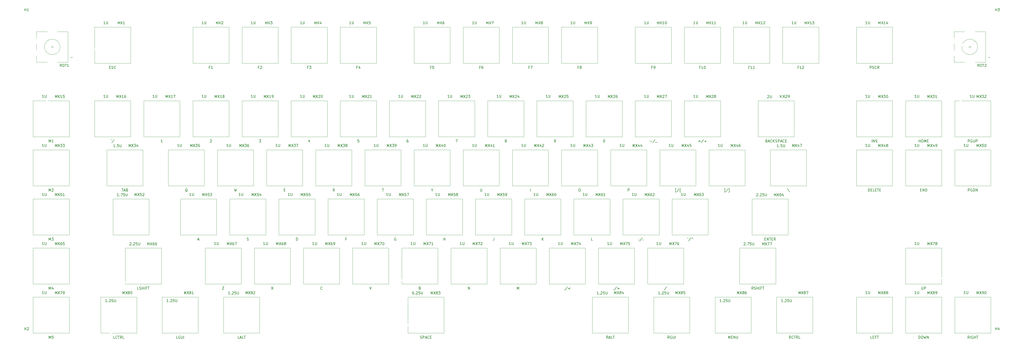
<source format=gto>
%TF.GenerationSoftware,KiCad,Pcbnew,(5.1.10)-1*%
%TF.CreationDate,2021-11-05T09:14:13-04:00*%
%TF.ProjectId,custom_keyboard (f103_ fe2.1),63757374-6f6d-45f6-9b65-79626f617264,rev?*%
%TF.SameCoordinates,Original*%
%TF.FileFunction,Legend,Top*%
%TF.FilePolarity,Positive*%
%FSLAX46Y46*%
G04 Gerber Fmt 4.6, Leading zero omitted, Abs format (unit mm)*
G04 Created by KiCad (PCBNEW (5.1.10)-1) date 2021-11-05 09:14:13*
%MOMM*%
%LPD*%
G01*
G04 APERTURE LIST*
%ADD10C,0.120000*%
%ADD11C,0.150000*%
%ADD12C,3.000000*%
%ADD13C,1.750000*%
%ADD14C,4.000000*%
%ADD15C,3.048000*%
%ADD16C,3.987800*%
%ADD17C,1.000000*%
%ADD18O,1.700000X1.700000*%
%ADD19R,1.700000X1.700000*%
%ADD20C,0.650000*%
%ADD21O,2.100000X1.000000*%
%ADD22O,1.600000X1.000000*%
%ADD23C,3.500000*%
%ADD24O,1.500000X2.000000*%
%ADD25O,1.000000X2.100000*%
%ADD26O,1.000000X1.600000*%
%ADD27O,2.000000X1.500000*%
%ADD28R,2.000000X2.000000*%
%ADD29C,2.000000*%
%ADD30R,3.200000X2.000000*%
%ADD31C,1.397000*%
%ADD32C,6.400000*%
%ADD33C,0.800000*%
G04 APERTURE END LIST*
D10*
%TO.C,MX84*%
X312574500Y-280032800D02*
X298574500Y-280032800D01*
X312574500Y-266032800D02*
X312574500Y-280032800D01*
X298574500Y-266032800D02*
X312574500Y-266032800D01*
X298574500Y-266032800D02*
X298574500Y-280032800D01*
%TO.C,MX14*%
X400961800Y-161264400D02*
X400961800Y-175264400D01*
X400961800Y-161264400D02*
X414961800Y-161264400D01*
X414961800Y-161264400D02*
X414961800Y-175264400D01*
X414961800Y-175264400D02*
X400961800Y-175264400D01*
%TO.C,MX64*%
X360483100Y-227935200D02*
X360483100Y-241935200D01*
X360483100Y-227935200D02*
X374483100Y-227935200D01*
X374483100Y-227935200D02*
X374483100Y-241935200D01*
X374483100Y-241935200D02*
X360483100Y-241935200D01*
%TO.C,MX83*%
X241141500Y-280032800D02*
X227141500Y-280032800D01*
X241141500Y-266032800D02*
X241141500Y-280032800D01*
X227141500Y-266032800D02*
X241141500Y-266032800D01*
X227141500Y-266032800D02*
X227141500Y-280032800D01*
%TO.C,MX7*%
X248571400Y-161264400D02*
X248571400Y-175264400D01*
X248571400Y-161264400D02*
X262571400Y-161264400D01*
X262571400Y-161264400D02*
X262571400Y-175264400D01*
X262571400Y-175264400D02*
X248571400Y-175264400D01*
%TO.C,MX6*%
X229522600Y-161264400D02*
X229522600Y-175264400D01*
X229522600Y-161264400D02*
X243522600Y-161264400D01*
X243522600Y-161264400D02*
X243522600Y-175264400D01*
X243522600Y-175264400D02*
X229522600Y-175264400D01*
%TO.C,MX78*%
X420010600Y-246984000D02*
X420010600Y-260984000D01*
X420010600Y-246984000D02*
X434010600Y-246984000D01*
X434010600Y-246984000D02*
X434010600Y-260984000D01*
X434010600Y-260984000D02*
X420010600Y-260984000D01*
%TO.C,MX19*%
X162851800Y-189837600D02*
X162851800Y-203837600D01*
X162851800Y-189837600D02*
X176851800Y-189837600D01*
X176851800Y-189837600D02*
X176851800Y-203837600D01*
X176851800Y-203837600D02*
X162851800Y-203837600D01*
%TO.C,MX32*%
X439059400Y-189837600D02*
X439059400Y-203837600D01*
X439059400Y-189837600D02*
X453059400Y-189837600D01*
X453059400Y-189837600D02*
X453059400Y-203837600D01*
X453059400Y-203837600D02*
X439059400Y-203837600D01*
%TO.C,ROT1*%
X89831400Y-168939200D02*
X88831400Y-168939200D01*
X89331400Y-169439200D02*
X89331400Y-168439200D01*
X83231400Y-165439200D02*
X83231400Y-163039200D01*
X83231400Y-170239200D02*
X83231400Y-167639200D01*
X83231400Y-174839200D02*
X83231400Y-172439200D01*
X96531400Y-173039200D02*
X96831400Y-172739200D01*
X97131400Y-173039200D02*
X96531400Y-173039200D01*
X96831400Y-172739200D02*
X97131400Y-173039200D01*
X95431400Y-174839200D02*
X95431400Y-163039200D01*
X91331400Y-174839200D02*
X95431400Y-174839200D01*
X91331400Y-163039200D02*
X95431400Y-163039200D01*
X83231400Y-163039200D02*
X87331400Y-163039200D01*
X87331400Y-174839200D02*
X83231400Y-174839200D01*
X92331400Y-168939200D02*
G75*
G03*
X92331400Y-168939200I-3000000J0D01*
G01*
%TO.C,ROT2*%
X445409000Y-168939200D02*
X444409000Y-168939200D01*
X444909000Y-169439200D02*
X444909000Y-168439200D01*
X438809000Y-165439200D02*
X438809000Y-163039200D01*
X438809000Y-170239200D02*
X438809000Y-167639200D01*
X438809000Y-174839200D02*
X438809000Y-172439200D01*
X452109000Y-173039200D02*
X452409000Y-172739200D01*
X452709000Y-173039200D02*
X452109000Y-173039200D01*
X452409000Y-172739200D02*
X452709000Y-173039200D01*
X451009000Y-174839200D02*
X451009000Y-163039200D01*
X446909000Y-174839200D02*
X451009000Y-174839200D01*
X446909000Y-163039200D02*
X451009000Y-163039200D01*
X438809000Y-163039200D02*
X442909000Y-163039200D01*
X442909000Y-174839200D02*
X438809000Y-174839200D01*
X447909000Y-168939200D02*
G75*
G03*
X447909000Y-168939200I-3000000J0D01*
G01*
%TO.C,MX1*%
X105705400Y-161264400D02*
X105705400Y-175264400D01*
X105705400Y-161264400D02*
X119705400Y-161264400D01*
X119705400Y-161264400D02*
X119705400Y-175264400D01*
X119705400Y-175264400D02*
X105705400Y-175264400D01*
%TO.C,MX2*%
X143803000Y-161264400D02*
X143803000Y-175264400D01*
X143803000Y-161264400D02*
X157803000Y-161264400D01*
X157803000Y-161264400D02*
X157803000Y-175264400D01*
X157803000Y-175264400D02*
X143803000Y-175264400D01*
%TO.C,MX3*%
X162851800Y-161264400D02*
X162851800Y-175264400D01*
X162851800Y-161264400D02*
X176851800Y-161264400D01*
X176851800Y-161264400D02*
X176851800Y-175264400D01*
X176851800Y-175264400D02*
X162851800Y-175264400D01*
%TO.C,MX4*%
X181900600Y-161264400D02*
X181900600Y-175264400D01*
X181900600Y-161264400D02*
X195900600Y-161264400D01*
X195900600Y-161264400D02*
X195900600Y-175264400D01*
X195900600Y-175264400D02*
X181900600Y-175264400D01*
%TO.C,MX5*%
X200949400Y-161264400D02*
X200949400Y-175264400D01*
X200949400Y-161264400D02*
X214949400Y-161264400D01*
X214949400Y-161264400D02*
X214949400Y-175264400D01*
X214949400Y-175264400D02*
X200949400Y-175264400D01*
%TO.C,MX8*%
X267620200Y-161264400D02*
X267620200Y-175264400D01*
X267620200Y-161264400D02*
X281620200Y-161264400D01*
X281620200Y-161264400D02*
X281620200Y-175264400D01*
X281620200Y-175264400D02*
X267620200Y-175264400D01*
%TO.C,MX9*%
X286669000Y-161264400D02*
X286669000Y-175264400D01*
X286669000Y-161264400D02*
X300669000Y-161264400D01*
X300669000Y-161264400D02*
X300669000Y-175264400D01*
X300669000Y-175264400D02*
X286669000Y-175264400D01*
%TO.C,MX10*%
X315242200Y-161264400D02*
X315242200Y-175264400D01*
X315242200Y-161264400D02*
X329242200Y-161264400D01*
X329242200Y-161264400D02*
X329242200Y-175264400D01*
X329242200Y-175264400D02*
X315242200Y-175264400D01*
%TO.C,MX11*%
X334291000Y-161264400D02*
X334291000Y-175264400D01*
X334291000Y-161264400D02*
X348291000Y-161264400D01*
X348291000Y-161264400D02*
X348291000Y-175264400D01*
X348291000Y-175264400D02*
X334291000Y-175264400D01*
%TO.C,MX12*%
X353339800Y-161264400D02*
X353339800Y-175264400D01*
X353339800Y-161264400D02*
X367339800Y-161264400D01*
X367339800Y-161264400D02*
X367339800Y-175264400D01*
X367339800Y-175264400D02*
X353339800Y-175264400D01*
%TO.C,MX13*%
X372388600Y-161264400D02*
X372388600Y-175264400D01*
X372388600Y-161264400D02*
X386388600Y-161264400D01*
X386388600Y-161264400D02*
X386388600Y-175264400D01*
X386388600Y-175264400D02*
X372388600Y-175264400D01*
%TO.C,MX15*%
X81894400Y-189837600D02*
X81894400Y-203837600D01*
X81894400Y-189837600D02*
X95894400Y-189837600D01*
X95894400Y-189837600D02*
X95894400Y-203837600D01*
X95894400Y-203837600D02*
X81894400Y-203837600D01*
%TO.C,MX16*%
X105705400Y-189837600D02*
X105705400Y-203837600D01*
X105705400Y-189837600D02*
X119705400Y-189837600D01*
X119705400Y-189837600D02*
X119705400Y-203837600D01*
X119705400Y-203837600D02*
X105705400Y-203837600D01*
%TO.C,MX17*%
X124754200Y-189837600D02*
X124754200Y-203837600D01*
X124754200Y-189837600D02*
X138754200Y-189837600D01*
X138754200Y-189837600D02*
X138754200Y-203837600D01*
X138754200Y-203837600D02*
X124754200Y-203837600D01*
%TO.C,MX18*%
X143803000Y-189837600D02*
X143803000Y-203837600D01*
X143803000Y-189837600D02*
X157803000Y-189837600D01*
X157803000Y-189837600D02*
X157803000Y-203837600D01*
X157803000Y-203837600D02*
X143803000Y-203837600D01*
%TO.C,MX20*%
X181900600Y-189837600D02*
X181900600Y-203837600D01*
X181900600Y-189837600D02*
X195900600Y-189837600D01*
X195900600Y-189837600D02*
X195900600Y-203837600D01*
X195900600Y-203837600D02*
X181900600Y-203837600D01*
%TO.C,MX21*%
X200949400Y-189837600D02*
X200949400Y-203837600D01*
X200949400Y-189837600D02*
X214949400Y-189837600D01*
X214949400Y-189837600D02*
X214949400Y-203837600D01*
X214949400Y-203837600D02*
X200949400Y-203837600D01*
%TO.C,MX22*%
X219998200Y-189837600D02*
X219998200Y-203837600D01*
X219998200Y-189837600D02*
X233998200Y-189837600D01*
X233998200Y-189837600D02*
X233998200Y-203837600D01*
X233998200Y-203837600D02*
X219998200Y-203837600D01*
%TO.C,MX23*%
X239047000Y-189837600D02*
X239047000Y-203837600D01*
X239047000Y-189837600D02*
X253047000Y-189837600D01*
X253047000Y-189837600D02*
X253047000Y-203837600D01*
X253047000Y-203837600D02*
X239047000Y-203837600D01*
%TO.C,MX24*%
X258095800Y-189837600D02*
X258095800Y-203837600D01*
X258095800Y-189837600D02*
X272095800Y-189837600D01*
X272095800Y-189837600D02*
X272095800Y-203837600D01*
X272095800Y-203837600D02*
X258095800Y-203837600D01*
%TO.C,MX25*%
X277144600Y-189837600D02*
X277144600Y-203837600D01*
X277144600Y-189837600D02*
X291144600Y-189837600D01*
X291144600Y-189837600D02*
X291144600Y-203837600D01*
X291144600Y-203837600D02*
X277144600Y-203837600D01*
%TO.C,MX26*%
X296193400Y-189837600D02*
X296193400Y-203837600D01*
X296193400Y-189837600D02*
X310193400Y-189837600D01*
X310193400Y-189837600D02*
X310193400Y-203837600D01*
X310193400Y-203837600D02*
X296193400Y-203837600D01*
%TO.C,MX27*%
X315242200Y-189837600D02*
X315242200Y-203837600D01*
X315242200Y-189837600D02*
X329242200Y-189837600D01*
X329242200Y-189837600D02*
X329242200Y-203837600D01*
X329242200Y-203837600D02*
X315242200Y-203837600D01*
%TO.C,MX28*%
X334291000Y-189837600D02*
X334291000Y-203837600D01*
X334291000Y-189837600D02*
X348291000Y-189837600D01*
X348291000Y-189837600D02*
X348291000Y-203837600D01*
X348291000Y-203837600D02*
X334291000Y-203837600D01*
%TO.C,MX29*%
X362864200Y-189837600D02*
X362864200Y-203837600D01*
X362864200Y-189837600D02*
X376864200Y-189837600D01*
X376864200Y-189837600D02*
X376864200Y-203837600D01*
X376864200Y-203837600D02*
X362864200Y-203837600D01*
%TO.C,MX30*%
X400961800Y-189837600D02*
X400961800Y-203837600D01*
X400961800Y-189837600D02*
X414961800Y-189837600D01*
X414961800Y-189837600D02*
X414961800Y-203837600D01*
X414961800Y-203837600D02*
X400961800Y-203837600D01*
%TO.C,MX31*%
X420010600Y-189837600D02*
X420010600Y-203837600D01*
X420010600Y-189837600D02*
X434010600Y-189837600D01*
X434010600Y-189837600D02*
X434010600Y-203837600D01*
X434010600Y-203837600D02*
X420010600Y-203837600D01*
%TO.C,MX33*%
X81894400Y-208886400D02*
X81894400Y-222886400D01*
X81894400Y-208886400D02*
X95894400Y-208886400D01*
X95894400Y-208886400D02*
X95894400Y-222886400D01*
X95894400Y-222886400D02*
X81894400Y-222886400D01*
%TO.C,MX34*%
X124467600Y-222886400D02*
X110467600Y-222886400D01*
X124467600Y-208886400D02*
X124467600Y-222886400D01*
X110467600Y-208886400D02*
X124467600Y-208886400D01*
X110467600Y-208886400D02*
X110467600Y-222886400D01*
%TO.C,MX35*%
X134278600Y-208886400D02*
X134278600Y-222886400D01*
X134278600Y-208886400D02*
X148278600Y-208886400D01*
X148278600Y-208886400D02*
X148278600Y-222886400D01*
X148278600Y-222886400D02*
X134278600Y-222886400D01*
%TO.C,MX36*%
X153327400Y-208886400D02*
X153327400Y-222886400D01*
X153327400Y-208886400D02*
X167327400Y-208886400D01*
X167327400Y-208886400D02*
X167327400Y-222886400D01*
X167327400Y-222886400D02*
X153327400Y-222886400D01*
%TO.C,MX37*%
X172376200Y-208886400D02*
X172376200Y-222886400D01*
X172376200Y-208886400D02*
X186376200Y-208886400D01*
X186376200Y-208886400D02*
X186376200Y-222886400D01*
X186376200Y-222886400D02*
X172376200Y-222886400D01*
%TO.C,MX38*%
X191425000Y-208886400D02*
X191425000Y-222886400D01*
X191425000Y-208886400D02*
X205425000Y-208886400D01*
X205425000Y-208886400D02*
X205425000Y-222886400D01*
X205425000Y-222886400D02*
X191425000Y-222886400D01*
%TO.C,MX39*%
X210473800Y-208886400D02*
X210473800Y-222886400D01*
X210473800Y-208886400D02*
X224473800Y-208886400D01*
X224473800Y-208886400D02*
X224473800Y-222886400D01*
X224473800Y-222886400D02*
X210473800Y-222886400D01*
%TO.C,MX40*%
X229522600Y-208886400D02*
X229522600Y-222886400D01*
X229522600Y-208886400D02*
X243522600Y-208886400D01*
X243522600Y-208886400D02*
X243522600Y-222886400D01*
X243522600Y-222886400D02*
X229522600Y-222886400D01*
%TO.C,MX41*%
X248571400Y-208886400D02*
X248571400Y-222886400D01*
X248571400Y-208886400D02*
X262571400Y-208886400D01*
X262571400Y-208886400D02*
X262571400Y-222886400D01*
X262571400Y-222886400D02*
X248571400Y-222886400D01*
%TO.C,MX42*%
X267620200Y-208886400D02*
X267620200Y-222886400D01*
X267620200Y-208886400D02*
X281620200Y-208886400D01*
X281620200Y-208886400D02*
X281620200Y-222886400D01*
X281620200Y-222886400D02*
X267620200Y-222886400D01*
%TO.C,MX43*%
X286669000Y-208886400D02*
X286669000Y-222886400D01*
X286669000Y-208886400D02*
X300669000Y-208886400D01*
X300669000Y-208886400D02*
X300669000Y-222886400D01*
X300669000Y-222886400D02*
X286669000Y-222886400D01*
%TO.C,MX45*%
X324766600Y-208886400D02*
X324766600Y-222886400D01*
X324766600Y-208886400D02*
X338766600Y-208886400D01*
X338766600Y-208886400D02*
X338766600Y-222886400D01*
X338766600Y-222886400D02*
X324766600Y-222886400D01*
%TO.C,MX46*%
X343815400Y-208886400D02*
X343815400Y-222886400D01*
X343815400Y-208886400D02*
X357815400Y-208886400D01*
X357815400Y-208886400D02*
X357815400Y-222886400D01*
X357815400Y-222886400D02*
X343815400Y-222886400D01*
%TO.C,MX48*%
X400961800Y-208886400D02*
X400961800Y-222886400D01*
X400961800Y-208886400D02*
X414961800Y-208886400D01*
X414961800Y-208886400D02*
X414961800Y-222886400D01*
X414961800Y-222886400D02*
X400961800Y-222886400D01*
%TO.C,MX49*%
X420010600Y-208886400D02*
X420010600Y-222886400D01*
X420010600Y-208886400D02*
X434010600Y-208886400D01*
X434010600Y-208886400D02*
X434010600Y-222886400D01*
X434010600Y-222886400D02*
X420010600Y-222886400D01*
%TO.C,MX51*%
X81894400Y-227935200D02*
X81894400Y-241935200D01*
X81894400Y-227935200D02*
X95894400Y-227935200D01*
X95894400Y-227935200D02*
X95894400Y-241935200D01*
X95894400Y-241935200D02*
X81894400Y-241935200D01*
%TO.C,MX52*%
X126848700Y-241935200D02*
X112848700Y-241935200D01*
X126848700Y-227935200D02*
X126848700Y-241935200D01*
X112848700Y-227935200D02*
X126848700Y-227935200D01*
X112848700Y-227935200D02*
X112848700Y-241935200D01*
%TO.C,MX53*%
X138982500Y-227935200D02*
X138982500Y-241935200D01*
X138982500Y-227935200D02*
X152982500Y-227935200D01*
X152982500Y-227935200D02*
X152982500Y-241935200D01*
X152982500Y-241935200D02*
X138982500Y-241935200D01*
%TO.C,MX54*%
X158089600Y-227935200D02*
X158089600Y-241935200D01*
X158089600Y-227935200D02*
X172089600Y-227935200D01*
X172089600Y-227935200D02*
X172089600Y-241935200D01*
X172089600Y-241935200D02*
X158089600Y-241935200D01*
%TO.C,MX55*%
X177138400Y-227935200D02*
X177138400Y-241935200D01*
X177138400Y-227935200D02*
X191138400Y-227935200D01*
X191138400Y-227935200D02*
X191138400Y-241935200D01*
X191138400Y-241935200D02*
X177138400Y-241935200D01*
%TO.C,MX56*%
X196187200Y-227935200D02*
X196187200Y-241935200D01*
X196187200Y-227935200D02*
X210187200Y-227935200D01*
X210187200Y-227935200D02*
X210187200Y-241935200D01*
X210187200Y-241935200D02*
X196187200Y-241935200D01*
%TO.C,MX57*%
X215236000Y-227935200D02*
X215236000Y-241935200D01*
X215236000Y-227935200D02*
X229236000Y-227935200D01*
X229236000Y-227935200D02*
X229236000Y-241935200D01*
X229236000Y-241935200D02*
X215236000Y-241935200D01*
%TO.C,MX59*%
X253333600Y-227935200D02*
X253333600Y-241935200D01*
X253333600Y-227935200D02*
X267333600Y-227935200D01*
X267333600Y-227935200D02*
X267333600Y-241935200D01*
X267333600Y-241935200D02*
X253333600Y-241935200D01*
%TO.C,MX60*%
X272382400Y-227935200D02*
X272382400Y-241935200D01*
X272382400Y-227935200D02*
X286382400Y-227935200D01*
X286382400Y-227935200D02*
X286382400Y-241935200D01*
X286382400Y-241935200D02*
X272382400Y-241935200D01*
%TO.C,MX61*%
X291431200Y-227935200D02*
X291431200Y-241935200D01*
X291431200Y-227935200D02*
X305431200Y-227935200D01*
X305431200Y-227935200D02*
X305431200Y-241935200D01*
X305431200Y-241935200D02*
X291431200Y-241935200D01*
%TO.C,MX63*%
X329528800Y-227935200D02*
X329528800Y-241935200D01*
X329528800Y-227935200D02*
X343528800Y-227935200D01*
X343528800Y-227935200D02*
X343528800Y-241935200D01*
X343528800Y-241935200D02*
X329528800Y-241935200D01*
%TO.C,MX65*%
X81894400Y-246984000D02*
X81894400Y-260984000D01*
X81894400Y-246984000D02*
X95894400Y-246984000D01*
X95894400Y-246984000D02*
X95894400Y-260984000D01*
X95894400Y-260984000D02*
X81894400Y-260984000D01*
%TO.C,MX66*%
X117610900Y-246984000D02*
X117610900Y-260984000D01*
X117610900Y-246984000D02*
X131610900Y-246984000D01*
X131610900Y-246984000D02*
X131610900Y-260984000D01*
X131610900Y-260984000D02*
X117610900Y-260984000D01*
%TO.C,MX67*%
X148565200Y-246984000D02*
X148565200Y-260984000D01*
X148565200Y-246984000D02*
X162565200Y-246984000D01*
X162565200Y-246984000D02*
X162565200Y-260984000D01*
X162565200Y-260984000D02*
X148565200Y-260984000D01*
%TO.C,MX68*%
X167614000Y-246984000D02*
X167614000Y-260984000D01*
X167614000Y-246984000D02*
X181614000Y-246984000D01*
X181614000Y-246984000D02*
X181614000Y-260984000D01*
X181614000Y-260984000D02*
X167614000Y-260984000D01*
%TO.C,MX69*%
X186662800Y-246984000D02*
X186662800Y-260984000D01*
X186662800Y-246984000D02*
X200662800Y-246984000D01*
X200662800Y-246984000D02*
X200662800Y-260984000D01*
X200662800Y-260984000D02*
X186662800Y-260984000D01*
%TO.C,MX70*%
X205711600Y-246984000D02*
X205711600Y-260984000D01*
X205711600Y-246984000D02*
X219711600Y-246984000D01*
X219711600Y-246984000D02*
X219711600Y-260984000D01*
X219711600Y-260984000D02*
X205711600Y-260984000D01*
%TO.C,MX71*%
X224760400Y-246984000D02*
X224760400Y-260984000D01*
X224760400Y-246984000D02*
X238760400Y-246984000D01*
X238760400Y-246984000D02*
X238760400Y-260984000D01*
X238760400Y-260984000D02*
X224760400Y-260984000D01*
%TO.C,MX72*%
X243809200Y-246984000D02*
X243809200Y-260984000D01*
X243809200Y-246984000D02*
X257809200Y-246984000D01*
X257809200Y-246984000D02*
X257809200Y-260984000D01*
X257809200Y-260984000D02*
X243809200Y-260984000D01*
%TO.C,MX73*%
X262858000Y-246984000D02*
X262858000Y-260984000D01*
X262858000Y-246984000D02*
X276858000Y-246984000D01*
X276858000Y-246984000D02*
X276858000Y-260984000D01*
X276858000Y-260984000D02*
X262858000Y-260984000D01*
%TO.C,MX74*%
X281906800Y-246984000D02*
X281906800Y-260984000D01*
X281906800Y-246984000D02*
X295906800Y-246984000D01*
X295906800Y-246984000D02*
X295906800Y-260984000D01*
X295906800Y-260984000D02*
X281906800Y-260984000D01*
%TO.C,MX75*%
X300955600Y-246984000D02*
X300955600Y-260984000D01*
X300955600Y-246984000D02*
X314955600Y-246984000D01*
X314955600Y-246984000D02*
X314955600Y-260984000D01*
X314955600Y-260984000D02*
X300955600Y-260984000D01*
%TO.C,MX76*%
X320004400Y-246984000D02*
X320004400Y-260984000D01*
X320004400Y-246984000D02*
X334004400Y-246984000D01*
X334004400Y-246984000D02*
X334004400Y-260984000D01*
X334004400Y-260984000D02*
X320004400Y-260984000D01*
%TO.C,MX77*%
X369720900Y-260984000D02*
X355720900Y-260984000D01*
X369720900Y-246984000D02*
X369720900Y-260984000D01*
X355720900Y-246984000D02*
X369720900Y-246984000D01*
X355720900Y-246984000D02*
X355720900Y-260984000D01*
%TO.C,MX79*%
X81894400Y-266032800D02*
X81894400Y-280032800D01*
X81894400Y-266032800D02*
X95894400Y-266032800D01*
X95894400Y-266032800D02*
X95894400Y-280032800D01*
X95894400Y-280032800D02*
X81894400Y-280032800D01*
%TO.C,MX80*%
X122086500Y-280032800D02*
X108086500Y-280032800D01*
X122086500Y-266032800D02*
X122086500Y-280032800D01*
X108086500Y-266032800D02*
X122086500Y-266032800D01*
X108086500Y-266032800D02*
X108086500Y-280032800D01*
%TO.C,MX81*%
X145897500Y-280032800D02*
X131897500Y-280032800D01*
X145897500Y-266032800D02*
X145897500Y-280032800D01*
X131897500Y-266032800D02*
X145897500Y-266032800D01*
X131897500Y-266032800D02*
X131897500Y-280032800D01*
%TO.C,MX82*%
X169708500Y-280032800D02*
X155708500Y-280032800D01*
X169708500Y-266032800D02*
X169708500Y-280032800D01*
X155708500Y-266032800D02*
X169708500Y-266032800D01*
X155708500Y-266032800D02*
X155708500Y-280032800D01*
%TO.C,MX85*%
X336385500Y-280032800D02*
X322385500Y-280032800D01*
X336385500Y-266032800D02*
X336385500Y-280032800D01*
X322385500Y-266032800D02*
X336385500Y-266032800D01*
X322385500Y-266032800D02*
X322385500Y-280032800D01*
%TO.C,MX86*%
X360196500Y-280032800D02*
X346196500Y-280032800D01*
X360196500Y-266032800D02*
X360196500Y-280032800D01*
X346196500Y-266032800D02*
X360196500Y-266032800D01*
X346196500Y-266032800D02*
X346196500Y-280032800D01*
%TO.C,MX89*%
X420010600Y-266032800D02*
X420010600Y-280032800D01*
X420010600Y-266032800D02*
X434010600Y-266032800D01*
X434010600Y-266032800D02*
X434010600Y-280032800D01*
X434010600Y-280032800D02*
X420010600Y-280032800D01*
%TO.C,MX47*%
X381626400Y-222886400D02*
X367626400Y-222886400D01*
X381626400Y-208886400D02*
X381626400Y-222886400D01*
X367626400Y-208886400D02*
X381626400Y-208886400D01*
X367626400Y-208886400D02*
X367626400Y-222886400D01*
%TO.C,MX44*%
X305717800Y-208886400D02*
X305717800Y-222886400D01*
X305717800Y-208886400D02*
X319717800Y-208886400D01*
X319717800Y-208886400D02*
X319717800Y-222886400D01*
X319717800Y-222886400D02*
X305717800Y-222886400D01*
%TO.C,MX88*%
X400961800Y-266032800D02*
X400961800Y-280032800D01*
X400961800Y-266032800D02*
X414961800Y-266032800D01*
X414961800Y-266032800D02*
X414961800Y-280032800D01*
X414961800Y-280032800D02*
X400961800Y-280032800D01*
%TO.C,MX87*%
X384007500Y-280032800D02*
X370007500Y-280032800D01*
X384007500Y-266032800D02*
X384007500Y-280032800D01*
X370007500Y-266032800D02*
X384007500Y-266032800D01*
X370007500Y-266032800D02*
X370007500Y-280032800D01*
%TO.C,MX50*%
X439059400Y-208886400D02*
X439059400Y-222886400D01*
X439059400Y-208886400D02*
X453059400Y-208886400D01*
X453059400Y-208886400D02*
X453059400Y-222886400D01*
X453059400Y-222886400D02*
X439059400Y-222886400D01*
%TO.C,MX90*%
X439059400Y-266032800D02*
X439059400Y-280032800D01*
X439059400Y-266032800D02*
X453059400Y-266032800D01*
X453059400Y-266032800D02*
X453059400Y-280032800D01*
X453059400Y-280032800D02*
X439059400Y-280032800D01*
%TO.C,MX58*%
X234284800Y-227935200D02*
X234284800Y-241935200D01*
X234284800Y-227935200D02*
X248284800Y-227935200D01*
X248284800Y-227935200D02*
X248284800Y-241935200D01*
X248284800Y-241935200D02*
X234284800Y-241935200D01*
%TO.C,MX62*%
X310480000Y-227935200D02*
X310480000Y-241935200D01*
X310480000Y-227935200D02*
X324480000Y-227935200D01*
X324480000Y-227935200D02*
X324480000Y-241935200D01*
X324480000Y-241935200D02*
X310480000Y-241935200D01*
%TO.C,MX84*%
D11*
X307178095Y-264849180D02*
X307178095Y-263849180D01*
X307511428Y-264563466D01*
X307844761Y-263849180D01*
X307844761Y-264849180D01*
X308225714Y-263849180D02*
X308892380Y-264849180D01*
X308892380Y-263849180D02*
X308225714Y-264849180D01*
X309416190Y-264277752D02*
X309320952Y-264230133D01*
X309273333Y-264182514D01*
X309225714Y-264087276D01*
X309225714Y-264039657D01*
X309273333Y-263944419D01*
X309320952Y-263896800D01*
X309416190Y-263849180D01*
X309606666Y-263849180D01*
X309701904Y-263896800D01*
X309749523Y-263944419D01*
X309797142Y-264039657D01*
X309797142Y-264087276D01*
X309749523Y-264182514D01*
X309701904Y-264230133D01*
X309606666Y-264277752D01*
X309416190Y-264277752D01*
X309320952Y-264325371D01*
X309273333Y-264372990D01*
X309225714Y-264468228D01*
X309225714Y-264658704D01*
X309273333Y-264753942D01*
X309320952Y-264801561D01*
X309416190Y-264849180D01*
X309606666Y-264849180D01*
X309701904Y-264801561D01*
X309749523Y-264753942D01*
X309797142Y-264658704D01*
X309797142Y-264468228D01*
X309749523Y-264372990D01*
X309701904Y-264325371D01*
X309606666Y-264277752D01*
X310654285Y-264182514D02*
X310654285Y-264849180D01*
X310416190Y-263801561D02*
X310178095Y-264515847D01*
X310797142Y-264515847D01*
X304669738Y-282147680D02*
X304336404Y-281671490D01*
X304098309Y-282147680D02*
X304098309Y-281147680D01*
X304479261Y-281147680D01*
X304574500Y-281195300D01*
X304622119Y-281242919D01*
X304669738Y-281338157D01*
X304669738Y-281481014D01*
X304622119Y-281576252D01*
X304574500Y-281623871D01*
X304479261Y-281671490D01*
X304098309Y-281671490D01*
X305050690Y-281861966D02*
X305526880Y-281861966D01*
X304955452Y-282147680D02*
X305288785Y-281147680D01*
X305622119Y-282147680D01*
X306431642Y-282147680D02*
X305955452Y-282147680D01*
X305955452Y-281147680D01*
X306622119Y-281147680D02*
X307193547Y-281147680D01*
X306907833Y-282147680D02*
X306907833Y-281147680D01*
X301034428Y-264912680D02*
X300463000Y-264912680D01*
X300748714Y-264912680D02*
X300748714Y-263912680D01*
X300653476Y-264055538D01*
X300558238Y-264150776D01*
X300463000Y-264198395D01*
X301463000Y-264817442D02*
X301510619Y-264865061D01*
X301463000Y-264912680D01*
X301415380Y-264865061D01*
X301463000Y-264817442D01*
X301463000Y-264912680D01*
X301891571Y-264007919D02*
X301939190Y-263960300D01*
X302034428Y-263912680D01*
X302272523Y-263912680D01*
X302367761Y-263960300D01*
X302415380Y-264007919D01*
X302463000Y-264103157D01*
X302463000Y-264198395D01*
X302415380Y-264341252D01*
X301843952Y-264912680D01*
X302463000Y-264912680D01*
X303367761Y-263912680D02*
X302891571Y-263912680D01*
X302843952Y-264388871D01*
X302891571Y-264341252D01*
X302986809Y-264293633D01*
X303224904Y-264293633D01*
X303320142Y-264341252D01*
X303367761Y-264388871D01*
X303415380Y-264484109D01*
X303415380Y-264722204D01*
X303367761Y-264817442D01*
X303320142Y-264865061D01*
X303224904Y-264912680D01*
X302986809Y-264912680D01*
X302891571Y-264865061D01*
X302843952Y-264817442D01*
X303843952Y-263912680D02*
X303843952Y-264722204D01*
X303891571Y-264817442D01*
X303939190Y-264865061D01*
X304034428Y-264912680D01*
X304224904Y-264912680D01*
X304320142Y-264865061D01*
X304367761Y-264817442D01*
X304415380Y-264722204D01*
X304415380Y-263912680D01*
%TO.C,MX14*%
X409565395Y-160080780D02*
X409565395Y-159080780D01*
X409898728Y-159795066D01*
X410232061Y-159080780D01*
X410232061Y-160080780D01*
X410613014Y-159080780D02*
X411279680Y-160080780D01*
X411279680Y-159080780D02*
X410613014Y-160080780D01*
X412184442Y-160080780D02*
X411613014Y-160080780D01*
X411898728Y-160080780D02*
X411898728Y-159080780D01*
X411803490Y-159223638D01*
X411708252Y-159318876D01*
X411613014Y-159366495D01*
X413041585Y-159414114D02*
X413041585Y-160080780D01*
X412803490Y-159033161D02*
X412565395Y-159747447D01*
X413184442Y-159747447D01*
X406223704Y-177379280D02*
X406223704Y-176379280D01*
X406604657Y-176379280D01*
X406699895Y-176426900D01*
X406747514Y-176474519D01*
X406795133Y-176569757D01*
X406795133Y-176712614D01*
X406747514Y-176807852D01*
X406699895Y-176855471D01*
X406604657Y-176903090D01*
X406223704Y-176903090D01*
X407176085Y-177331661D02*
X407318942Y-177379280D01*
X407557038Y-177379280D01*
X407652276Y-177331661D01*
X407699895Y-177284042D01*
X407747514Y-177188804D01*
X407747514Y-177093566D01*
X407699895Y-176998328D01*
X407652276Y-176950709D01*
X407557038Y-176903090D01*
X407366561Y-176855471D01*
X407271323Y-176807852D01*
X407223704Y-176760233D01*
X407176085Y-176664995D01*
X407176085Y-176569757D01*
X407223704Y-176474519D01*
X407271323Y-176426900D01*
X407366561Y-176379280D01*
X407604657Y-176379280D01*
X407747514Y-176426900D01*
X408747514Y-177284042D02*
X408699895Y-177331661D01*
X408557038Y-177379280D01*
X408461800Y-177379280D01*
X408318942Y-177331661D01*
X408223704Y-177236423D01*
X408176085Y-177141185D01*
X408128466Y-176950709D01*
X408128466Y-176807852D01*
X408176085Y-176617376D01*
X408223704Y-176522138D01*
X408318942Y-176426900D01*
X408461800Y-176379280D01*
X408557038Y-176379280D01*
X408699895Y-176426900D01*
X408747514Y-176474519D01*
X409747514Y-177379280D02*
X409414180Y-176903090D01*
X409176085Y-177379280D02*
X409176085Y-176379280D01*
X409557038Y-176379280D01*
X409652276Y-176426900D01*
X409699895Y-176474519D01*
X409747514Y-176569757D01*
X409747514Y-176712614D01*
X409699895Y-176807852D01*
X409652276Y-176855471D01*
X409557038Y-176903090D01*
X409176085Y-176903090D01*
X405120204Y-160017280D02*
X404548776Y-160017280D01*
X404834490Y-160017280D02*
X404834490Y-159017280D01*
X404739252Y-159160138D01*
X404644014Y-159255376D01*
X404548776Y-159302995D01*
X405548776Y-159017280D02*
X405548776Y-159826804D01*
X405596395Y-159922042D01*
X405644014Y-159969661D01*
X405739252Y-160017280D01*
X405929728Y-160017280D01*
X406024966Y-159969661D01*
X406072585Y-159922042D01*
X406120204Y-159826804D01*
X406120204Y-159017280D01*
%TO.C,MX64*%
X369124795Y-226802380D02*
X369124795Y-225802380D01*
X369458128Y-226516666D01*
X369791461Y-225802380D01*
X369791461Y-226802380D01*
X370172414Y-225802380D02*
X370839080Y-226802380D01*
X370839080Y-225802380D02*
X370172414Y-226802380D01*
X371648604Y-225802380D02*
X371458128Y-225802380D01*
X371362890Y-225850000D01*
X371315271Y-225897619D01*
X371220033Y-226040476D01*
X371172414Y-226230952D01*
X371172414Y-226611904D01*
X371220033Y-226707142D01*
X371267652Y-226754761D01*
X371362890Y-226802380D01*
X371553366Y-226802380D01*
X371648604Y-226754761D01*
X371696223Y-226707142D01*
X371743842Y-226611904D01*
X371743842Y-226373809D01*
X371696223Y-226278571D01*
X371648604Y-226230952D01*
X371553366Y-226183333D01*
X371362890Y-226183333D01*
X371267652Y-226230952D01*
X371220033Y-226278571D01*
X371172414Y-226373809D01*
X372600985Y-226135714D02*
X372600985Y-226802380D01*
X372362890Y-225754761D02*
X372124795Y-226469047D01*
X372743842Y-226469047D01*
X365411671Y-243526271D02*
X365745004Y-243526271D01*
X365887861Y-244050080D02*
X365411671Y-244050080D01*
X365411671Y-243050080D01*
X365887861Y-243050080D01*
X366316433Y-244050080D02*
X366316433Y-243050080D01*
X366887861Y-244050080D01*
X366887861Y-243050080D01*
X367221195Y-243050080D02*
X367792623Y-243050080D01*
X367506909Y-244050080D02*
X367506909Y-243050080D01*
X368125957Y-243526271D02*
X368459290Y-243526271D01*
X368602147Y-244050080D02*
X368125957Y-244050080D01*
X368125957Y-243050080D01*
X368602147Y-243050080D01*
X369602147Y-244050080D02*
X369268814Y-243573890D01*
X369030719Y-244050080D02*
X369030719Y-243050080D01*
X369411671Y-243050080D01*
X369506909Y-243097700D01*
X369554528Y-243145319D01*
X369602147Y-243240557D01*
X369602147Y-243383414D01*
X369554528Y-243478652D01*
X369506909Y-243526271D01*
X369411671Y-243573890D01*
X369030719Y-243573890D01*
X362231900Y-225910319D02*
X362279519Y-225862700D01*
X362374757Y-225815080D01*
X362612852Y-225815080D01*
X362708090Y-225862700D01*
X362755709Y-225910319D01*
X362803328Y-226005557D01*
X362803328Y-226100795D01*
X362755709Y-226243652D01*
X362184280Y-226815080D01*
X362803328Y-226815080D01*
X363231900Y-226719842D02*
X363279519Y-226767461D01*
X363231900Y-226815080D01*
X363184280Y-226767461D01*
X363231900Y-226719842D01*
X363231900Y-226815080D01*
X363660471Y-225910319D02*
X363708090Y-225862700D01*
X363803328Y-225815080D01*
X364041423Y-225815080D01*
X364136661Y-225862700D01*
X364184280Y-225910319D01*
X364231900Y-226005557D01*
X364231900Y-226100795D01*
X364184280Y-226243652D01*
X363612852Y-226815080D01*
X364231900Y-226815080D01*
X365136661Y-225815080D02*
X364660471Y-225815080D01*
X364612852Y-226291271D01*
X364660471Y-226243652D01*
X364755709Y-226196033D01*
X364993804Y-226196033D01*
X365089042Y-226243652D01*
X365136661Y-226291271D01*
X365184280Y-226386509D01*
X365184280Y-226624604D01*
X365136661Y-226719842D01*
X365089042Y-226767461D01*
X364993804Y-226815080D01*
X364755709Y-226815080D01*
X364660471Y-226767461D01*
X364612852Y-226719842D01*
X365612852Y-225815080D02*
X365612852Y-226624604D01*
X365660471Y-226719842D01*
X365708090Y-226767461D01*
X365803328Y-226815080D01*
X365993804Y-226815080D01*
X366089042Y-226767461D01*
X366136661Y-226719842D01*
X366184280Y-226624604D01*
X366184280Y-225815080D01*
%TO.C,MX83*%
X236087995Y-264899980D02*
X236087995Y-263899980D01*
X236421328Y-264614266D01*
X236754661Y-263899980D01*
X236754661Y-264899980D01*
X237135614Y-263899980D02*
X237802280Y-264899980D01*
X237802280Y-263899980D02*
X237135614Y-264899980D01*
X238326090Y-264328552D02*
X238230852Y-264280933D01*
X238183233Y-264233314D01*
X238135614Y-264138076D01*
X238135614Y-264090457D01*
X238183233Y-263995219D01*
X238230852Y-263947600D01*
X238326090Y-263899980D01*
X238516566Y-263899980D01*
X238611804Y-263947600D01*
X238659423Y-263995219D01*
X238707042Y-264090457D01*
X238707042Y-264138076D01*
X238659423Y-264233314D01*
X238611804Y-264280933D01*
X238516566Y-264328552D01*
X238326090Y-264328552D01*
X238230852Y-264376171D01*
X238183233Y-264423790D01*
X238135614Y-264519028D01*
X238135614Y-264709504D01*
X238183233Y-264804742D01*
X238230852Y-264852361D01*
X238326090Y-264899980D01*
X238516566Y-264899980D01*
X238611804Y-264852361D01*
X238659423Y-264804742D01*
X238707042Y-264709504D01*
X238707042Y-264519028D01*
X238659423Y-264423790D01*
X238611804Y-264376171D01*
X238516566Y-264328552D01*
X239040376Y-263899980D02*
X239659423Y-263899980D01*
X239326090Y-264280933D01*
X239468947Y-264280933D01*
X239564185Y-264328552D01*
X239611804Y-264376171D01*
X239659423Y-264471409D01*
X239659423Y-264709504D01*
X239611804Y-264804742D01*
X239564185Y-264852361D01*
X239468947Y-264899980D01*
X239183233Y-264899980D01*
X239087995Y-264852361D01*
X239040376Y-264804742D01*
X231974833Y-282100061D02*
X232117690Y-282147680D01*
X232355785Y-282147680D01*
X232451023Y-282100061D01*
X232498642Y-282052442D01*
X232546261Y-281957204D01*
X232546261Y-281861966D01*
X232498642Y-281766728D01*
X232451023Y-281719109D01*
X232355785Y-281671490D01*
X232165309Y-281623871D01*
X232070071Y-281576252D01*
X232022452Y-281528633D01*
X231974833Y-281433395D01*
X231974833Y-281338157D01*
X232022452Y-281242919D01*
X232070071Y-281195300D01*
X232165309Y-281147680D01*
X232403404Y-281147680D01*
X232546261Y-281195300D01*
X232974833Y-282147680D02*
X232974833Y-281147680D01*
X233355785Y-281147680D01*
X233451023Y-281195300D01*
X233498642Y-281242919D01*
X233546261Y-281338157D01*
X233546261Y-281481014D01*
X233498642Y-281576252D01*
X233451023Y-281623871D01*
X233355785Y-281671490D01*
X232974833Y-281671490D01*
X233927214Y-281861966D02*
X234403404Y-281861966D01*
X233831976Y-282147680D02*
X234165309Y-281147680D01*
X234498642Y-282147680D01*
X235403404Y-282052442D02*
X235355785Y-282100061D01*
X235212928Y-282147680D01*
X235117690Y-282147680D01*
X234974833Y-282100061D01*
X234879595Y-282004823D01*
X234831976Y-281909585D01*
X234784357Y-281719109D01*
X234784357Y-281576252D01*
X234831976Y-281385776D01*
X234879595Y-281290538D01*
X234974833Y-281195300D01*
X235117690Y-281147680D01*
X235212928Y-281147680D01*
X235355785Y-281195300D01*
X235403404Y-281242919D01*
X235831976Y-281623871D02*
X236165309Y-281623871D01*
X236308166Y-282147680D02*
X235831976Y-282147680D01*
X235831976Y-281147680D01*
X236308166Y-281147680D01*
X229379190Y-263899980D02*
X229188714Y-263899980D01*
X229093476Y-263947600D01*
X229045857Y-263995219D01*
X228950619Y-264138076D01*
X228903000Y-264328552D01*
X228903000Y-264709504D01*
X228950619Y-264804742D01*
X228998238Y-264852361D01*
X229093476Y-264899980D01*
X229283952Y-264899980D01*
X229379190Y-264852361D01*
X229426809Y-264804742D01*
X229474428Y-264709504D01*
X229474428Y-264471409D01*
X229426809Y-264376171D01*
X229379190Y-264328552D01*
X229283952Y-264280933D01*
X229093476Y-264280933D01*
X228998238Y-264328552D01*
X228950619Y-264376171D01*
X228903000Y-264471409D01*
X229903000Y-264804742D02*
X229950619Y-264852361D01*
X229903000Y-264899980D01*
X229855380Y-264852361D01*
X229903000Y-264804742D01*
X229903000Y-264899980D01*
X230331571Y-263995219D02*
X230379190Y-263947600D01*
X230474428Y-263899980D01*
X230712523Y-263899980D01*
X230807761Y-263947600D01*
X230855380Y-263995219D01*
X230903000Y-264090457D01*
X230903000Y-264185695D01*
X230855380Y-264328552D01*
X230283952Y-264899980D01*
X230903000Y-264899980D01*
X231807761Y-263899980D02*
X231331571Y-263899980D01*
X231283952Y-264376171D01*
X231331571Y-264328552D01*
X231426809Y-264280933D01*
X231664904Y-264280933D01*
X231760142Y-264328552D01*
X231807761Y-264376171D01*
X231855380Y-264471409D01*
X231855380Y-264709504D01*
X231807761Y-264804742D01*
X231760142Y-264852361D01*
X231664904Y-264899980D01*
X231426809Y-264899980D01*
X231331571Y-264852361D01*
X231283952Y-264804742D01*
X232283952Y-263899980D02*
X232283952Y-264709504D01*
X232331571Y-264804742D01*
X232379190Y-264852361D01*
X232474428Y-264899980D01*
X232664904Y-264899980D01*
X232760142Y-264852361D01*
X232807761Y-264804742D01*
X232855380Y-264709504D01*
X232855380Y-263899980D01*
%TO.C,MX7*%
X257651185Y-160080780D02*
X257651185Y-159080780D01*
X257984519Y-159795066D01*
X258317852Y-159080780D01*
X258317852Y-160080780D01*
X258698804Y-159080780D02*
X259365471Y-160080780D01*
X259365471Y-159080780D02*
X258698804Y-160080780D01*
X259651185Y-159080780D02*
X260317852Y-159080780D01*
X259889280Y-160080780D01*
X255238066Y-176855471D02*
X254904733Y-176855471D01*
X254904733Y-177379280D02*
X254904733Y-176379280D01*
X255380923Y-176379280D01*
X256190447Y-176379280D02*
X255999971Y-176379280D01*
X255904733Y-176426900D01*
X255857114Y-176474519D01*
X255761876Y-176617376D01*
X255714257Y-176807852D01*
X255714257Y-177188804D01*
X255761876Y-177284042D01*
X255809495Y-177331661D01*
X255904733Y-177379280D01*
X256095209Y-177379280D01*
X256190447Y-177331661D01*
X256238066Y-177284042D01*
X256285685Y-177188804D01*
X256285685Y-176950709D01*
X256238066Y-176855471D01*
X256190447Y-176807852D01*
X256095209Y-176760233D01*
X255904733Y-176760233D01*
X255809495Y-176807852D01*
X255761876Y-176855471D01*
X255714257Y-176950709D01*
X252729804Y-160017280D02*
X252158376Y-160017280D01*
X252444090Y-160017280D02*
X252444090Y-159017280D01*
X252348852Y-159160138D01*
X252253614Y-159255376D01*
X252158376Y-159302995D01*
X253158376Y-159017280D02*
X253158376Y-159826804D01*
X253205995Y-159922042D01*
X253253614Y-159969661D01*
X253348852Y-160017280D01*
X253539328Y-160017280D01*
X253634566Y-159969661D01*
X253682185Y-159922042D01*
X253729804Y-159826804D01*
X253729804Y-159017280D01*
%TO.C,MX6*%
X238602385Y-160080780D02*
X238602385Y-159080780D01*
X238935719Y-159795066D01*
X239269052Y-159080780D01*
X239269052Y-160080780D01*
X239650004Y-159080780D02*
X240316671Y-160080780D01*
X240316671Y-159080780D02*
X239650004Y-160080780D01*
X241126195Y-159080780D02*
X240935719Y-159080780D01*
X240840480Y-159128400D01*
X240792861Y-159176019D01*
X240697623Y-159318876D01*
X240650004Y-159509352D01*
X240650004Y-159890304D01*
X240697623Y-159985542D01*
X240745242Y-160033161D01*
X240840480Y-160080780D01*
X241030957Y-160080780D01*
X241126195Y-160033161D01*
X241173814Y-159985542D01*
X241221433Y-159890304D01*
X241221433Y-159652209D01*
X241173814Y-159556971D01*
X241126195Y-159509352D01*
X241030957Y-159461733D01*
X240840480Y-159461733D01*
X240745242Y-159509352D01*
X240697623Y-159556971D01*
X240650004Y-159652209D01*
X236189266Y-176855471D02*
X235855933Y-176855471D01*
X235855933Y-177379280D02*
X235855933Y-176379280D01*
X236332123Y-176379280D01*
X237189266Y-176379280D02*
X236713076Y-176379280D01*
X236665457Y-176855471D01*
X236713076Y-176807852D01*
X236808314Y-176760233D01*
X237046409Y-176760233D01*
X237141647Y-176807852D01*
X237189266Y-176855471D01*
X237236885Y-176950709D01*
X237236885Y-177188804D01*
X237189266Y-177284042D01*
X237141647Y-177331661D01*
X237046409Y-177379280D01*
X236808314Y-177379280D01*
X236713076Y-177331661D01*
X236665457Y-177284042D01*
X233681004Y-160017280D02*
X233109576Y-160017280D01*
X233395290Y-160017280D02*
X233395290Y-159017280D01*
X233300052Y-159160138D01*
X233204814Y-159255376D01*
X233109576Y-159302995D01*
X234109576Y-159017280D02*
X234109576Y-159826804D01*
X234157195Y-159922042D01*
X234204814Y-159969661D01*
X234300052Y-160017280D01*
X234490528Y-160017280D01*
X234585766Y-159969661D01*
X234633385Y-159922042D01*
X234681004Y-159826804D01*
X234681004Y-159017280D01*
%TO.C,MX78*%
X428614195Y-245800380D02*
X428614195Y-244800380D01*
X428947528Y-245514666D01*
X429280861Y-244800380D01*
X429280861Y-245800380D01*
X429661814Y-244800380D02*
X430328480Y-245800380D01*
X430328480Y-244800380D02*
X429661814Y-245800380D01*
X430614195Y-244800380D02*
X431280861Y-244800380D01*
X430852290Y-245800380D01*
X431804671Y-245228952D02*
X431709433Y-245181333D01*
X431661814Y-245133714D01*
X431614195Y-245038476D01*
X431614195Y-244990857D01*
X431661814Y-244895619D01*
X431709433Y-244848000D01*
X431804671Y-244800380D01*
X431995147Y-244800380D01*
X432090385Y-244848000D01*
X432138004Y-244895619D01*
X432185623Y-244990857D01*
X432185623Y-245038476D01*
X432138004Y-245133714D01*
X432090385Y-245181333D01*
X431995147Y-245228952D01*
X431804671Y-245228952D01*
X431709433Y-245276571D01*
X431661814Y-245324190D01*
X431614195Y-245419428D01*
X431614195Y-245609904D01*
X431661814Y-245705142D01*
X431709433Y-245752761D01*
X431804671Y-245800380D01*
X431995147Y-245800380D01*
X432090385Y-245752761D01*
X432138004Y-245705142D01*
X432185623Y-245609904D01*
X432185623Y-245419428D01*
X432138004Y-245324190D01*
X432090385Y-245276571D01*
X431995147Y-245228952D01*
X426224885Y-262098880D02*
X426224885Y-262908404D01*
X426272504Y-263003642D01*
X426320123Y-263051261D01*
X426415361Y-263098880D01*
X426605838Y-263098880D01*
X426701076Y-263051261D01*
X426748695Y-263003642D01*
X426796314Y-262908404D01*
X426796314Y-262098880D01*
X427272504Y-263098880D02*
X427272504Y-262098880D01*
X427653457Y-262098880D01*
X427748695Y-262146500D01*
X427796314Y-262194119D01*
X427843933Y-262289357D01*
X427843933Y-262432214D01*
X427796314Y-262527452D01*
X427748695Y-262575071D01*
X427653457Y-262622690D01*
X427272504Y-262622690D01*
X424169004Y-245736880D02*
X423597576Y-245736880D01*
X423883290Y-245736880D02*
X423883290Y-244736880D01*
X423788052Y-244879738D01*
X423692814Y-244974976D01*
X423597576Y-245022595D01*
X424597576Y-244736880D02*
X424597576Y-245546404D01*
X424645195Y-245641642D01*
X424692814Y-245689261D01*
X424788052Y-245736880D01*
X424978528Y-245736880D01*
X425073766Y-245689261D01*
X425121385Y-245641642D01*
X425169004Y-245546404D01*
X425169004Y-244736880D01*
%TO.C,MX19*%
X171455395Y-188653980D02*
X171455395Y-187653980D01*
X171788728Y-188368266D01*
X172122061Y-187653980D01*
X172122061Y-188653980D01*
X172503014Y-187653980D02*
X173169680Y-188653980D01*
X173169680Y-187653980D02*
X172503014Y-188653980D01*
X174074442Y-188653980D02*
X173503014Y-188653980D01*
X173788728Y-188653980D02*
X173788728Y-187653980D01*
X173693490Y-187796838D01*
X173598252Y-187892076D01*
X173503014Y-187939695D01*
X174550633Y-188653980D02*
X174741109Y-188653980D01*
X174836347Y-188606361D01*
X174883966Y-188558742D01*
X174979204Y-188415885D01*
X175026823Y-188225409D01*
X175026823Y-187844457D01*
X174979204Y-187749219D01*
X174931585Y-187701600D01*
X174836347Y-187653980D01*
X174645871Y-187653980D01*
X174550633Y-187701600D01*
X174503014Y-187749219D01*
X174455395Y-187844457D01*
X174455395Y-188082552D01*
X174503014Y-188177790D01*
X174550633Y-188225409D01*
X174645871Y-188273028D01*
X174836347Y-188273028D01*
X174931585Y-188225409D01*
X174979204Y-188177790D01*
X175026823Y-188082552D01*
X169518466Y-204952480D02*
X170137514Y-204952480D01*
X169804180Y-205333433D01*
X169947038Y-205333433D01*
X170042276Y-205381052D01*
X170089895Y-205428671D01*
X170137514Y-205523909D01*
X170137514Y-205762004D01*
X170089895Y-205857242D01*
X170042276Y-205904861D01*
X169947038Y-205952480D01*
X169661323Y-205952480D01*
X169566085Y-205904861D01*
X169518466Y-205857242D01*
X167010204Y-188590480D02*
X166438776Y-188590480D01*
X166724490Y-188590480D02*
X166724490Y-187590480D01*
X166629252Y-187733338D01*
X166534014Y-187828576D01*
X166438776Y-187876195D01*
X167438776Y-187590480D02*
X167438776Y-188400004D01*
X167486395Y-188495242D01*
X167534014Y-188542861D01*
X167629252Y-188590480D01*
X167819728Y-188590480D01*
X167914966Y-188542861D01*
X167962585Y-188495242D01*
X168010204Y-188400004D01*
X168010204Y-187590480D01*
%TO.C,MX32*%
X447662995Y-188653980D02*
X447662995Y-187653980D01*
X447996328Y-188368266D01*
X448329661Y-187653980D01*
X448329661Y-188653980D01*
X448710614Y-187653980D02*
X449377280Y-188653980D01*
X449377280Y-187653980D02*
X448710614Y-188653980D01*
X449662995Y-187653980D02*
X450282042Y-187653980D01*
X449948709Y-188034933D01*
X450091566Y-188034933D01*
X450186804Y-188082552D01*
X450234423Y-188130171D01*
X450282042Y-188225409D01*
X450282042Y-188463504D01*
X450234423Y-188558742D01*
X450186804Y-188606361D01*
X450091566Y-188653980D01*
X449805852Y-188653980D01*
X449710614Y-188606361D01*
X449662995Y-188558742D01*
X450662995Y-187749219D02*
X450710614Y-187701600D01*
X450805852Y-187653980D01*
X451043947Y-187653980D01*
X451139185Y-187701600D01*
X451186804Y-187749219D01*
X451234423Y-187844457D01*
X451234423Y-187939695D01*
X451186804Y-188082552D01*
X450615376Y-188653980D01*
X451234423Y-188653980D01*
X444273685Y-205952480D02*
X444273685Y-204952480D01*
X444654638Y-204952480D01*
X444749876Y-205000100D01*
X444797495Y-205047719D01*
X444845114Y-205142957D01*
X444845114Y-205285814D01*
X444797495Y-205381052D01*
X444749876Y-205428671D01*
X444654638Y-205476290D01*
X444273685Y-205476290D01*
X445797495Y-205000100D02*
X445702257Y-204952480D01*
X445559400Y-204952480D01*
X445416542Y-205000100D01*
X445321304Y-205095338D01*
X445273685Y-205190576D01*
X445226066Y-205381052D01*
X445226066Y-205523909D01*
X445273685Y-205714385D01*
X445321304Y-205809623D01*
X445416542Y-205904861D01*
X445559400Y-205952480D01*
X445654638Y-205952480D01*
X445797495Y-205904861D01*
X445845114Y-205857242D01*
X445845114Y-205523909D01*
X445654638Y-205523909D01*
X446273685Y-204952480D02*
X446273685Y-205762004D01*
X446321304Y-205857242D01*
X446368923Y-205904861D01*
X446464161Y-205952480D01*
X446654638Y-205952480D01*
X446749876Y-205904861D01*
X446797495Y-205857242D01*
X446845114Y-205762004D01*
X446845114Y-204952480D01*
X447321304Y-205952480D02*
X447321304Y-204952480D01*
X447702257Y-204952480D01*
X447797495Y-205000100D01*
X447845114Y-205047719D01*
X447892733Y-205142957D01*
X447892733Y-205285814D01*
X447845114Y-205381052D01*
X447797495Y-205428671D01*
X447702257Y-205476290D01*
X447321304Y-205476290D01*
X445598904Y-188590480D02*
X445027476Y-188590480D01*
X445313190Y-188590480D02*
X445313190Y-187590480D01*
X445217952Y-187733338D01*
X445122714Y-187828576D01*
X445027476Y-187876195D01*
X446027476Y-187590480D02*
X446027476Y-188400004D01*
X446075095Y-188495242D01*
X446122714Y-188542861D01*
X446217952Y-188590480D01*
X446408428Y-188590480D01*
X446503666Y-188542861D01*
X446551285Y-188495242D01*
X446598904Y-188400004D01*
X446598904Y-187590480D01*
%TO.C,ROT1*%
X92959971Y-176591580D02*
X92626638Y-176115390D01*
X92388542Y-176591580D02*
X92388542Y-175591580D01*
X92769495Y-175591580D01*
X92864733Y-175639200D01*
X92912352Y-175686819D01*
X92959971Y-175782057D01*
X92959971Y-175924914D01*
X92912352Y-176020152D01*
X92864733Y-176067771D01*
X92769495Y-176115390D01*
X92388542Y-176115390D01*
X93579019Y-175591580D02*
X93769495Y-175591580D01*
X93864733Y-175639200D01*
X93959971Y-175734438D01*
X94007590Y-175924914D01*
X94007590Y-176258247D01*
X93959971Y-176448723D01*
X93864733Y-176543961D01*
X93769495Y-176591580D01*
X93579019Y-176591580D01*
X93483780Y-176543961D01*
X93388542Y-176448723D01*
X93340923Y-176258247D01*
X93340923Y-175924914D01*
X93388542Y-175734438D01*
X93483780Y-175639200D01*
X93579019Y-175591580D01*
X94293304Y-175591580D02*
X94864733Y-175591580D01*
X94579019Y-176591580D02*
X94579019Y-175591580D01*
X95721876Y-176591580D02*
X95150447Y-176591580D01*
X95436161Y-176591580D02*
X95436161Y-175591580D01*
X95340923Y-175734438D01*
X95245685Y-175829676D01*
X95150447Y-175877295D01*
%TO.C,ROT2*%
X448537571Y-176591580D02*
X448204238Y-176115390D01*
X447966142Y-176591580D02*
X447966142Y-175591580D01*
X448347095Y-175591580D01*
X448442333Y-175639200D01*
X448489952Y-175686819D01*
X448537571Y-175782057D01*
X448537571Y-175924914D01*
X448489952Y-176020152D01*
X448442333Y-176067771D01*
X448347095Y-176115390D01*
X447966142Y-176115390D01*
X449156619Y-175591580D02*
X449347095Y-175591580D01*
X449442333Y-175639200D01*
X449537571Y-175734438D01*
X449585190Y-175924914D01*
X449585190Y-176258247D01*
X449537571Y-176448723D01*
X449442333Y-176543961D01*
X449347095Y-176591580D01*
X449156619Y-176591580D01*
X449061380Y-176543961D01*
X448966142Y-176448723D01*
X448918523Y-176258247D01*
X448918523Y-175924914D01*
X448966142Y-175734438D01*
X449061380Y-175639200D01*
X449156619Y-175591580D01*
X449870904Y-175591580D02*
X450442333Y-175591580D01*
X450156619Y-176591580D02*
X450156619Y-175591580D01*
X450728047Y-175686819D02*
X450775666Y-175639200D01*
X450870904Y-175591580D01*
X451109000Y-175591580D01*
X451204238Y-175639200D01*
X451251857Y-175686819D01*
X451299476Y-175782057D01*
X451299476Y-175877295D01*
X451251857Y-176020152D01*
X450680428Y-176591580D01*
X451299476Y-176591580D01*
%TO.C,MX1*%
X114785185Y-160080780D02*
X114785185Y-159080780D01*
X115118519Y-159795066D01*
X115451852Y-159080780D01*
X115451852Y-160080780D01*
X115832804Y-159080780D02*
X116499471Y-160080780D01*
X116499471Y-159080780D02*
X115832804Y-160080780D01*
X117404233Y-160080780D02*
X116832804Y-160080780D01*
X117118519Y-160080780D02*
X117118519Y-159080780D01*
X117023280Y-159223638D01*
X116928042Y-159318876D01*
X116832804Y-159366495D01*
X111514923Y-176855471D02*
X111848257Y-176855471D01*
X111991114Y-177379280D02*
X111514923Y-177379280D01*
X111514923Y-176379280D01*
X111991114Y-176379280D01*
X112372066Y-177331661D02*
X112514923Y-177379280D01*
X112753019Y-177379280D01*
X112848257Y-177331661D01*
X112895876Y-177284042D01*
X112943495Y-177188804D01*
X112943495Y-177093566D01*
X112895876Y-176998328D01*
X112848257Y-176950709D01*
X112753019Y-176903090D01*
X112562542Y-176855471D01*
X112467304Y-176807852D01*
X112419685Y-176760233D01*
X112372066Y-176664995D01*
X112372066Y-176569757D01*
X112419685Y-176474519D01*
X112467304Y-176426900D01*
X112562542Y-176379280D01*
X112800638Y-176379280D01*
X112943495Y-176426900D01*
X113943495Y-177284042D02*
X113895876Y-177331661D01*
X113753019Y-177379280D01*
X113657780Y-177379280D01*
X113514923Y-177331661D01*
X113419685Y-177236423D01*
X113372066Y-177141185D01*
X113324447Y-176950709D01*
X113324447Y-176807852D01*
X113372066Y-176617376D01*
X113419685Y-176522138D01*
X113514923Y-176426900D01*
X113657780Y-176379280D01*
X113753019Y-176379280D01*
X113895876Y-176426900D01*
X113943495Y-176474519D01*
X109863804Y-160017280D02*
X109292376Y-160017280D01*
X109578090Y-160017280D02*
X109578090Y-159017280D01*
X109482852Y-159160138D01*
X109387614Y-159255376D01*
X109292376Y-159302995D01*
X110292376Y-159017280D02*
X110292376Y-159826804D01*
X110339995Y-159922042D01*
X110387614Y-159969661D01*
X110482852Y-160017280D01*
X110673328Y-160017280D01*
X110768566Y-159969661D01*
X110816185Y-159922042D01*
X110863804Y-159826804D01*
X110863804Y-159017280D01*
%TO.C,MX2*%
X152882785Y-160080780D02*
X152882785Y-159080780D01*
X153216119Y-159795066D01*
X153549452Y-159080780D01*
X153549452Y-160080780D01*
X153930404Y-159080780D02*
X154597071Y-160080780D01*
X154597071Y-159080780D02*
X153930404Y-160080780D01*
X154930404Y-159176019D02*
X154978023Y-159128400D01*
X155073261Y-159080780D01*
X155311357Y-159080780D01*
X155406595Y-159128400D01*
X155454214Y-159176019D01*
X155501833Y-159271257D01*
X155501833Y-159366495D01*
X155454214Y-159509352D01*
X154882785Y-160080780D01*
X155501833Y-160080780D01*
X150469666Y-176855471D02*
X150136333Y-176855471D01*
X150136333Y-177379280D02*
X150136333Y-176379280D01*
X150612523Y-176379280D01*
X151517285Y-177379280D02*
X150945857Y-177379280D01*
X151231571Y-177379280D02*
X151231571Y-176379280D01*
X151136333Y-176522138D01*
X151041095Y-176617376D01*
X150945857Y-176664995D01*
X147961404Y-160017280D02*
X147389976Y-160017280D01*
X147675690Y-160017280D02*
X147675690Y-159017280D01*
X147580452Y-159160138D01*
X147485214Y-159255376D01*
X147389976Y-159302995D01*
X148389976Y-159017280D02*
X148389976Y-159826804D01*
X148437595Y-159922042D01*
X148485214Y-159969661D01*
X148580452Y-160017280D01*
X148770928Y-160017280D01*
X148866166Y-159969661D01*
X148913785Y-159922042D01*
X148961404Y-159826804D01*
X148961404Y-159017280D01*
%TO.C,MX3*%
X171931585Y-160080780D02*
X171931585Y-159080780D01*
X172264919Y-159795066D01*
X172598252Y-159080780D01*
X172598252Y-160080780D01*
X172979204Y-159080780D02*
X173645871Y-160080780D01*
X173645871Y-159080780D02*
X172979204Y-160080780D01*
X173931585Y-159080780D02*
X174550633Y-159080780D01*
X174217300Y-159461733D01*
X174360157Y-159461733D01*
X174455395Y-159509352D01*
X174503014Y-159556971D01*
X174550633Y-159652209D01*
X174550633Y-159890304D01*
X174503014Y-159985542D01*
X174455395Y-160033161D01*
X174360157Y-160080780D01*
X174074442Y-160080780D01*
X173979204Y-160033161D01*
X173931585Y-159985542D01*
X169518466Y-176855471D02*
X169185133Y-176855471D01*
X169185133Y-177379280D02*
X169185133Y-176379280D01*
X169661323Y-176379280D01*
X169994657Y-176474519D02*
X170042276Y-176426900D01*
X170137514Y-176379280D01*
X170375609Y-176379280D01*
X170470847Y-176426900D01*
X170518466Y-176474519D01*
X170566085Y-176569757D01*
X170566085Y-176664995D01*
X170518466Y-176807852D01*
X169947038Y-177379280D01*
X170566085Y-177379280D01*
X167010204Y-160017280D02*
X166438776Y-160017280D01*
X166724490Y-160017280D02*
X166724490Y-159017280D01*
X166629252Y-159160138D01*
X166534014Y-159255376D01*
X166438776Y-159302995D01*
X167438776Y-159017280D02*
X167438776Y-159826804D01*
X167486395Y-159922042D01*
X167534014Y-159969661D01*
X167629252Y-160017280D01*
X167819728Y-160017280D01*
X167914966Y-159969661D01*
X167962585Y-159922042D01*
X168010204Y-159826804D01*
X168010204Y-159017280D01*
%TO.C,MX4*%
X190980385Y-160080780D02*
X190980385Y-159080780D01*
X191313719Y-159795066D01*
X191647052Y-159080780D01*
X191647052Y-160080780D01*
X192028004Y-159080780D02*
X192694671Y-160080780D01*
X192694671Y-159080780D02*
X192028004Y-160080780D01*
X193504195Y-159414114D02*
X193504195Y-160080780D01*
X193266100Y-159033161D02*
X193028004Y-159747447D01*
X193647052Y-159747447D01*
X188567266Y-176855471D02*
X188233933Y-176855471D01*
X188233933Y-177379280D02*
X188233933Y-176379280D01*
X188710123Y-176379280D01*
X188995838Y-176379280D02*
X189614885Y-176379280D01*
X189281552Y-176760233D01*
X189424409Y-176760233D01*
X189519647Y-176807852D01*
X189567266Y-176855471D01*
X189614885Y-176950709D01*
X189614885Y-177188804D01*
X189567266Y-177284042D01*
X189519647Y-177331661D01*
X189424409Y-177379280D01*
X189138695Y-177379280D01*
X189043457Y-177331661D01*
X188995838Y-177284042D01*
X186059004Y-160017280D02*
X185487576Y-160017280D01*
X185773290Y-160017280D02*
X185773290Y-159017280D01*
X185678052Y-159160138D01*
X185582814Y-159255376D01*
X185487576Y-159302995D01*
X186487576Y-159017280D02*
X186487576Y-159826804D01*
X186535195Y-159922042D01*
X186582814Y-159969661D01*
X186678052Y-160017280D01*
X186868528Y-160017280D01*
X186963766Y-159969661D01*
X187011385Y-159922042D01*
X187059004Y-159826804D01*
X187059004Y-159017280D01*
%TO.C,MX5*%
X210029185Y-160080780D02*
X210029185Y-159080780D01*
X210362519Y-159795066D01*
X210695852Y-159080780D01*
X210695852Y-160080780D01*
X211076804Y-159080780D02*
X211743471Y-160080780D01*
X211743471Y-159080780D02*
X211076804Y-160080780D01*
X212600614Y-159080780D02*
X212124423Y-159080780D01*
X212076804Y-159556971D01*
X212124423Y-159509352D01*
X212219661Y-159461733D01*
X212457757Y-159461733D01*
X212552995Y-159509352D01*
X212600614Y-159556971D01*
X212648233Y-159652209D01*
X212648233Y-159890304D01*
X212600614Y-159985542D01*
X212552995Y-160033161D01*
X212457757Y-160080780D01*
X212219661Y-160080780D01*
X212124423Y-160033161D01*
X212076804Y-159985542D01*
X207616066Y-176855471D02*
X207282733Y-176855471D01*
X207282733Y-177379280D02*
X207282733Y-176379280D01*
X207758923Y-176379280D01*
X208568447Y-176712614D02*
X208568447Y-177379280D01*
X208330352Y-176331661D02*
X208092257Y-177045947D01*
X208711304Y-177045947D01*
X205107804Y-160017280D02*
X204536376Y-160017280D01*
X204822090Y-160017280D02*
X204822090Y-159017280D01*
X204726852Y-159160138D01*
X204631614Y-159255376D01*
X204536376Y-159302995D01*
X205536376Y-159017280D02*
X205536376Y-159826804D01*
X205583995Y-159922042D01*
X205631614Y-159969661D01*
X205726852Y-160017280D01*
X205917328Y-160017280D01*
X206012566Y-159969661D01*
X206060185Y-159922042D01*
X206107804Y-159826804D01*
X206107804Y-159017280D01*
%TO.C,MX8*%
X276699985Y-160080780D02*
X276699985Y-159080780D01*
X277033319Y-159795066D01*
X277366652Y-159080780D01*
X277366652Y-160080780D01*
X277747604Y-159080780D02*
X278414271Y-160080780D01*
X278414271Y-159080780D02*
X277747604Y-160080780D01*
X278938080Y-159509352D02*
X278842842Y-159461733D01*
X278795223Y-159414114D01*
X278747604Y-159318876D01*
X278747604Y-159271257D01*
X278795223Y-159176019D01*
X278842842Y-159128400D01*
X278938080Y-159080780D01*
X279128557Y-159080780D01*
X279223795Y-159128400D01*
X279271414Y-159176019D01*
X279319033Y-159271257D01*
X279319033Y-159318876D01*
X279271414Y-159414114D01*
X279223795Y-159461733D01*
X279128557Y-159509352D01*
X278938080Y-159509352D01*
X278842842Y-159556971D01*
X278795223Y-159604590D01*
X278747604Y-159699828D01*
X278747604Y-159890304D01*
X278795223Y-159985542D01*
X278842842Y-160033161D01*
X278938080Y-160080780D01*
X279128557Y-160080780D01*
X279223795Y-160033161D01*
X279271414Y-159985542D01*
X279319033Y-159890304D01*
X279319033Y-159699828D01*
X279271414Y-159604590D01*
X279223795Y-159556971D01*
X279128557Y-159509352D01*
X274286866Y-176855471D02*
X273953533Y-176855471D01*
X273953533Y-177379280D02*
X273953533Y-176379280D01*
X274429723Y-176379280D01*
X274715438Y-176379280D02*
X275382104Y-176379280D01*
X274953533Y-177379280D01*
X271778604Y-160017280D02*
X271207176Y-160017280D01*
X271492890Y-160017280D02*
X271492890Y-159017280D01*
X271397652Y-159160138D01*
X271302414Y-159255376D01*
X271207176Y-159302995D01*
X272207176Y-159017280D02*
X272207176Y-159826804D01*
X272254795Y-159922042D01*
X272302414Y-159969661D01*
X272397652Y-160017280D01*
X272588128Y-160017280D01*
X272683366Y-159969661D01*
X272730985Y-159922042D01*
X272778604Y-159826804D01*
X272778604Y-159017280D01*
%TO.C,MX9*%
X295748785Y-160080780D02*
X295748785Y-159080780D01*
X296082119Y-159795066D01*
X296415452Y-159080780D01*
X296415452Y-160080780D01*
X296796404Y-159080780D02*
X297463071Y-160080780D01*
X297463071Y-159080780D02*
X296796404Y-160080780D01*
X297891642Y-160080780D02*
X298082119Y-160080780D01*
X298177357Y-160033161D01*
X298224976Y-159985542D01*
X298320214Y-159842685D01*
X298367833Y-159652209D01*
X298367833Y-159271257D01*
X298320214Y-159176019D01*
X298272595Y-159128400D01*
X298177357Y-159080780D01*
X297986880Y-159080780D01*
X297891642Y-159128400D01*
X297844023Y-159176019D01*
X297796404Y-159271257D01*
X297796404Y-159509352D01*
X297844023Y-159604590D01*
X297891642Y-159652209D01*
X297986880Y-159699828D01*
X298177357Y-159699828D01*
X298272595Y-159652209D01*
X298320214Y-159604590D01*
X298367833Y-159509352D01*
X293335666Y-176855471D02*
X293002333Y-176855471D01*
X293002333Y-177379280D02*
X293002333Y-176379280D01*
X293478523Y-176379280D01*
X294002333Y-176807852D02*
X293907095Y-176760233D01*
X293859476Y-176712614D01*
X293811857Y-176617376D01*
X293811857Y-176569757D01*
X293859476Y-176474519D01*
X293907095Y-176426900D01*
X294002333Y-176379280D01*
X294192809Y-176379280D01*
X294288047Y-176426900D01*
X294335666Y-176474519D01*
X294383285Y-176569757D01*
X294383285Y-176617376D01*
X294335666Y-176712614D01*
X294288047Y-176760233D01*
X294192809Y-176807852D01*
X294002333Y-176807852D01*
X293907095Y-176855471D01*
X293859476Y-176903090D01*
X293811857Y-176998328D01*
X293811857Y-177188804D01*
X293859476Y-177284042D01*
X293907095Y-177331661D01*
X294002333Y-177379280D01*
X294192809Y-177379280D01*
X294288047Y-177331661D01*
X294335666Y-177284042D01*
X294383285Y-177188804D01*
X294383285Y-176998328D01*
X294335666Y-176903090D01*
X294288047Y-176855471D01*
X294192809Y-176807852D01*
X290827404Y-160017280D02*
X290255976Y-160017280D01*
X290541690Y-160017280D02*
X290541690Y-159017280D01*
X290446452Y-159160138D01*
X290351214Y-159255376D01*
X290255976Y-159302995D01*
X291255976Y-159017280D02*
X291255976Y-159826804D01*
X291303595Y-159922042D01*
X291351214Y-159969661D01*
X291446452Y-160017280D01*
X291636928Y-160017280D01*
X291732166Y-159969661D01*
X291779785Y-159922042D01*
X291827404Y-159826804D01*
X291827404Y-159017280D01*
%TO.C,MX10*%
X323845795Y-160080780D02*
X323845795Y-159080780D01*
X324179128Y-159795066D01*
X324512461Y-159080780D01*
X324512461Y-160080780D01*
X324893414Y-159080780D02*
X325560080Y-160080780D01*
X325560080Y-159080780D02*
X324893414Y-160080780D01*
X326464842Y-160080780D02*
X325893414Y-160080780D01*
X326179128Y-160080780D02*
X326179128Y-159080780D01*
X326083890Y-159223638D01*
X325988652Y-159318876D01*
X325893414Y-159366495D01*
X327083890Y-159080780D02*
X327179128Y-159080780D01*
X327274366Y-159128400D01*
X327321985Y-159176019D01*
X327369604Y-159271257D01*
X327417223Y-159461733D01*
X327417223Y-159699828D01*
X327369604Y-159890304D01*
X327321985Y-159985542D01*
X327274366Y-160033161D01*
X327179128Y-160080780D01*
X327083890Y-160080780D01*
X326988652Y-160033161D01*
X326941033Y-159985542D01*
X326893414Y-159890304D01*
X326845795Y-159699828D01*
X326845795Y-159461733D01*
X326893414Y-159271257D01*
X326941033Y-159176019D01*
X326988652Y-159128400D01*
X327083890Y-159080780D01*
X321908866Y-176855471D02*
X321575533Y-176855471D01*
X321575533Y-177379280D02*
X321575533Y-176379280D01*
X322051723Y-176379280D01*
X322480295Y-177379280D02*
X322670771Y-177379280D01*
X322766009Y-177331661D01*
X322813628Y-177284042D01*
X322908866Y-177141185D01*
X322956485Y-176950709D01*
X322956485Y-176569757D01*
X322908866Y-176474519D01*
X322861247Y-176426900D01*
X322766009Y-176379280D01*
X322575533Y-176379280D01*
X322480295Y-176426900D01*
X322432676Y-176474519D01*
X322385057Y-176569757D01*
X322385057Y-176807852D01*
X322432676Y-176903090D01*
X322480295Y-176950709D01*
X322575533Y-176998328D01*
X322766009Y-176998328D01*
X322861247Y-176950709D01*
X322908866Y-176903090D01*
X322956485Y-176807852D01*
X319400604Y-160017280D02*
X318829176Y-160017280D01*
X319114890Y-160017280D02*
X319114890Y-159017280D01*
X319019652Y-159160138D01*
X318924414Y-159255376D01*
X318829176Y-159302995D01*
X319829176Y-159017280D02*
X319829176Y-159826804D01*
X319876795Y-159922042D01*
X319924414Y-159969661D01*
X320019652Y-160017280D01*
X320210128Y-160017280D01*
X320305366Y-159969661D01*
X320352985Y-159922042D01*
X320400604Y-159826804D01*
X320400604Y-159017280D01*
%TO.C,MX11*%
X342894595Y-160080780D02*
X342894595Y-159080780D01*
X343227928Y-159795066D01*
X343561261Y-159080780D01*
X343561261Y-160080780D01*
X343942214Y-159080780D02*
X344608880Y-160080780D01*
X344608880Y-159080780D02*
X343942214Y-160080780D01*
X345513642Y-160080780D02*
X344942214Y-160080780D01*
X345227928Y-160080780D02*
X345227928Y-159080780D01*
X345132690Y-159223638D01*
X345037452Y-159318876D01*
X344942214Y-159366495D01*
X346466023Y-160080780D02*
X345894595Y-160080780D01*
X346180309Y-160080780D02*
X346180309Y-159080780D01*
X346085071Y-159223638D01*
X345989833Y-159318876D01*
X345894595Y-159366495D01*
X340481476Y-176855471D02*
X340148142Y-176855471D01*
X340148142Y-177379280D02*
X340148142Y-176379280D01*
X340624333Y-176379280D01*
X341529095Y-177379280D02*
X340957666Y-177379280D01*
X341243380Y-177379280D02*
X341243380Y-176379280D01*
X341148142Y-176522138D01*
X341052904Y-176617376D01*
X340957666Y-176664995D01*
X342148142Y-176379280D02*
X342243380Y-176379280D01*
X342338619Y-176426900D01*
X342386238Y-176474519D01*
X342433857Y-176569757D01*
X342481476Y-176760233D01*
X342481476Y-176998328D01*
X342433857Y-177188804D01*
X342386238Y-177284042D01*
X342338619Y-177331661D01*
X342243380Y-177379280D01*
X342148142Y-177379280D01*
X342052904Y-177331661D01*
X342005285Y-177284042D01*
X341957666Y-177188804D01*
X341910047Y-176998328D01*
X341910047Y-176760233D01*
X341957666Y-176569757D01*
X342005285Y-176474519D01*
X342052904Y-176426900D01*
X342148142Y-176379280D01*
X338449404Y-160017280D02*
X337877976Y-160017280D01*
X338163690Y-160017280D02*
X338163690Y-159017280D01*
X338068452Y-159160138D01*
X337973214Y-159255376D01*
X337877976Y-159302995D01*
X338877976Y-159017280D02*
X338877976Y-159826804D01*
X338925595Y-159922042D01*
X338973214Y-159969661D01*
X339068452Y-160017280D01*
X339258928Y-160017280D01*
X339354166Y-159969661D01*
X339401785Y-159922042D01*
X339449404Y-159826804D01*
X339449404Y-159017280D01*
%TO.C,MX12*%
X361943395Y-160080780D02*
X361943395Y-159080780D01*
X362276728Y-159795066D01*
X362610061Y-159080780D01*
X362610061Y-160080780D01*
X362991014Y-159080780D02*
X363657680Y-160080780D01*
X363657680Y-159080780D02*
X362991014Y-160080780D01*
X364562442Y-160080780D02*
X363991014Y-160080780D01*
X364276728Y-160080780D02*
X364276728Y-159080780D01*
X364181490Y-159223638D01*
X364086252Y-159318876D01*
X363991014Y-159366495D01*
X364943395Y-159176019D02*
X364991014Y-159128400D01*
X365086252Y-159080780D01*
X365324347Y-159080780D01*
X365419585Y-159128400D01*
X365467204Y-159176019D01*
X365514823Y-159271257D01*
X365514823Y-159366495D01*
X365467204Y-159509352D01*
X364895776Y-160080780D01*
X365514823Y-160080780D01*
X359530276Y-176855471D02*
X359196942Y-176855471D01*
X359196942Y-177379280D02*
X359196942Y-176379280D01*
X359673133Y-176379280D01*
X360577895Y-177379280D02*
X360006466Y-177379280D01*
X360292180Y-177379280D02*
X360292180Y-176379280D01*
X360196942Y-176522138D01*
X360101704Y-176617376D01*
X360006466Y-176664995D01*
X361530276Y-177379280D02*
X360958847Y-177379280D01*
X361244561Y-177379280D02*
X361244561Y-176379280D01*
X361149323Y-176522138D01*
X361054085Y-176617376D01*
X360958847Y-176664995D01*
X357498204Y-160017280D02*
X356926776Y-160017280D01*
X357212490Y-160017280D02*
X357212490Y-159017280D01*
X357117252Y-159160138D01*
X357022014Y-159255376D01*
X356926776Y-159302995D01*
X357926776Y-159017280D02*
X357926776Y-159826804D01*
X357974395Y-159922042D01*
X358022014Y-159969661D01*
X358117252Y-160017280D01*
X358307728Y-160017280D01*
X358402966Y-159969661D01*
X358450585Y-159922042D01*
X358498204Y-159826804D01*
X358498204Y-159017280D01*
%TO.C,MX13*%
X380992195Y-160080780D02*
X380992195Y-159080780D01*
X381325528Y-159795066D01*
X381658861Y-159080780D01*
X381658861Y-160080780D01*
X382039814Y-159080780D02*
X382706480Y-160080780D01*
X382706480Y-159080780D02*
X382039814Y-160080780D01*
X383611242Y-160080780D02*
X383039814Y-160080780D01*
X383325528Y-160080780D02*
X383325528Y-159080780D01*
X383230290Y-159223638D01*
X383135052Y-159318876D01*
X383039814Y-159366495D01*
X383944576Y-159080780D02*
X384563623Y-159080780D01*
X384230290Y-159461733D01*
X384373147Y-159461733D01*
X384468385Y-159509352D01*
X384516004Y-159556971D01*
X384563623Y-159652209D01*
X384563623Y-159890304D01*
X384516004Y-159985542D01*
X384468385Y-160033161D01*
X384373147Y-160080780D01*
X384087433Y-160080780D01*
X383992195Y-160033161D01*
X383944576Y-159985542D01*
X378579076Y-176855471D02*
X378245742Y-176855471D01*
X378245742Y-177379280D02*
X378245742Y-176379280D01*
X378721933Y-176379280D01*
X379626695Y-177379280D02*
X379055266Y-177379280D01*
X379340980Y-177379280D02*
X379340980Y-176379280D01*
X379245742Y-176522138D01*
X379150504Y-176617376D01*
X379055266Y-176664995D01*
X380007647Y-176474519D02*
X380055266Y-176426900D01*
X380150504Y-176379280D01*
X380388600Y-176379280D01*
X380483838Y-176426900D01*
X380531457Y-176474519D01*
X380579076Y-176569757D01*
X380579076Y-176664995D01*
X380531457Y-176807852D01*
X379960028Y-177379280D01*
X380579076Y-177379280D01*
X376547004Y-160017280D02*
X375975576Y-160017280D01*
X376261290Y-160017280D02*
X376261290Y-159017280D01*
X376166052Y-159160138D01*
X376070814Y-159255376D01*
X375975576Y-159302995D01*
X376975576Y-159017280D02*
X376975576Y-159826804D01*
X377023195Y-159922042D01*
X377070814Y-159969661D01*
X377166052Y-160017280D01*
X377356528Y-160017280D01*
X377451766Y-159969661D01*
X377499385Y-159922042D01*
X377547004Y-159826804D01*
X377547004Y-159017280D01*
%TO.C,MX15*%
X90497995Y-188653980D02*
X90497995Y-187653980D01*
X90831328Y-188368266D01*
X91164661Y-187653980D01*
X91164661Y-188653980D01*
X91545614Y-187653980D02*
X92212280Y-188653980D01*
X92212280Y-187653980D02*
X91545614Y-188653980D01*
X93117042Y-188653980D02*
X92545614Y-188653980D01*
X92831328Y-188653980D02*
X92831328Y-187653980D01*
X92736090Y-187796838D01*
X92640852Y-187892076D01*
X92545614Y-187939695D01*
X94021804Y-187653980D02*
X93545614Y-187653980D01*
X93497995Y-188130171D01*
X93545614Y-188082552D01*
X93640852Y-188034933D01*
X93878947Y-188034933D01*
X93974185Y-188082552D01*
X94021804Y-188130171D01*
X94069423Y-188225409D01*
X94069423Y-188463504D01*
X94021804Y-188558742D01*
X93974185Y-188606361D01*
X93878947Y-188653980D01*
X93640852Y-188653980D01*
X93545614Y-188606361D01*
X93497995Y-188558742D01*
X88084876Y-205952480D02*
X88084876Y-204952480D01*
X88418209Y-205666766D01*
X88751542Y-204952480D01*
X88751542Y-205952480D01*
X89751542Y-205952480D02*
X89180114Y-205952480D01*
X89465828Y-205952480D02*
X89465828Y-204952480D01*
X89370590Y-205095338D01*
X89275352Y-205190576D01*
X89180114Y-205238195D01*
X86052804Y-188590480D02*
X85481376Y-188590480D01*
X85767090Y-188590480D02*
X85767090Y-187590480D01*
X85671852Y-187733338D01*
X85576614Y-187828576D01*
X85481376Y-187876195D01*
X86481376Y-187590480D02*
X86481376Y-188400004D01*
X86528995Y-188495242D01*
X86576614Y-188542861D01*
X86671852Y-188590480D01*
X86862328Y-188590480D01*
X86957566Y-188542861D01*
X87005185Y-188495242D01*
X87052804Y-188400004D01*
X87052804Y-187590480D01*
%TO.C,MX16*%
X114308995Y-188653980D02*
X114308995Y-187653980D01*
X114642328Y-188368266D01*
X114975661Y-187653980D01*
X114975661Y-188653980D01*
X115356614Y-187653980D02*
X116023280Y-188653980D01*
X116023280Y-187653980D02*
X115356614Y-188653980D01*
X116928042Y-188653980D02*
X116356614Y-188653980D01*
X116642328Y-188653980D02*
X116642328Y-187653980D01*
X116547090Y-187796838D01*
X116451852Y-187892076D01*
X116356614Y-187939695D01*
X117785185Y-187653980D02*
X117594709Y-187653980D01*
X117499471Y-187701600D01*
X117451852Y-187749219D01*
X117356614Y-187892076D01*
X117308995Y-188082552D01*
X117308995Y-188463504D01*
X117356614Y-188558742D01*
X117404233Y-188606361D01*
X117499471Y-188653980D01*
X117689947Y-188653980D01*
X117785185Y-188606361D01*
X117832804Y-188558742D01*
X117880423Y-188463504D01*
X117880423Y-188225409D01*
X117832804Y-188130171D01*
X117785185Y-188082552D01*
X117689947Y-188034933D01*
X117499471Y-188034933D01*
X117404233Y-188082552D01*
X117356614Y-188130171D01*
X117308995Y-188225409D01*
X112086352Y-204904861D02*
X112229209Y-205047719D01*
X113324447Y-204904861D02*
X112467304Y-206190576D01*
X109863804Y-188590480D02*
X109292376Y-188590480D01*
X109578090Y-188590480D02*
X109578090Y-187590480D01*
X109482852Y-187733338D01*
X109387614Y-187828576D01*
X109292376Y-187876195D01*
X110292376Y-187590480D02*
X110292376Y-188400004D01*
X110339995Y-188495242D01*
X110387614Y-188542861D01*
X110482852Y-188590480D01*
X110673328Y-188590480D01*
X110768566Y-188542861D01*
X110816185Y-188495242D01*
X110863804Y-188400004D01*
X110863804Y-187590480D01*
%TO.C,MX17*%
X133357795Y-188653980D02*
X133357795Y-187653980D01*
X133691128Y-188368266D01*
X134024461Y-187653980D01*
X134024461Y-188653980D01*
X134405414Y-187653980D02*
X135072080Y-188653980D01*
X135072080Y-187653980D02*
X134405414Y-188653980D01*
X135976842Y-188653980D02*
X135405414Y-188653980D01*
X135691128Y-188653980D02*
X135691128Y-187653980D01*
X135595890Y-187796838D01*
X135500652Y-187892076D01*
X135405414Y-187939695D01*
X136310176Y-187653980D02*
X136976842Y-187653980D01*
X136548271Y-188653980D01*
X132039914Y-205952480D02*
X131468485Y-205952480D01*
X131754200Y-205952480D02*
X131754200Y-204952480D01*
X131658961Y-205095338D01*
X131563723Y-205190576D01*
X131468485Y-205238195D01*
X128912604Y-188590480D02*
X128341176Y-188590480D01*
X128626890Y-188590480D02*
X128626890Y-187590480D01*
X128531652Y-187733338D01*
X128436414Y-187828576D01*
X128341176Y-187876195D01*
X129341176Y-187590480D02*
X129341176Y-188400004D01*
X129388795Y-188495242D01*
X129436414Y-188542861D01*
X129531652Y-188590480D01*
X129722128Y-188590480D01*
X129817366Y-188542861D01*
X129864985Y-188495242D01*
X129912604Y-188400004D01*
X129912604Y-187590480D01*
%TO.C,MX18*%
X152406595Y-188653980D02*
X152406595Y-187653980D01*
X152739928Y-188368266D01*
X153073261Y-187653980D01*
X153073261Y-188653980D01*
X153454214Y-187653980D02*
X154120880Y-188653980D01*
X154120880Y-187653980D02*
X153454214Y-188653980D01*
X155025642Y-188653980D02*
X154454214Y-188653980D01*
X154739928Y-188653980D02*
X154739928Y-187653980D01*
X154644690Y-187796838D01*
X154549452Y-187892076D01*
X154454214Y-187939695D01*
X155597071Y-188082552D02*
X155501833Y-188034933D01*
X155454214Y-187987314D01*
X155406595Y-187892076D01*
X155406595Y-187844457D01*
X155454214Y-187749219D01*
X155501833Y-187701600D01*
X155597071Y-187653980D01*
X155787547Y-187653980D01*
X155882785Y-187701600D01*
X155930404Y-187749219D01*
X155978023Y-187844457D01*
X155978023Y-187892076D01*
X155930404Y-187987314D01*
X155882785Y-188034933D01*
X155787547Y-188082552D01*
X155597071Y-188082552D01*
X155501833Y-188130171D01*
X155454214Y-188177790D01*
X155406595Y-188273028D01*
X155406595Y-188463504D01*
X155454214Y-188558742D01*
X155501833Y-188606361D01*
X155597071Y-188653980D01*
X155787547Y-188653980D01*
X155882785Y-188606361D01*
X155930404Y-188558742D01*
X155978023Y-188463504D01*
X155978023Y-188273028D01*
X155930404Y-188177790D01*
X155882785Y-188130171D01*
X155787547Y-188082552D01*
X150517285Y-205047719D02*
X150564904Y-205000100D01*
X150660142Y-204952480D01*
X150898238Y-204952480D01*
X150993476Y-205000100D01*
X151041095Y-205047719D01*
X151088714Y-205142957D01*
X151088714Y-205238195D01*
X151041095Y-205381052D01*
X150469666Y-205952480D01*
X151088714Y-205952480D01*
X147961404Y-188590480D02*
X147389976Y-188590480D01*
X147675690Y-188590480D02*
X147675690Y-187590480D01*
X147580452Y-187733338D01*
X147485214Y-187828576D01*
X147389976Y-187876195D01*
X148389976Y-187590480D02*
X148389976Y-188400004D01*
X148437595Y-188495242D01*
X148485214Y-188542861D01*
X148580452Y-188590480D01*
X148770928Y-188590480D01*
X148866166Y-188542861D01*
X148913785Y-188495242D01*
X148961404Y-188400004D01*
X148961404Y-187590480D01*
%TO.C,MX20*%
X190504195Y-188653980D02*
X190504195Y-187653980D01*
X190837528Y-188368266D01*
X191170861Y-187653980D01*
X191170861Y-188653980D01*
X191551814Y-187653980D02*
X192218480Y-188653980D01*
X192218480Y-187653980D02*
X191551814Y-188653980D01*
X192551814Y-187749219D02*
X192599433Y-187701600D01*
X192694671Y-187653980D01*
X192932766Y-187653980D01*
X193028004Y-187701600D01*
X193075623Y-187749219D01*
X193123242Y-187844457D01*
X193123242Y-187939695D01*
X193075623Y-188082552D01*
X192504195Y-188653980D01*
X193123242Y-188653980D01*
X193742290Y-187653980D02*
X193837528Y-187653980D01*
X193932766Y-187701600D01*
X193980385Y-187749219D01*
X194028004Y-187844457D01*
X194075623Y-188034933D01*
X194075623Y-188273028D01*
X194028004Y-188463504D01*
X193980385Y-188558742D01*
X193932766Y-188606361D01*
X193837528Y-188653980D01*
X193742290Y-188653980D01*
X193647052Y-188606361D01*
X193599433Y-188558742D01*
X193551814Y-188463504D01*
X193504195Y-188273028D01*
X193504195Y-188034933D01*
X193551814Y-187844457D01*
X193599433Y-187749219D01*
X193647052Y-187701600D01*
X193742290Y-187653980D01*
X189091076Y-205285814D02*
X189091076Y-205952480D01*
X188852980Y-204904861D02*
X188614885Y-205619147D01*
X189233933Y-205619147D01*
X186059004Y-188590480D02*
X185487576Y-188590480D01*
X185773290Y-188590480D02*
X185773290Y-187590480D01*
X185678052Y-187733338D01*
X185582814Y-187828576D01*
X185487576Y-187876195D01*
X186487576Y-187590480D02*
X186487576Y-188400004D01*
X186535195Y-188495242D01*
X186582814Y-188542861D01*
X186678052Y-188590480D01*
X186868528Y-188590480D01*
X186963766Y-188542861D01*
X187011385Y-188495242D01*
X187059004Y-188400004D01*
X187059004Y-187590480D01*
%TO.C,MX21*%
X209552995Y-188653980D02*
X209552995Y-187653980D01*
X209886328Y-188368266D01*
X210219661Y-187653980D01*
X210219661Y-188653980D01*
X210600614Y-187653980D02*
X211267280Y-188653980D01*
X211267280Y-187653980D02*
X210600614Y-188653980D01*
X211600614Y-187749219D02*
X211648233Y-187701600D01*
X211743471Y-187653980D01*
X211981566Y-187653980D01*
X212076804Y-187701600D01*
X212124423Y-187749219D01*
X212172042Y-187844457D01*
X212172042Y-187939695D01*
X212124423Y-188082552D01*
X211552995Y-188653980D01*
X212172042Y-188653980D01*
X213124423Y-188653980D02*
X212552995Y-188653980D01*
X212838709Y-188653980D02*
X212838709Y-187653980D01*
X212743471Y-187796838D01*
X212648233Y-187892076D01*
X212552995Y-187939695D01*
X208187495Y-204952480D02*
X207711304Y-204952480D01*
X207663685Y-205428671D01*
X207711304Y-205381052D01*
X207806542Y-205333433D01*
X208044638Y-205333433D01*
X208139876Y-205381052D01*
X208187495Y-205428671D01*
X208235114Y-205523909D01*
X208235114Y-205762004D01*
X208187495Y-205857242D01*
X208139876Y-205904861D01*
X208044638Y-205952480D01*
X207806542Y-205952480D01*
X207711304Y-205904861D01*
X207663685Y-205857242D01*
X205107804Y-188590480D02*
X204536376Y-188590480D01*
X204822090Y-188590480D02*
X204822090Y-187590480D01*
X204726852Y-187733338D01*
X204631614Y-187828576D01*
X204536376Y-187876195D01*
X205536376Y-187590480D02*
X205536376Y-188400004D01*
X205583995Y-188495242D01*
X205631614Y-188542861D01*
X205726852Y-188590480D01*
X205917328Y-188590480D01*
X206012566Y-188542861D01*
X206060185Y-188495242D01*
X206107804Y-188400004D01*
X206107804Y-187590480D01*
%TO.C,MX22*%
X228601795Y-188653980D02*
X228601795Y-187653980D01*
X228935128Y-188368266D01*
X229268461Y-187653980D01*
X229268461Y-188653980D01*
X229649414Y-187653980D02*
X230316080Y-188653980D01*
X230316080Y-187653980D02*
X229649414Y-188653980D01*
X230649414Y-187749219D02*
X230697033Y-187701600D01*
X230792271Y-187653980D01*
X231030366Y-187653980D01*
X231125604Y-187701600D01*
X231173223Y-187749219D01*
X231220842Y-187844457D01*
X231220842Y-187939695D01*
X231173223Y-188082552D01*
X230601795Y-188653980D01*
X231220842Y-188653980D01*
X231601795Y-187749219D02*
X231649414Y-187701600D01*
X231744652Y-187653980D01*
X231982747Y-187653980D01*
X232077985Y-187701600D01*
X232125604Y-187749219D01*
X232173223Y-187844457D01*
X232173223Y-187939695D01*
X232125604Y-188082552D01*
X231554176Y-188653980D01*
X232173223Y-188653980D01*
X227188676Y-204952480D02*
X226998200Y-204952480D01*
X226902961Y-205000100D01*
X226855342Y-205047719D01*
X226760104Y-205190576D01*
X226712485Y-205381052D01*
X226712485Y-205762004D01*
X226760104Y-205857242D01*
X226807723Y-205904861D01*
X226902961Y-205952480D01*
X227093438Y-205952480D01*
X227188676Y-205904861D01*
X227236295Y-205857242D01*
X227283914Y-205762004D01*
X227283914Y-205523909D01*
X227236295Y-205428671D01*
X227188676Y-205381052D01*
X227093438Y-205333433D01*
X226902961Y-205333433D01*
X226807723Y-205381052D01*
X226760104Y-205428671D01*
X226712485Y-205523909D01*
X224156604Y-188590480D02*
X223585176Y-188590480D01*
X223870890Y-188590480D02*
X223870890Y-187590480D01*
X223775652Y-187733338D01*
X223680414Y-187828576D01*
X223585176Y-187876195D01*
X224585176Y-187590480D02*
X224585176Y-188400004D01*
X224632795Y-188495242D01*
X224680414Y-188542861D01*
X224775652Y-188590480D01*
X224966128Y-188590480D01*
X225061366Y-188542861D01*
X225108985Y-188495242D01*
X225156604Y-188400004D01*
X225156604Y-187590480D01*
%TO.C,MX23*%
X247650595Y-188653980D02*
X247650595Y-187653980D01*
X247983928Y-188368266D01*
X248317261Y-187653980D01*
X248317261Y-188653980D01*
X248698214Y-187653980D02*
X249364880Y-188653980D01*
X249364880Y-187653980D02*
X248698214Y-188653980D01*
X249698214Y-187749219D02*
X249745833Y-187701600D01*
X249841071Y-187653980D01*
X250079166Y-187653980D01*
X250174404Y-187701600D01*
X250222023Y-187749219D01*
X250269642Y-187844457D01*
X250269642Y-187939695D01*
X250222023Y-188082552D01*
X249650595Y-188653980D01*
X250269642Y-188653980D01*
X250602976Y-187653980D02*
X251222023Y-187653980D01*
X250888690Y-188034933D01*
X251031547Y-188034933D01*
X251126785Y-188082552D01*
X251174404Y-188130171D01*
X251222023Y-188225409D01*
X251222023Y-188463504D01*
X251174404Y-188558742D01*
X251126785Y-188606361D01*
X251031547Y-188653980D01*
X250745833Y-188653980D01*
X250650595Y-188606361D01*
X250602976Y-188558742D01*
X245713666Y-204952480D02*
X246380333Y-204952480D01*
X245951761Y-205952480D01*
X243205404Y-188590480D02*
X242633976Y-188590480D01*
X242919690Y-188590480D02*
X242919690Y-187590480D01*
X242824452Y-187733338D01*
X242729214Y-187828576D01*
X242633976Y-187876195D01*
X243633976Y-187590480D02*
X243633976Y-188400004D01*
X243681595Y-188495242D01*
X243729214Y-188542861D01*
X243824452Y-188590480D01*
X244014928Y-188590480D01*
X244110166Y-188542861D01*
X244157785Y-188495242D01*
X244205404Y-188400004D01*
X244205404Y-187590480D01*
%TO.C,MX24*%
X266699395Y-188653980D02*
X266699395Y-187653980D01*
X267032728Y-188368266D01*
X267366061Y-187653980D01*
X267366061Y-188653980D01*
X267747014Y-187653980D02*
X268413680Y-188653980D01*
X268413680Y-187653980D02*
X267747014Y-188653980D01*
X268747014Y-187749219D02*
X268794633Y-187701600D01*
X268889871Y-187653980D01*
X269127966Y-187653980D01*
X269223204Y-187701600D01*
X269270823Y-187749219D01*
X269318442Y-187844457D01*
X269318442Y-187939695D01*
X269270823Y-188082552D01*
X268699395Y-188653980D01*
X269318442Y-188653980D01*
X270175585Y-187987314D02*
X270175585Y-188653980D01*
X269937490Y-187606361D02*
X269699395Y-188320647D01*
X270318442Y-188320647D01*
X265000561Y-205381052D02*
X264905323Y-205333433D01*
X264857704Y-205285814D01*
X264810085Y-205190576D01*
X264810085Y-205142957D01*
X264857704Y-205047719D01*
X264905323Y-205000100D01*
X265000561Y-204952480D01*
X265191038Y-204952480D01*
X265286276Y-205000100D01*
X265333895Y-205047719D01*
X265381514Y-205142957D01*
X265381514Y-205190576D01*
X265333895Y-205285814D01*
X265286276Y-205333433D01*
X265191038Y-205381052D01*
X265000561Y-205381052D01*
X264905323Y-205428671D01*
X264857704Y-205476290D01*
X264810085Y-205571528D01*
X264810085Y-205762004D01*
X264857704Y-205857242D01*
X264905323Y-205904861D01*
X265000561Y-205952480D01*
X265191038Y-205952480D01*
X265286276Y-205904861D01*
X265333895Y-205857242D01*
X265381514Y-205762004D01*
X265381514Y-205571528D01*
X265333895Y-205476290D01*
X265286276Y-205428671D01*
X265191038Y-205381052D01*
X262254204Y-188590480D02*
X261682776Y-188590480D01*
X261968490Y-188590480D02*
X261968490Y-187590480D01*
X261873252Y-187733338D01*
X261778014Y-187828576D01*
X261682776Y-187876195D01*
X262682776Y-187590480D02*
X262682776Y-188400004D01*
X262730395Y-188495242D01*
X262778014Y-188542861D01*
X262873252Y-188590480D01*
X263063728Y-188590480D01*
X263158966Y-188542861D01*
X263206585Y-188495242D01*
X263254204Y-188400004D01*
X263254204Y-187590480D01*
%TO.C,MX25*%
X285748195Y-188653980D02*
X285748195Y-187653980D01*
X286081528Y-188368266D01*
X286414861Y-187653980D01*
X286414861Y-188653980D01*
X286795814Y-187653980D02*
X287462480Y-188653980D01*
X287462480Y-187653980D02*
X286795814Y-188653980D01*
X287795814Y-187749219D02*
X287843433Y-187701600D01*
X287938671Y-187653980D01*
X288176766Y-187653980D01*
X288272004Y-187701600D01*
X288319623Y-187749219D01*
X288367242Y-187844457D01*
X288367242Y-187939695D01*
X288319623Y-188082552D01*
X287748195Y-188653980D01*
X288367242Y-188653980D01*
X289272004Y-187653980D02*
X288795814Y-187653980D01*
X288748195Y-188130171D01*
X288795814Y-188082552D01*
X288891052Y-188034933D01*
X289129147Y-188034933D01*
X289224385Y-188082552D01*
X289272004Y-188130171D01*
X289319623Y-188225409D01*
X289319623Y-188463504D01*
X289272004Y-188558742D01*
X289224385Y-188606361D01*
X289129147Y-188653980D01*
X288891052Y-188653980D01*
X288795814Y-188606361D01*
X288748195Y-188558742D01*
X283954123Y-205952480D02*
X284144600Y-205952480D01*
X284239838Y-205904861D01*
X284287457Y-205857242D01*
X284382695Y-205714385D01*
X284430314Y-205523909D01*
X284430314Y-205142957D01*
X284382695Y-205047719D01*
X284335076Y-205000100D01*
X284239838Y-204952480D01*
X284049361Y-204952480D01*
X283954123Y-205000100D01*
X283906504Y-205047719D01*
X283858885Y-205142957D01*
X283858885Y-205381052D01*
X283906504Y-205476290D01*
X283954123Y-205523909D01*
X284049361Y-205571528D01*
X284239838Y-205571528D01*
X284335076Y-205523909D01*
X284382695Y-205476290D01*
X284430314Y-205381052D01*
X281303004Y-188590480D02*
X280731576Y-188590480D01*
X281017290Y-188590480D02*
X281017290Y-187590480D01*
X280922052Y-187733338D01*
X280826814Y-187828576D01*
X280731576Y-187876195D01*
X281731576Y-187590480D02*
X281731576Y-188400004D01*
X281779195Y-188495242D01*
X281826814Y-188542861D01*
X281922052Y-188590480D01*
X282112528Y-188590480D01*
X282207766Y-188542861D01*
X282255385Y-188495242D01*
X282303004Y-188400004D01*
X282303004Y-187590480D01*
%TO.C,MX26*%
X304796995Y-188653980D02*
X304796995Y-187653980D01*
X305130328Y-188368266D01*
X305463661Y-187653980D01*
X305463661Y-188653980D01*
X305844614Y-187653980D02*
X306511280Y-188653980D01*
X306511280Y-187653980D02*
X305844614Y-188653980D01*
X306844614Y-187749219D02*
X306892233Y-187701600D01*
X306987471Y-187653980D01*
X307225566Y-187653980D01*
X307320804Y-187701600D01*
X307368423Y-187749219D01*
X307416042Y-187844457D01*
X307416042Y-187939695D01*
X307368423Y-188082552D01*
X306796995Y-188653980D01*
X307416042Y-188653980D01*
X308273185Y-187653980D02*
X308082709Y-187653980D01*
X307987471Y-187701600D01*
X307939852Y-187749219D01*
X307844614Y-187892076D01*
X307796995Y-188082552D01*
X307796995Y-188463504D01*
X307844614Y-188558742D01*
X307892233Y-188606361D01*
X307987471Y-188653980D01*
X308177947Y-188653980D01*
X308273185Y-188606361D01*
X308320804Y-188558742D01*
X308368423Y-188463504D01*
X308368423Y-188225409D01*
X308320804Y-188130171D01*
X308273185Y-188082552D01*
X308177947Y-188034933D01*
X307987471Y-188034933D01*
X307892233Y-188082552D01*
X307844614Y-188130171D01*
X307796995Y-188225409D01*
X303145780Y-204952480D02*
X303241019Y-204952480D01*
X303336257Y-205000100D01*
X303383876Y-205047719D01*
X303431495Y-205142957D01*
X303479114Y-205333433D01*
X303479114Y-205571528D01*
X303431495Y-205762004D01*
X303383876Y-205857242D01*
X303336257Y-205904861D01*
X303241019Y-205952480D01*
X303145780Y-205952480D01*
X303050542Y-205904861D01*
X303002923Y-205857242D01*
X302955304Y-205762004D01*
X302907685Y-205571528D01*
X302907685Y-205333433D01*
X302955304Y-205142957D01*
X303002923Y-205047719D01*
X303050542Y-205000100D01*
X303145780Y-204952480D01*
X300351804Y-188590480D02*
X299780376Y-188590480D01*
X300066090Y-188590480D02*
X300066090Y-187590480D01*
X299970852Y-187733338D01*
X299875614Y-187828576D01*
X299780376Y-187876195D01*
X300780376Y-187590480D02*
X300780376Y-188400004D01*
X300827995Y-188495242D01*
X300875614Y-188542861D01*
X300970852Y-188590480D01*
X301161328Y-188590480D01*
X301256566Y-188542861D01*
X301304185Y-188495242D01*
X301351804Y-188400004D01*
X301351804Y-187590480D01*
%TO.C,MX27*%
X323845795Y-188653980D02*
X323845795Y-187653980D01*
X324179128Y-188368266D01*
X324512461Y-187653980D01*
X324512461Y-188653980D01*
X324893414Y-187653980D02*
X325560080Y-188653980D01*
X325560080Y-187653980D02*
X324893414Y-188653980D01*
X325893414Y-187749219D02*
X325941033Y-187701600D01*
X326036271Y-187653980D01*
X326274366Y-187653980D01*
X326369604Y-187701600D01*
X326417223Y-187749219D01*
X326464842Y-187844457D01*
X326464842Y-187939695D01*
X326417223Y-188082552D01*
X325845795Y-188653980D01*
X326464842Y-188653980D01*
X326798176Y-187653980D02*
X327464842Y-187653980D01*
X327036271Y-188653980D01*
X320956485Y-205571528D02*
X321718390Y-205571528D01*
X322908866Y-204904861D02*
X322051723Y-206190576D01*
X323004104Y-206047719D02*
X323766009Y-206047719D01*
X319400604Y-188590480D02*
X318829176Y-188590480D01*
X319114890Y-188590480D02*
X319114890Y-187590480D01*
X319019652Y-187733338D01*
X318924414Y-187828576D01*
X318829176Y-187876195D01*
X319829176Y-187590480D02*
X319829176Y-188400004D01*
X319876795Y-188495242D01*
X319924414Y-188542861D01*
X320019652Y-188590480D01*
X320210128Y-188590480D01*
X320305366Y-188542861D01*
X320352985Y-188495242D01*
X320400604Y-188400004D01*
X320400604Y-187590480D01*
%TO.C,MX28*%
X342894595Y-188653980D02*
X342894595Y-187653980D01*
X343227928Y-188368266D01*
X343561261Y-187653980D01*
X343561261Y-188653980D01*
X343942214Y-187653980D02*
X344608880Y-188653980D01*
X344608880Y-187653980D02*
X343942214Y-188653980D01*
X344942214Y-187749219D02*
X344989833Y-187701600D01*
X345085071Y-187653980D01*
X345323166Y-187653980D01*
X345418404Y-187701600D01*
X345466023Y-187749219D01*
X345513642Y-187844457D01*
X345513642Y-187939695D01*
X345466023Y-188082552D01*
X344894595Y-188653980D01*
X345513642Y-188653980D01*
X346085071Y-188082552D02*
X345989833Y-188034933D01*
X345942214Y-187987314D01*
X345894595Y-187892076D01*
X345894595Y-187844457D01*
X345942214Y-187749219D01*
X345989833Y-187701600D01*
X346085071Y-187653980D01*
X346275547Y-187653980D01*
X346370785Y-187701600D01*
X346418404Y-187749219D01*
X346466023Y-187844457D01*
X346466023Y-187892076D01*
X346418404Y-187987314D01*
X346370785Y-188034933D01*
X346275547Y-188082552D01*
X346085071Y-188082552D01*
X345989833Y-188130171D01*
X345942214Y-188177790D01*
X345894595Y-188273028D01*
X345894595Y-188463504D01*
X345942214Y-188558742D01*
X345989833Y-188606361D01*
X346085071Y-188653980D01*
X346275547Y-188653980D01*
X346370785Y-188606361D01*
X346418404Y-188558742D01*
X346466023Y-188463504D01*
X346466023Y-188273028D01*
X346418404Y-188177790D01*
X346370785Y-188130171D01*
X346275547Y-188082552D01*
X339767190Y-205428671D02*
X340529095Y-205428671D01*
X340529095Y-205714385D02*
X339767190Y-205714385D01*
X341719571Y-204904861D02*
X340862428Y-206190576D01*
X342052904Y-205571528D02*
X342814809Y-205571528D01*
X342433857Y-205952480D02*
X342433857Y-205190576D01*
X338449404Y-188590480D02*
X337877976Y-188590480D01*
X338163690Y-188590480D02*
X338163690Y-187590480D01*
X338068452Y-187733338D01*
X337973214Y-187828576D01*
X337877976Y-187876195D01*
X338877976Y-187590480D02*
X338877976Y-188400004D01*
X338925595Y-188495242D01*
X338973214Y-188542861D01*
X339068452Y-188590480D01*
X339258928Y-188590480D01*
X339354166Y-188542861D01*
X339401785Y-188495242D01*
X339449404Y-188400004D01*
X339449404Y-187590480D01*
%TO.C,MX29*%
X371455095Y-188653980D02*
X371455095Y-187653980D01*
X371788428Y-188368266D01*
X372121761Y-187653980D01*
X372121761Y-188653980D01*
X372502714Y-187653980D02*
X373169380Y-188653980D01*
X373169380Y-187653980D02*
X372502714Y-188653980D01*
X373502714Y-187749219D02*
X373550333Y-187701600D01*
X373645571Y-187653980D01*
X373883666Y-187653980D01*
X373978904Y-187701600D01*
X374026523Y-187749219D01*
X374074142Y-187844457D01*
X374074142Y-187939695D01*
X374026523Y-188082552D01*
X373455095Y-188653980D01*
X374074142Y-188653980D01*
X374550333Y-188653980D02*
X374740809Y-188653980D01*
X374836047Y-188606361D01*
X374883666Y-188558742D01*
X374978904Y-188415885D01*
X375026523Y-188225409D01*
X375026523Y-187844457D01*
X374978904Y-187749219D01*
X374931285Y-187701600D01*
X374836047Y-187653980D01*
X374645571Y-187653980D01*
X374550333Y-187701600D01*
X374502714Y-187749219D01*
X374455095Y-187844457D01*
X374455095Y-188082552D01*
X374502714Y-188177790D01*
X374550333Y-188225409D01*
X374645571Y-188273028D01*
X374836047Y-188273028D01*
X374931285Y-188225409D01*
X374978904Y-188177790D01*
X375026523Y-188082552D01*
X366149914Y-205428671D02*
X366292771Y-205476290D01*
X366340390Y-205523909D01*
X366388009Y-205619147D01*
X366388009Y-205762004D01*
X366340390Y-205857242D01*
X366292771Y-205904861D01*
X366197533Y-205952480D01*
X365816580Y-205952480D01*
X365816580Y-204952480D01*
X366149914Y-204952480D01*
X366245152Y-205000100D01*
X366292771Y-205047719D01*
X366340390Y-205142957D01*
X366340390Y-205238195D01*
X366292771Y-205333433D01*
X366245152Y-205381052D01*
X366149914Y-205428671D01*
X365816580Y-205428671D01*
X366768961Y-205666766D02*
X367245152Y-205666766D01*
X366673723Y-205952480D02*
X367007057Y-204952480D01*
X367340390Y-205952480D01*
X368245152Y-205857242D02*
X368197533Y-205904861D01*
X368054676Y-205952480D01*
X367959438Y-205952480D01*
X367816580Y-205904861D01*
X367721342Y-205809623D01*
X367673723Y-205714385D01*
X367626104Y-205523909D01*
X367626104Y-205381052D01*
X367673723Y-205190576D01*
X367721342Y-205095338D01*
X367816580Y-205000100D01*
X367959438Y-204952480D01*
X368054676Y-204952480D01*
X368197533Y-205000100D01*
X368245152Y-205047719D01*
X368673723Y-205952480D02*
X368673723Y-204952480D01*
X369245152Y-205952480D02*
X368816580Y-205381052D01*
X369245152Y-204952480D02*
X368673723Y-205523909D01*
X369626104Y-205904861D02*
X369768961Y-205952480D01*
X370007057Y-205952480D01*
X370102295Y-205904861D01*
X370149914Y-205857242D01*
X370197533Y-205762004D01*
X370197533Y-205666766D01*
X370149914Y-205571528D01*
X370102295Y-205523909D01*
X370007057Y-205476290D01*
X369816580Y-205428671D01*
X369721342Y-205381052D01*
X369673723Y-205333433D01*
X369626104Y-205238195D01*
X369626104Y-205142957D01*
X369673723Y-205047719D01*
X369721342Y-205000100D01*
X369816580Y-204952480D01*
X370054676Y-204952480D01*
X370197533Y-205000100D01*
X370626104Y-205952480D02*
X370626104Y-204952480D01*
X371007057Y-204952480D01*
X371102295Y-205000100D01*
X371149914Y-205047719D01*
X371197533Y-205142957D01*
X371197533Y-205285814D01*
X371149914Y-205381052D01*
X371102295Y-205428671D01*
X371007057Y-205476290D01*
X370626104Y-205476290D01*
X371578485Y-205666766D02*
X372054676Y-205666766D01*
X371483247Y-205952480D02*
X371816580Y-204952480D01*
X372149914Y-205952480D01*
X373054676Y-205857242D02*
X373007057Y-205904861D01*
X372864200Y-205952480D01*
X372768961Y-205952480D01*
X372626104Y-205904861D01*
X372530866Y-205809623D01*
X372483247Y-205714385D01*
X372435628Y-205523909D01*
X372435628Y-205381052D01*
X372483247Y-205190576D01*
X372530866Y-205095338D01*
X372626104Y-205000100D01*
X372768961Y-204952480D01*
X372864200Y-204952480D01*
X373007057Y-205000100D01*
X373054676Y-205047719D01*
X373483247Y-205428671D02*
X373816580Y-205428671D01*
X373959438Y-205952480D02*
X373483247Y-205952480D01*
X373483247Y-204952480D01*
X373959438Y-204952480D01*
X366514676Y-187800019D02*
X366562295Y-187752400D01*
X366657533Y-187704780D01*
X366895628Y-187704780D01*
X366990866Y-187752400D01*
X367038485Y-187800019D01*
X367086104Y-187895257D01*
X367086104Y-187990495D01*
X367038485Y-188133352D01*
X366467057Y-188704780D01*
X367086104Y-188704780D01*
X367514676Y-187704780D02*
X367514676Y-188514304D01*
X367562295Y-188609542D01*
X367609914Y-188657161D01*
X367705152Y-188704780D01*
X367895628Y-188704780D01*
X367990866Y-188657161D01*
X368038485Y-188609542D01*
X368086104Y-188514304D01*
X368086104Y-187704780D01*
%TO.C,MX30*%
X409565395Y-188653980D02*
X409565395Y-187653980D01*
X409898728Y-188368266D01*
X410232061Y-187653980D01*
X410232061Y-188653980D01*
X410613014Y-187653980D02*
X411279680Y-188653980D01*
X411279680Y-187653980D02*
X410613014Y-188653980D01*
X411565395Y-187653980D02*
X412184442Y-187653980D01*
X411851109Y-188034933D01*
X411993966Y-188034933D01*
X412089204Y-188082552D01*
X412136823Y-188130171D01*
X412184442Y-188225409D01*
X412184442Y-188463504D01*
X412136823Y-188558742D01*
X412089204Y-188606361D01*
X411993966Y-188653980D01*
X411708252Y-188653980D01*
X411613014Y-188606361D01*
X411565395Y-188558742D01*
X412803490Y-187653980D02*
X412898728Y-187653980D01*
X412993966Y-187701600D01*
X413041585Y-187749219D01*
X413089204Y-187844457D01*
X413136823Y-188034933D01*
X413136823Y-188273028D01*
X413089204Y-188463504D01*
X413041585Y-188558742D01*
X412993966Y-188606361D01*
X412898728Y-188653980D01*
X412803490Y-188653980D01*
X412708252Y-188606361D01*
X412660633Y-188558742D01*
X412613014Y-188463504D01*
X412565395Y-188273028D01*
X412565395Y-188034933D01*
X412613014Y-187844457D01*
X412660633Y-187749219D01*
X412708252Y-187701600D01*
X412803490Y-187653980D01*
X406961800Y-205952480D02*
X406961800Y-204952480D01*
X407437990Y-205952480D02*
X407437990Y-204952480D01*
X408009419Y-205952480D01*
X408009419Y-204952480D01*
X408437990Y-205904861D02*
X408580847Y-205952480D01*
X408818942Y-205952480D01*
X408914180Y-205904861D01*
X408961800Y-205857242D01*
X409009419Y-205762004D01*
X409009419Y-205666766D01*
X408961800Y-205571528D01*
X408914180Y-205523909D01*
X408818942Y-205476290D01*
X408628466Y-205428671D01*
X408533228Y-205381052D01*
X408485609Y-205333433D01*
X408437990Y-205238195D01*
X408437990Y-205142957D01*
X408485609Y-205047719D01*
X408533228Y-205000100D01*
X408628466Y-204952480D01*
X408866561Y-204952480D01*
X409009419Y-205000100D01*
X405120204Y-188590480D02*
X404548776Y-188590480D01*
X404834490Y-188590480D02*
X404834490Y-187590480D01*
X404739252Y-187733338D01*
X404644014Y-187828576D01*
X404548776Y-187876195D01*
X405548776Y-187590480D02*
X405548776Y-188400004D01*
X405596395Y-188495242D01*
X405644014Y-188542861D01*
X405739252Y-188590480D01*
X405929728Y-188590480D01*
X406024966Y-188542861D01*
X406072585Y-188495242D01*
X406120204Y-188400004D01*
X406120204Y-187590480D01*
%TO.C,MX31*%
X428614195Y-188653980D02*
X428614195Y-187653980D01*
X428947528Y-188368266D01*
X429280861Y-187653980D01*
X429280861Y-188653980D01*
X429661814Y-187653980D02*
X430328480Y-188653980D01*
X430328480Y-187653980D02*
X429661814Y-188653980D01*
X430614195Y-187653980D02*
X431233242Y-187653980D01*
X430899909Y-188034933D01*
X431042766Y-188034933D01*
X431138004Y-188082552D01*
X431185623Y-188130171D01*
X431233242Y-188225409D01*
X431233242Y-188463504D01*
X431185623Y-188558742D01*
X431138004Y-188606361D01*
X431042766Y-188653980D01*
X430757052Y-188653980D01*
X430661814Y-188606361D01*
X430614195Y-188558742D01*
X432185623Y-188653980D02*
X431614195Y-188653980D01*
X431899909Y-188653980D02*
X431899909Y-187653980D01*
X431804671Y-187796838D01*
X431709433Y-187892076D01*
X431614195Y-187939695D01*
X425177266Y-205952480D02*
X425177266Y-204952480D01*
X425177266Y-205428671D02*
X425748695Y-205428671D01*
X425748695Y-205952480D02*
X425748695Y-204952480D01*
X426415361Y-204952480D02*
X426605838Y-204952480D01*
X426701076Y-205000100D01*
X426796314Y-205095338D01*
X426843933Y-205285814D01*
X426843933Y-205619147D01*
X426796314Y-205809623D01*
X426701076Y-205904861D01*
X426605838Y-205952480D01*
X426415361Y-205952480D01*
X426320123Y-205904861D01*
X426224885Y-205809623D01*
X426177266Y-205619147D01*
X426177266Y-205285814D01*
X426224885Y-205095338D01*
X426320123Y-205000100D01*
X426415361Y-204952480D01*
X427272504Y-205952480D02*
X427272504Y-204952480D01*
X427605838Y-205666766D01*
X427939171Y-204952480D01*
X427939171Y-205952480D01*
X428415361Y-205428671D02*
X428748695Y-205428671D01*
X428891552Y-205952480D02*
X428415361Y-205952480D01*
X428415361Y-204952480D01*
X428891552Y-204952480D01*
X424169004Y-188590480D02*
X423597576Y-188590480D01*
X423883290Y-188590480D02*
X423883290Y-187590480D01*
X423788052Y-187733338D01*
X423692814Y-187828576D01*
X423597576Y-187876195D01*
X424597576Y-187590480D02*
X424597576Y-188400004D01*
X424645195Y-188495242D01*
X424692814Y-188542861D01*
X424788052Y-188590480D01*
X424978528Y-188590480D01*
X425073766Y-188542861D01*
X425121385Y-188495242D01*
X425169004Y-188400004D01*
X425169004Y-187590480D01*
%TO.C,MX33*%
X90497995Y-207702780D02*
X90497995Y-206702780D01*
X90831328Y-207417066D01*
X91164661Y-206702780D01*
X91164661Y-207702780D01*
X91545614Y-206702780D02*
X92212280Y-207702780D01*
X92212280Y-206702780D02*
X91545614Y-207702780D01*
X92497995Y-206702780D02*
X93117042Y-206702780D01*
X92783709Y-207083733D01*
X92926566Y-207083733D01*
X93021804Y-207131352D01*
X93069423Y-207178971D01*
X93117042Y-207274209D01*
X93117042Y-207512304D01*
X93069423Y-207607542D01*
X93021804Y-207655161D01*
X92926566Y-207702780D01*
X92640852Y-207702780D01*
X92545614Y-207655161D01*
X92497995Y-207607542D01*
X93450376Y-206702780D02*
X94069423Y-206702780D01*
X93736090Y-207083733D01*
X93878947Y-207083733D01*
X93974185Y-207131352D01*
X94021804Y-207178971D01*
X94069423Y-207274209D01*
X94069423Y-207512304D01*
X94021804Y-207607542D01*
X93974185Y-207655161D01*
X93878947Y-207702780D01*
X93593233Y-207702780D01*
X93497995Y-207655161D01*
X93450376Y-207607542D01*
X88084876Y-225001280D02*
X88084876Y-224001280D01*
X88418209Y-224715566D01*
X88751542Y-224001280D01*
X88751542Y-225001280D01*
X89180114Y-224096519D02*
X89227733Y-224048900D01*
X89322971Y-224001280D01*
X89561066Y-224001280D01*
X89656304Y-224048900D01*
X89703923Y-224096519D01*
X89751542Y-224191757D01*
X89751542Y-224286995D01*
X89703923Y-224429852D01*
X89132495Y-225001280D01*
X89751542Y-225001280D01*
X86052804Y-207639280D02*
X85481376Y-207639280D01*
X85767090Y-207639280D02*
X85767090Y-206639280D01*
X85671852Y-206782138D01*
X85576614Y-206877376D01*
X85481376Y-206924995D01*
X86481376Y-206639280D02*
X86481376Y-207448804D01*
X86528995Y-207544042D01*
X86576614Y-207591661D01*
X86671852Y-207639280D01*
X86862328Y-207639280D01*
X86957566Y-207591661D01*
X87005185Y-207544042D01*
X87052804Y-207448804D01*
X87052804Y-206639280D01*
%TO.C,MX34*%
X119007695Y-207702780D02*
X119007695Y-206702780D01*
X119341028Y-207417066D01*
X119674361Y-206702780D01*
X119674361Y-207702780D01*
X120055314Y-206702780D02*
X120721980Y-207702780D01*
X120721980Y-206702780D02*
X120055314Y-207702780D01*
X121007695Y-206702780D02*
X121626742Y-206702780D01*
X121293409Y-207083733D01*
X121436266Y-207083733D01*
X121531504Y-207131352D01*
X121579123Y-207178971D01*
X121626742Y-207274209D01*
X121626742Y-207512304D01*
X121579123Y-207607542D01*
X121531504Y-207655161D01*
X121436266Y-207702780D01*
X121150552Y-207702780D01*
X121055314Y-207655161D01*
X121007695Y-207607542D01*
X122483885Y-207036114D02*
X122483885Y-207702780D01*
X122245790Y-206655161D02*
X122007695Y-207369447D01*
X122626742Y-207369447D01*
X116253314Y-224001280D02*
X116824742Y-224001280D01*
X116539028Y-225001280D02*
X116539028Y-224001280D01*
X117110457Y-224715566D02*
X117586647Y-224715566D01*
X117015219Y-225001280D02*
X117348552Y-224001280D01*
X117681885Y-225001280D01*
X118348552Y-224477471D02*
X118491409Y-224525090D01*
X118539028Y-224572709D01*
X118586647Y-224667947D01*
X118586647Y-224810804D01*
X118539028Y-224906042D01*
X118491409Y-224953661D01*
X118396171Y-225001280D01*
X118015219Y-225001280D01*
X118015219Y-224001280D01*
X118348552Y-224001280D01*
X118443790Y-224048900D01*
X118491409Y-224096519D01*
X118539028Y-224191757D01*
X118539028Y-224286995D01*
X118491409Y-224382233D01*
X118443790Y-224429852D01*
X118348552Y-224477471D01*
X118015219Y-224477471D01*
X113657719Y-207766280D02*
X113086290Y-207766280D01*
X113372004Y-207766280D02*
X113372004Y-206766280D01*
X113276766Y-206909138D01*
X113181528Y-207004376D01*
X113086290Y-207051995D01*
X114086290Y-207671042D02*
X114133909Y-207718661D01*
X114086290Y-207766280D01*
X114038671Y-207718661D01*
X114086290Y-207671042D01*
X114086290Y-207766280D01*
X115038671Y-206766280D02*
X114562480Y-206766280D01*
X114514861Y-207242471D01*
X114562480Y-207194852D01*
X114657719Y-207147233D01*
X114895814Y-207147233D01*
X114991052Y-207194852D01*
X115038671Y-207242471D01*
X115086290Y-207337709D01*
X115086290Y-207575804D01*
X115038671Y-207671042D01*
X114991052Y-207718661D01*
X114895814Y-207766280D01*
X114657719Y-207766280D01*
X114562480Y-207718661D01*
X114514861Y-207671042D01*
X115514861Y-206766280D02*
X115514861Y-207575804D01*
X115562480Y-207671042D01*
X115610100Y-207718661D01*
X115705338Y-207766280D01*
X115895814Y-207766280D01*
X115991052Y-207718661D01*
X116038671Y-207671042D01*
X116086290Y-207575804D01*
X116086290Y-206766280D01*
%TO.C,MX35*%
X142882195Y-207702780D02*
X142882195Y-206702780D01*
X143215528Y-207417066D01*
X143548861Y-206702780D01*
X143548861Y-207702780D01*
X143929814Y-206702780D02*
X144596480Y-207702780D01*
X144596480Y-206702780D02*
X143929814Y-207702780D01*
X144882195Y-206702780D02*
X145501242Y-206702780D01*
X145167909Y-207083733D01*
X145310766Y-207083733D01*
X145406004Y-207131352D01*
X145453623Y-207178971D01*
X145501242Y-207274209D01*
X145501242Y-207512304D01*
X145453623Y-207607542D01*
X145406004Y-207655161D01*
X145310766Y-207702780D01*
X145025052Y-207702780D01*
X144929814Y-207655161D01*
X144882195Y-207607542D01*
X146406004Y-206702780D02*
X145929814Y-206702780D01*
X145882195Y-207178971D01*
X145929814Y-207131352D01*
X146025052Y-207083733D01*
X146263147Y-207083733D01*
X146358385Y-207131352D01*
X146406004Y-207178971D01*
X146453623Y-207274209D01*
X146453623Y-207512304D01*
X146406004Y-207607542D01*
X146358385Y-207655161D01*
X146263147Y-207702780D01*
X146025052Y-207702780D01*
X145929814Y-207655161D01*
X145882195Y-207607542D01*
X141659552Y-225096519D02*
X141564314Y-225048900D01*
X141469076Y-224953661D01*
X141326219Y-224810804D01*
X141230980Y-224763185D01*
X141135742Y-224763185D01*
X141183361Y-225001280D02*
X141088123Y-224953661D01*
X140992885Y-224858423D01*
X140945266Y-224667947D01*
X140945266Y-224334614D01*
X140992885Y-224144138D01*
X141088123Y-224048900D01*
X141183361Y-224001280D01*
X141373838Y-224001280D01*
X141469076Y-224048900D01*
X141564314Y-224144138D01*
X141611933Y-224334614D01*
X141611933Y-224667947D01*
X141564314Y-224858423D01*
X141469076Y-224953661D01*
X141373838Y-225001280D01*
X141183361Y-225001280D01*
X138437004Y-207639280D02*
X137865576Y-207639280D01*
X138151290Y-207639280D02*
X138151290Y-206639280D01*
X138056052Y-206782138D01*
X137960814Y-206877376D01*
X137865576Y-206924995D01*
X138865576Y-206639280D02*
X138865576Y-207448804D01*
X138913195Y-207544042D01*
X138960814Y-207591661D01*
X139056052Y-207639280D01*
X139246528Y-207639280D01*
X139341766Y-207591661D01*
X139389385Y-207544042D01*
X139437004Y-207448804D01*
X139437004Y-206639280D01*
%TO.C,MX36*%
X161930995Y-207702780D02*
X161930995Y-206702780D01*
X162264328Y-207417066D01*
X162597661Y-206702780D01*
X162597661Y-207702780D01*
X162978614Y-206702780D02*
X163645280Y-207702780D01*
X163645280Y-206702780D02*
X162978614Y-207702780D01*
X163930995Y-206702780D02*
X164550042Y-206702780D01*
X164216709Y-207083733D01*
X164359566Y-207083733D01*
X164454804Y-207131352D01*
X164502423Y-207178971D01*
X164550042Y-207274209D01*
X164550042Y-207512304D01*
X164502423Y-207607542D01*
X164454804Y-207655161D01*
X164359566Y-207702780D01*
X164073852Y-207702780D01*
X163978614Y-207655161D01*
X163930995Y-207607542D01*
X165407185Y-206702780D02*
X165216709Y-206702780D01*
X165121471Y-206750400D01*
X165073852Y-206798019D01*
X164978614Y-206940876D01*
X164930995Y-207131352D01*
X164930995Y-207512304D01*
X164978614Y-207607542D01*
X165026233Y-207655161D01*
X165121471Y-207702780D01*
X165311947Y-207702780D01*
X165407185Y-207655161D01*
X165454804Y-207607542D01*
X165502423Y-207512304D01*
X165502423Y-207274209D01*
X165454804Y-207178971D01*
X165407185Y-207131352D01*
X165311947Y-207083733D01*
X165121471Y-207083733D01*
X165026233Y-207131352D01*
X164978614Y-207178971D01*
X164930995Y-207274209D01*
X159898828Y-224001280D02*
X160136923Y-225001280D01*
X160327400Y-224286995D01*
X160517876Y-225001280D01*
X160755971Y-224001280D01*
X157485804Y-207639280D02*
X156914376Y-207639280D01*
X157200090Y-207639280D02*
X157200090Y-206639280D01*
X157104852Y-206782138D01*
X157009614Y-206877376D01*
X156914376Y-206924995D01*
X157914376Y-206639280D02*
X157914376Y-207448804D01*
X157961995Y-207544042D01*
X158009614Y-207591661D01*
X158104852Y-207639280D01*
X158295328Y-207639280D01*
X158390566Y-207591661D01*
X158438185Y-207544042D01*
X158485804Y-207448804D01*
X158485804Y-206639280D01*
%TO.C,MX37*%
X180979795Y-207702780D02*
X180979795Y-206702780D01*
X181313128Y-207417066D01*
X181646461Y-206702780D01*
X181646461Y-207702780D01*
X182027414Y-206702780D02*
X182694080Y-207702780D01*
X182694080Y-206702780D02*
X182027414Y-207702780D01*
X182979795Y-206702780D02*
X183598842Y-206702780D01*
X183265509Y-207083733D01*
X183408366Y-207083733D01*
X183503604Y-207131352D01*
X183551223Y-207178971D01*
X183598842Y-207274209D01*
X183598842Y-207512304D01*
X183551223Y-207607542D01*
X183503604Y-207655161D01*
X183408366Y-207702780D01*
X183122652Y-207702780D01*
X183027414Y-207655161D01*
X182979795Y-207607542D01*
X183932176Y-206702780D02*
X184598842Y-206702780D01*
X184170271Y-207702780D01*
X179161914Y-224477471D02*
X179495247Y-224477471D01*
X179638104Y-225001280D02*
X179161914Y-225001280D01*
X179161914Y-224001280D01*
X179638104Y-224001280D01*
X176534604Y-207639280D02*
X175963176Y-207639280D01*
X176248890Y-207639280D02*
X176248890Y-206639280D01*
X176153652Y-206782138D01*
X176058414Y-206877376D01*
X175963176Y-206924995D01*
X176963176Y-206639280D02*
X176963176Y-207448804D01*
X177010795Y-207544042D01*
X177058414Y-207591661D01*
X177153652Y-207639280D01*
X177344128Y-207639280D01*
X177439366Y-207591661D01*
X177486985Y-207544042D01*
X177534604Y-207448804D01*
X177534604Y-206639280D01*
%TO.C,MX38*%
X200028595Y-207702780D02*
X200028595Y-206702780D01*
X200361928Y-207417066D01*
X200695261Y-206702780D01*
X200695261Y-207702780D01*
X201076214Y-206702780D02*
X201742880Y-207702780D01*
X201742880Y-206702780D02*
X201076214Y-207702780D01*
X202028595Y-206702780D02*
X202647642Y-206702780D01*
X202314309Y-207083733D01*
X202457166Y-207083733D01*
X202552404Y-207131352D01*
X202600023Y-207178971D01*
X202647642Y-207274209D01*
X202647642Y-207512304D01*
X202600023Y-207607542D01*
X202552404Y-207655161D01*
X202457166Y-207702780D01*
X202171452Y-207702780D01*
X202076214Y-207655161D01*
X202028595Y-207607542D01*
X203219071Y-207131352D02*
X203123833Y-207083733D01*
X203076214Y-207036114D01*
X203028595Y-206940876D01*
X203028595Y-206893257D01*
X203076214Y-206798019D01*
X203123833Y-206750400D01*
X203219071Y-206702780D01*
X203409547Y-206702780D01*
X203504785Y-206750400D01*
X203552404Y-206798019D01*
X203600023Y-206893257D01*
X203600023Y-206940876D01*
X203552404Y-207036114D01*
X203504785Y-207083733D01*
X203409547Y-207131352D01*
X203219071Y-207131352D01*
X203123833Y-207178971D01*
X203076214Y-207226590D01*
X203028595Y-207321828D01*
X203028595Y-207512304D01*
X203076214Y-207607542D01*
X203123833Y-207655161D01*
X203219071Y-207702780D01*
X203409547Y-207702780D01*
X203504785Y-207655161D01*
X203552404Y-207607542D01*
X203600023Y-207512304D01*
X203600023Y-207321828D01*
X203552404Y-207226590D01*
X203504785Y-207178971D01*
X203409547Y-207131352D01*
X198734523Y-225001280D02*
X198401190Y-224525090D01*
X198163095Y-225001280D02*
X198163095Y-224001280D01*
X198544047Y-224001280D01*
X198639285Y-224048900D01*
X198686904Y-224096519D01*
X198734523Y-224191757D01*
X198734523Y-224334614D01*
X198686904Y-224429852D01*
X198639285Y-224477471D01*
X198544047Y-224525090D01*
X198163095Y-224525090D01*
X195583404Y-207639280D02*
X195011976Y-207639280D01*
X195297690Y-207639280D02*
X195297690Y-206639280D01*
X195202452Y-206782138D01*
X195107214Y-206877376D01*
X195011976Y-206924995D01*
X196011976Y-206639280D02*
X196011976Y-207448804D01*
X196059595Y-207544042D01*
X196107214Y-207591661D01*
X196202452Y-207639280D01*
X196392928Y-207639280D01*
X196488166Y-207591661D01*
X196535785Y-207544042D01*
X196583404Y-207448804D01*
X196583404Y-206639280D01*
%TO.C,MX39*%
X219077395Y-207702780D02*
X219077395Y-206702780D01*
X219410728Y-207417066D01*
X219744061Y-206702780D01*
X219744061Y-207702780D01*
X220125014Y-206702780D02*
X220791680Y-207702780D01*
X220791680Y-206702780D02*
X220125014Y-207702780D01*
X221077395Y-206702780D02*
X221696442Y-206702780D01*
X221363109Y-207083733D01*
X221505966Y-207083733D01*
X221601204Y-207131352D01*
X221648823Y-207178971D01*
X221696442Y-207274209D01*
X221696442Y-207512304D01*
X221648823Y-207607542D01*
X221601204Y-207655161D01*
X221505966Y-207702780D01*
X221220252Y-207702780D01*
X221125014Y-207655161D01*
X221077395Y-207607542D01*
X222172633Y-207702780D02*
X222363109Y-207702780D01*
X222458347Y-207655161D01*
X222505966Y-207607542D01*
X222601204Y-207464685D01*
X222648823Y-207274209D01*
X222648823Y-206893257D01*
X222601204Y-206798019D01*
X222553585Y-206750400D01*
X222458347Y-206702780D01*
X222267871Y-206702780D01*
X222172633Y-206750400D01*
X222125014Y-206798019D01*
X222077395Y-206893257D01*
X222077395Y-207131352D01*
X222125014Y-207226590D01*
X222172633Y-207274209D01*
X222267871Y-207321828D01*
X222458347Y-207321828D01*
X222553585Y-207274209D01*
X222601204Y-207226590D01*
X222648823Y-207131352D01*
X217188085Y-224001280D02*
X217759514Y-224001280D01*
X217473800Y-225001280D02*
X217473800Y-224001280D01*
X214632204Y-207639280D02*
X214060776Y-207639280D01*
X214346490Y-207639280D02*
X214346490Y-206639280D01*
X214251252Y-206782138D01*
X214156014Y-206877376D01*
X214060776Y-206924995D01*
X215060776Y-206639280D02*
X215060776Y-207448804D01*
X215108395Y-207544042D01*
X215156014Y-207591661D01*
X215251252Y-207639280D01*
X215441728Y-207639280D01*
X215536966Y-207591661D01*
X215584585Y-207544042D01*
X215632204Y-207448804D01*
X215632204Y-206639280D01*
%TO.C,MX40*%
X238126195Y-207702780D02*
X238126195Y-206702780D01*
X238459528Y-207417066D01*
X238792861Y-206702780D01*
X238792861Y-207702780D01*
X239173814Y-206702780D02*
X239840480Y-207702780D01*
X239840480Y-206702780D02*
X239173814Y-207702780D01*
X240650004Y-207036114D02*
X240650004Y-207702780D01*
X240411909Y-206655161D02*
X240173814Y-207369447D01*
X240792861Y-207369447D01*
X241364290Y-206702780D02*
X241459528Y-206702780D01*
X241554766Y-206750400D01*
X241602385Y-206798019D01*
X241650004Y-206893257D01*
X241697623Y-207083733D01*
X241697623Y-207321828D01*
X241650004Y-207512304D01*
X241602385Y-207607542D01*
X241554766Y-207655161D01*
X241459528Y-207702780D01*
X241364290Y-207702780D01*
X241269052Y-207655161D01*
X241221433Y-207607542D01*
X241173814Y-207512304D01*
X241126195Y-207321828D01*
X241126195Y-207083733D01*
X241173814Y-206893257D01*
X241221433Y-206798019D01*
X241269052Y-206750400D01*
X241364290Y-206702780D01*
X236522600Y-224525090D02*
X236522600Y-225001280D01*
X236189266Y-224001280D02*
X236522600Y-224525090D01*
X236855933Y-224001280D01*
X233681004Y-207639280D02*
X233109576Y-207639280D01*
X233395290Y-207639280D02*
X233395290Y-206639280D01*
X233300052Y-206782138D01*
X233204814Y-206877376D01*
X233109576Y-206924995D01*
X234109576Y-206639280D02*
X234109576Y-207448804D01*
X234157195Y-207544042D01*
X234204814Y-207591661D01*
X234300052Y-207639280D01*
X234490528Y-207639280D01*
X234585766Y-207591661D01*
X234633385Y-207544042D01*
X234681004Y-207448804D01*
X234681004Y-206639280D01*
%TO.C,MX41*%
X257174995Y-207702780D02*
X257174995Y-206702780D01*
X257508328Y-207417066D01*
X257841661Y-206702780D01*
X257841661Y-207702780D01*
X258222614Y-206702780D02*
X258889280Y-207702780D01*
X258889280Y-206702780D02*
X258222614Y-207702780D01*
X259698804Y-207036114D02*
X259698804Y-207702780D01*
X259460709Y-206655161D02*
X259222614Y-207369447D01*
X259841661Y-207369447D01*
X260746423Y-207702780D02*
X260174995Y-207702780D01*
X260460709Y-207702780D02*
X260460709Y-206702780D01*
X260365471Y-206845638D01*
X260270233Y-206940876D01*
X260174995Y-206988495D01*
X255285685Y-224001280D02*
X255285685Y-224810804D01*
X255333304Y-224906042D01*
X255380923Y-224953661D01*
X255476161Y-225001280D01*
X255666638Y-225001280D01*
X255761876Y-224953661D01*
X255809495Y-224906042D01*
X255857114Y-224810804D01*
X255857114Y-224001280D01*
X252729804Y-207639280D02*
X252158376Y-207639280D01*
X252444090Y-207639280D02*
X252444090Y-206639280D01*
X252348852Y-206782138D01*
X252253614Y-206877376D01*
X252158376Y-206924995D01*
X253158376Y-206639280D02*
X253158376Y-207448804D01*
X253205995Y-207544042D01*
X253253614Y-207591661D01*
X253348852Y-207639280D01*
X253539328Y-207639280D01*
X253634566Y-207591661D01*
X253682185Y-207544042D01*
X253729804Y-207448804D01*
X253729804Y-206639280D01*
%TO.C,MX42*%
X276223795Y-207702780D02*
X276223795Y-206702780D01*
X276557128Y-207417066D01*
X276890461Y-206702780D01*
X276890461Y-207702780D01*
X277271414Y-206702780D02*
X277938080Y-207702780D01*
X277938080Y-206702780D02*
X277271414Y-207702780D01*
X278747604Y-207036114D02*
X278747604Y-207702780D01*
X278509509Y-206655161D02*
X278271414Y-207369447D01*
X278890461Y-207369447D01*
X279223795Y-206798019D02*
X279271414Y-206750400D01*
X279366652Y-206702780D01*
X279604747Y-206702780D01*
X279699985Y-206750400D01*
X279747604Y-206798019D01*
X279795223Y-206893257D01*
X279795223Y-206988495D01*
X279747604Y-207131352D01*
X279176176Y-207702780D01*
X279795223Y-207702780D01*
X274620200Y-225001280D02*
X274620200Y-224001280D01*
X271778604Y-207639280D02*
X271207176Y-207639280D01*
X271492890Y-207639280D02*
X271492890Y-206639280D01*
X271397652Y-206782138D01*
X271302414Y-206877376D01*
X271207176Y-206924995D01*
X272207176Y-206639280D02*
X272207176Y-207448804D01*
X272254795Y-207544042D01*
X272302414Y-207591661D01*
X272397652Y-207639280D01*
X272588128Y-207639280D01*
X272683366Y-207591661D01*
X272730985Y-207544042D01*
X272778604Y-207448804D01*
X272778604Y-206639280D01*
%TO.C,MX43*%
X295272595Y-207702780D02*
X295272595Y-206702780D01*
X295605928Y-207417066D01*
X295939261Y-206702780D01*
X295939261Y-207702780D01*
X296320214Y-206702780D02*
X296986880Y-207702780D01*
X296986880Y-206702780D02*
X296320214Y-207702780D01*
X297796404Y-207036114D02*
X297796404Y-207702780D01*
X297558309Y-206655161D02*
X297320214Y-207369447D01*
X297939261Y-207369447D01*
X298224976Y-206702780D02*
X298844023Y-206702780D01*
X298510690Y-207083733D01*
X298653547Y-207083733D01*
X298748785Y-207131352D01*
X298796404Y-207178971D01*
X298844023Y-207274209D01*
X298844023Y-207512304D01*
X298796404Y-207607542D01*
X298748785Y-207655161D01*
X298653547Y-207702780D01*
X298367833Y-207702780D01*
X298272595Y-207655161D01*
X298224976Y-207607542D01*
X293573761Y-224001280D02*
X293764238Y-224001280D01*
X293859476Y-224048900D01*
X293954714Y-224144138D01*
X294002333Y-224334614D01*
X294002333Y-224667947D01*
X293954714Y-224858423D01*
X293859476Y-224953661D01*
X293764238Y-225001280D01*
X293573761Y-225001280D01*
X293478523Y-224953661D01*
X293383285Y-224858423D01*
X293335666Y-224667947D01*
X293335666Y-224334614D01*
X293383285Y-224144138D01*
X293478523Y-224048900D01*
X293573761Y-224001280D01*
X290827404Y-207639280D02*
X290255976Y-207639280D01*
X290541690Y-207639280D02*
X290541690Y-206639280D01*
X290446452Y-206782138D01*
X290351214Y-206877376D01*
X290255976Y-206924995D01*
X291255976Y-206639280D02*
X291255976Y-207448804D01*
X291303595Y-207544042D01*
X291351214Y-207591661D01*
X291446452Y-207639280D01*
X291636928Y-207639280D01*
X291732166Y-207591661D01*
X291779785Y-207544042D01*
X291827404Y-207448804D01*
X291827404Y-206639280D01*
%TO.C,MX45*%
X333370195Y-207702780D02*
X333370195Y-206702780D01*
X333703528Y-207417066D01*
X334036861Y-206702780D01*
X334036861Y-207702780D01*
X334417814Y-206702780D02*
X335084480Y-207702780D01*
X335084480Y-206702780D02*
X334417814Y-207702780D01*
X335894004Y-207036114D02*
X335894004Y-207702780D01*
X335655909Y-206655161D02*
X335417814Y-207369447D01*
X336036861Y-207369447D01*
X336894004Y-206702780D02*
X336417814Y-206702780D01*
X336370195Y-207178971D01*
X336417814Y-207131352D01*
X336513052Y-207083733D01*
X336751147Y-207083733D01*
X336846385Y-207131352D01*
X336894004Y-207178971D01*
X336941623Y-207274209D01*
X336941623Y-207512304D01*
X336894004Y-207607542D01*
X336846385Y-207655161D01*
X336751147Y-207702780D01*
X336513052Y-207702780D01*
X336417814Y-207655161D01*
X336370195Y-207607542D01*
X331099933Y-225334614D02*
X330861838Y-225334614D01*
X330861838Y-223906042D01*
X331099933Y-223906042D01*
X332195171Y-223953661D02*
X331338028Y-225239376D01*
X332814219Y-225382233D02*
X332766600Y-225382233D01*
X332671361Y-225334614D01*
X332623742Y-225239376D01*
X332623742Y-224763185D01*
X332576123Y-224667947D01*
X332480885Y-224620328D01*
X332576123Y-224572709D01*
X332623742Y-224477471D01*
X332623742Y-224001280D01*
X332671361Y-223906042D01*
X332766600Y-223858423D01*
X332814219Y-223858423D01*
X328925004Y-207639280D02*
X328353576Y-207639280D01*
X328639290Y-207639280D02*
X328639290Y-206639280D01*
X328544052Y-206782138D01*
X328448814Y-206877376D01*
X328353576Y-206924995D01*
X329353576Y-206639280D02*
X329353576Y-207448804D01*
X329401195Y-207544042D01*
X329448814Y-207591661D01*
X329544052Y-207639280D01*
X329734528Y-207639280D01*
X329829766Y-207591661D01*
X329877385Y-207544042D01*
X329925004Y-207448804D01*
X329925004Y-206639280D01*
%TO.C,MX46*%
X352418995Y-207702780D02*
X352418995Y-206702780D01*
X352752328Y-207417066D01*
X353085661Y-206702780D01*
X353085661Y-207702780D01*
X353466614Y-206702780D02*
X354133280Y-207702780D01*
X354133280Y-206702780D02*
X353466614Y-207702780D01*
X354942804Y-207036114D02*
X354942804Y-207702780D01*
X354704709Y-206655161D02*
X354466614Y-207369447D01*
X355085661Y-207369447D01*
X355895185Y-206702780D02*
X355704709Y-206702780D01*
X355609471Y-206750400D01*
X355561852Y-206798019D01*
X355466614Y-206940876D01*
X355418995Y-207131352D01*
X355418995Y-207512304D01*
X355466614Y-207607542D01*
X355514233Y-207655161D01*
X355609471Y-207702780D01*
X355799947Y-207702780D01*
X355895185Y-207655161D01*
X355942804Y-207607542D01*
X355990423Y-207512304D01*
X355990423Y-207274209D01*
X355942804Y-207178971D01*
X355895185Y-207131352D01*
X355799947Y-207083733D01*
X355609471Y-207083733D01*
X355514233Y-207131352D01*
X355466614Y-207178971D01*
X355418995Y-207274209D01*
X349767780Y-225334614D02*
X350005876Y-225334614D01*
X350005876Y-223906042D01*
X349767780Y-223906042D01*
X351243971Y-223953661D02*
X350386828Y-225239376D01*
X351482066Y-225382233D02*
X351529685Y-225382233D01*
X351624923Y-225334614D01*
X351672542Y-225239376D01*
X351672542Y-224763185D01*
X351720161Y-224667947D01*
X351815400Y-224620328D01*
X351720161Y-224572709D01*
X351672542Y-224477471D01*
X351672542Y-224001280D01*
X351624923Y-223906042D01*
X351529685Y-223858423D01*
X351482066Y-223858423D01*
X347973804Y-207639280D02*
X347402376Y-207639280D01*
X347688090Y-207639280D02*
X347688090Y-206639280D01*
X347592852Y-206782138D01*
X347497614Y-206877376D01*
X347402376Y-206924995D01*
X348402376Y-206639280D02*
X348402376Y-207448804D01*
X348449995Y-207544042D01*
X348497614Y-207591661D01*
X348592852Y-207639280D01*
X348783328Y-207639280D01*
X348878566Y-207591661D01*
X348926185Y-207544042D01*
X348973804Y-207448804D01*
X348973804Y-206639280D01*
%TO.C,MX48*%
X409565395Y-207702780D02*
X409565395Y-206702780D01*
X409898728Y-207417066D01*
X410232061Y-206702780D01*
X410232061Y-207702780D01*
X410613014Y-206702780D02*
X411279680Y-207702780D01*
X411279680Y-206702780D02*
X410613014Y-207702780D01*
X412089204Y-207036114D02*
X412089204Y-207702780D01*
X411851109Y-206655161D02*
X411613014Y-207369447D01*
X412232061Y-207369447D01*
X412755871Y-207131352D02*
X412660633Y-207083733D01*
X412613014Y-207036114D01*
X412565395Y-206940876D01*
X412565395Y-206893257D01*
X412613014Y-206798019D01*
X412660633Y-206750400D01*
X412755871Y-206702780D01*
X412946347Y-206702780D01*
X413041585Y-206750400D01*
X413089204Y-206798019D01*
X413136823Y-206893257D01*
X413136823Y-206940876D01*
X413089204Y-207036114D01*
X413041585Y-207083733D01*
X412946347Y-207131352D01*
X412755871Y-207131352D01*
X412660633Y-207178971D01*
X412613014Y-207226590D01*
X412565395Y-207321828D01*
X412565395Y-207512304D01*
X412613014Y-207607542D01*
X412660633Y-207655161D01*
X412755871Y-207702780D01*
X412946347Y-207702780D01*
X413041585Y-207655161D01*
X413089204Y-207607542D01*
X413136823Y-207512304D01*
X413136823Y-207321828D01*
X413089204Y-207226590D01*
X413041585Y-207178971D01*
X412946347Y-207131352D01*
X405557038Y-225001280D02*
X405557038Y-224001280D01*
X405795133Y-224001280D01*
X405937990Y-224048900D01*
X406033228Y-224144138D01*
X406080847Y-224239376D01*
X406128466Y-224429852D01*
X406128466Y-224572709D01*
X406080847Y-224763185D01*
X406033228Y-224858423D01*
X405937990Y-224953661D01*
X405795133Y-225001280D01*
X405557038Y-225001280D01*
X406557038Y-224477471D02*
X406890371Y-224477471D01*
X407033228Y-225001280D02*
X406557038Y-225001280D01*
X406557038Y-224001280D01*
X407033228Y-224001280D01*
X407937990Y-225001280D02*
X407461800Y-225001280D01*
X407461800Y-224001280D01*
X408271323Y-224477471D02*
X408604657Y-224477471D01*
X408747514Y-225001280D02*
X408271323Y-225001280D01*
X408271323Y-224001280D01*
X408747514Y-224001280D01*
X409033228Y-224001280D02*
X409604657Y-224001280D01*
X409318942Y-225001280D02*
X409318942Y-224001280D01*
X409937990Y-224477471D02*
X410271323Y-224477471D01*
X410414180Y-225001280D02*
X409937990Y-225001280D01*
X409937990Y-224001280D01*
X410414180Y-224001280D01*
X405120204Y-207639280D02*
X404548776Y-207639280D01*
X404834490Y-207639280D02*
X404834490Y-206639280D01*
X404739252Y-206782138D01*
X404644014Y-206877376D01*
X404548776Y-206924995D01*
X405548776Y-206639280D02*
X405548776Y-207448804D01*
X405596395Y-207544042D01*
X405644014Y-207591661D01*
X405739252Y-207639280D01*
X405929728Y-207639280D01*
X406024966Y-207591661D01*
X406072585Y-207544042D01*
X406120204Y-207448804D01*
X406120204Y-206639280D01*
%TO.C,MX49*%
X428614195Y-207702780D02*
X428614195Y-206702780D01*
X428947528Y-207417066D01*
X429280861Y-206702780D01*
X429280861Y-207702780D01*
X429661814Y-206702780D02*
X430328480Y-207702780D01*
X430328480Y-206702780D02*
X429661814Y-207702780D01*
X431138004Y-207036114D02*
X431138004Y-207702780D01*
X430899909Y-206655161D02*
X430661814Y-207369447D01*
X431280861Y-207369447D01*
X431709433Y-207702780D02*
X431899909Y-207702780D01*
X431995147Y-207655161D01*
X432042766Y-207607542D01*
X432138004Y-207464685D01*
X432185623Y-207274209D01*
X432185623Y-206893257D01*
X432138004Y-206798019D01*
X432090385Y-206750400D01*
X431995147Y-206702780D01*
X431804671Y-206702780D01*
X431709433Y-206750400D01*
X431661814Y-206798019D01*
X431614195Y-206893257D01*
X431614195Y-207131352D01*
X431661814Y-207226590D01*
X431709433Y-207274209D01*
X431804671Y-207321828D01*
X431995147Y-207321828D01*
X432090385Y-207274209D01*
X432138004Y-207226590D01*
X432185623Y-207131352D01*
X425772504Y-224477471D02*
X426105838Y-224477471D01*
X426248695Y-225001280D02*
X425772504Y-225001280D01*
X425772504Y-224001280D01*
X426248695Y-224001280D01*
X426677266Y-225001280D02*
X426677266Y-224001280D01*
X427248695Y-225001280D01*
X427248695Y-224001280D01*
X427724885Y-225001280D02*
X427724885Y-224001280D01*
X427962980Y-224001280D01*
X428105838Y-224048900D01*
X428201076Y-224144138D01*
X428248695Y-224239376D01*
X428296314Y-224429852D01*
X428296314Y-224572709D01*
X428248695Y-224763185D01*
X428201076Y-224858423D01*
X428105838Y-224953661D01*
X427962980Y-225001280D01*
X427724885Y-225001280D01*
X424169004Y-207639280D02*
X423597576Y-207639280D01*
X423883290Y-207639280D02*
X423883290Y-206639280D01*
X423788052Y-206782138D01*
X423692814Y-206877376D01*
X423597576Y-206924995D01*
X424597576Y-206639280D02*
X424597576Y-207448804D01*
X424645195Y-207544042D01*
X424692814Y-207591661D01*
X424788052Y-207639280D01*
X424978528Y-207639280D01*
X425073766Y-207591661D01*
X425121385Y-207544042D01*
X425169004Y-207448804D01*
X425169004Y-206639280D01*
%TO.C,MX51*%
X90497995Y-226751580D02*
X90497995Y-225751580D01*
X90831328Y-226465866D01*
X91164661Y-225751580D01*
X91164661Y-226751580D01*
X91545614Y-225751580D02*
X92212280Y-226751580D01*
X92212280Y-225751580D02*
X91545614Y-226751580D01*
X93069423Y-225751580D02*
X92593233Y-225751580D01*
X92545614Y-226227771D01*
X92593233Y-226180152D01*
X92688471Y-226132533D01*
X92926566Y-226132533D01*
X93021804Y-226180152D01*
X93069423Y-226227771D01*
X93117042Y-226323009D01*
X93117042Y-226561104D01*
X93069423Y-226656342D01*
X93021804Y-226703961D01*
X92926566Y-226751580D01*
X92688471Y-226751580D01*
X92593233Y-226703961D01*
X92545614Y-226656342D01*
X94069423Y-226751580D02*
X93497995Y-226751580D01*
X93783709Y-226751580D02*
X93783709Y-225751580D01*
X93688471Y-225894438D01*
X93593233Y-225989676D01*
X93497995Y-226037295D01*
X88084876Y-244050080D02*
X88084876Y-243050080D01*
X88418209Y-243764366D01*
X88751542Y-243050080D01*
X88751542Y-244050080D01*
X89132495Y-243050080D02*
X89751542Y-243050080D01*
X89418209Y-243431033D01*
X89561066Y-243431033D01*
X89656304Y-243478652D01*
X89703923Y-243526271D01*
X89751542Y-243621509D01*
X89751542Y-243859604D01*
X89703923Y-243954842D01*
X89656304Y-244002461D01*
X89561066Y-244050080D01*
X89275352Y-244050080D01*
X89180114Y-244002461D01*
X89132495Y-243954842D01*
X86052804Y-226688080D02*
X85481376Y-226688080D01*
X85767090Y-226688080D02*
X85767090Y-225688080D01*
X85671852Y-225830938D01*
X85576614Y-225926176D01*
X85481376Y-225973795D01*
X86481376Y-225688080D02*
X86481376Y-226497604D01*
X86528995Y-226592842D01*
X86576614Y-226640461D01*
X86671852Y-226688080D01*
X86862328Y-226688080D01*
X86957566Y-226640461D01*
X87005185Y-226592842D01*
X87052804Y-226497604D01*
X87052804Y-225688080D01*
%TO.C,MX52*%
X121363395Y-226751580D02*
X121363395Y-225751580D01*
X121696728Y-226465866D01*
X122030061Y-225751580D01*
X122030061Y-226751580D01*
X122411014Y-225751580D02*
X123077680Y-226751580D01*
X123077680Y-225751580D02*
X122411014Y-226751580D01*
X123934823Y-225751580D02*
X123458633Y-225751580D01*
X123411014Y-226227771D01*
X123458633Y-226180152D01*
X123553871Y-226132533D01*
X123791966Y-226132533D01*
X123887204Y-226180152D01*
X123934823Y-226227771D01*
X123982442Y-226323009D01*
X123982442Y-226561104D01*
X123934823Y-226656342D01*
X123887204Y-226703961D01*
X123791966Y-226751580D01*
X123553871Y-226751580D01*
X123458633Y-226703961D01*
X123411014Y-226656342D01*
X124363395Y-225846819D02*
X124411014Y-225799200D01*
X124506252Y-225751580D01*
X124744347Y-225751580D01*
X124839585Y-225799200D01*
X124887204Y-225846819D01*
X124934823Y-225942057D01*
X124934823Y-226037295D01*
X124887204Y-226180152D01*
X124315776Y-226751580D01*
X124934823Y-226751580D01*
X115067328Y-226802380D02*
X114495900Y-226802380D01*
X114781614Y-226802380D02*
X114781614Y-225802380D01*
X114686376Y-225945238D01*
X114591138Y-226040476D01*
X114495900Y-226088095D01*
X115495900Y-226707142D02*
X115543519Y-226754761D01*
X115495900Y-226802380D01*
X115448280Y-226754761D01*
X115495900Y-226707142D01*
X115495900Y-226802380D01*
X115876852Y-225802380D02*
X116543519Y-225802380D01*
X116114947Y-226802380D01*
X117400661Y-225802380D02*
X116924471Y-225802380D01*
X116876852Y-226278571D01*
X116924471Y-226230952D01*
X117019709Y-226183333D01*
X117257804Y-226183333D01*
X117353042Y-226230952D01*
X117400661Y-226278571D01*
X117448280Y-226373809D01*
X117448280Y-226611904D01*
X117400661Y-226707142D01*
X117353042Y-226754761D01*
X117257804Y-226802380D01*
X117019709Y-226802380D01*
X116924471Y-226754761D01*
X116876852Y-226707142D01*
X117876852Y-225802380D02*
X117876852Y-226611904D01*
X117924471Y-226707142D01*
X117972090Y-226754761D01*
X118067328Y-226802380D01*
X118257804Y-226802380D01*
X118353042Y-226754761D01*
X118400661Y-226707142D01*
X118448280Y-226611904D01*
X118448280Y-225802380D01*
%TO.C,MX53*%
X147586095Y-226751580D02*
X147586095Y-225751580D01*
X147919428Y-226465866D01*
X148252761Y-225751580D01*
X148252761Y-226751580D01*
X148633714Y-225751580D02*
X149300380Y-226751580D01*
X149300380Y-225751580D02*
X148633714Y-226751580D01*
X150157523Y-225751580D02*
X149681333Y-225751580D01*
X149633714Y-226227771D01*
X149681333Y-226180152D01*
X149776571Y-226132533D01*
X150014666Y-226132533D01*
X150109904Y-226180152D01*
X150157523Y-226227771D01*
X150205142Y-226323009D01*
X150205142Y-226561104D01*
X150157523Y-226656342D01*
X150109904Y-226703961D01*
X150014666Y-226751580D01*
X149776571Y-226751580D01*
X149681333Y-226703961D01*
X149633714Y-226656342D01*
X150538476Y-225751580D02*
X151157523Y-225751580D01*
X150824190Y-226132533D01*
X150967047Y-226132533D01*
X151062285Y-226180152D01*
X151109904Y-226227771D01*
X151157523Y-226323009D01*
X151157523Y-226561104D01*
X151109904Y-226656342D01*
X151062285Y-226703961D01*
X150967047Y-226751580D01*
X150681333Y-226751580D01*
X150586095Y-226703961D01*
X150538476Y-226656342D01*
X145744404Y-243764366D02*
X146220595Y-243764366D01*
X145649166Y-244050080D02*
X145982500Y-243050080D01*
X146315833Y-244050080D01*
X143140904Y-226688080D02*
X142569476Y-226688080D01*
X142855190Y-226688080D02*
X142855190Y-225688080D01*
X142759952Y-225830938D01*
X142664714Y-225926176D01*
X142569476Y-225973795D01*
X143569476Y-225688080D02*
X143569476Y-226497604D01*
X143617095Y-226592842D01*
X143664714Y-226640461D01*
X143759952Y-226688080D01*
X143950428Y-226688080D01*
X144045666Y-226640461D01*
X144093285Y-226592842D01*
X144140904Y-226497604D01*
X144140904Y-225688080D01*
%TO.C,MX54*%
X166693195Y-226751580D02*
X166693195Y-225751580D01*
X167026528Y-226465866D01*
X167359861Y-225751580D01*
X167359861Y-226751580D01*
X167740814Y-225751580D02*
X168407480Y-226751580D01*
X168407480Y-225751580D02*
X167740814Y-226751580D01*
X169264623Y-225751580D02*
X168788433Y-225751580D01*
X168740814Y-226227771D01*
X168788433Y-226180152D01*
X168883671Y-226132533D01*
X169121766Y-226132533D01*
X169217004Y-226180152D01*
X169264623Y-226227771D01*
X169312242Y-226323009D01*
X169312242Y-226561104D01*
X169264623Y-226656342D01*
X169217004Y-226703961D01*
X169121766Y-226751580D01*
X168883671Y-226751580D01*
X168788433Y-226703961D01*
X168740814Y-226656342D01*
X170169385Y-226084914D02*
X170169385Y-226751580D01*
X169931290Y-225703961D02*
X169693195Y-226418247D01*
X170312242Y-226418247D01*
X164803885Y-244002461D02*
X164946742Y-244050080D01*
X165184838Y-244050080D01*
X165280076Y-244002461D01*
X165327695Y-243954842D01*
X165375314Y-243859604D01*
X165375314Y-243764366D01*
X165327695Y-243669128D01*
X165280076Y-243621509D01*
X165184838Y-243573890D01*
X164994361Y-243526271D01*
X164899123Y-243478652D01*
X164851504Y-243431033D01*
X164803885Y-243335795D01*
X164803885Y-243240557D01*
X164851504Y-243145319D01*
X164899123Y-243097700D01*
X164994361Y-243050080D01*
X165232457Y-243050080D01*
X165375314Y-243097700D01*
X162248004Y-226688080D02*
X161676576Y-226688080D01*
X161962290Y-226688080D02*
X161962290Y-225688080D01*
X161867052Y-225830938D01*
X161771814Y-225926176D01*
X161676576Y-225973795D01*
X162676576Y-225688080D02*
X162676576Y-226497604D01*
X162724195Y-226592842D01*
X162771814Y-226640461D01*
X162867052Y-226688080D01*
X163057528Y-226688080D01*
X163152766Y-226640461D01*
X163200385Y-226592842D01*
X163248004Y-226497604D01*
X163248004Y-225688080D01*
%TO.C,MX55*%
X185741995Y-226751580D02*
X185741995Y-225751580D01*
X186075328Y-226465866D01*
X186408661Y-225751580D01*
X186408661Y-226751580D01*
X186789614Y-225751580D02*
X187456280Y-226751580D01*
X187456280Y-225751580D02*
X186789614Y-226751580D01*
X188313423Y-225751580D02*
X187837233Y-225751580D01*
X187789614Y-226227771D01*
X187837233Y-226180152D01*
X187932471Y-226132533D01*
X188170566Y-226132533D01*
X188265804Y-226180152D01*
X188313423Y-226227771D01*
X188361042Y-226323009D01*
X188361042Y-226561104D01*
X188313423Y-226656342D01*
X188265804Y-226703961D01*
X188170566Y-226751580D01*
X187932471Y-226751580D01*
X187837233Y-226703961D01*
X187789614Y-226656342D01*
X189265804Y-225751580D02*
X188789614Y-225751580D01*
X188741995Y-226227771D01*
X188789614Y-226180152D01*
X188884852Y-226132533D01*
X189122947Y-226132533D01*
X189218185Y-226180152D01*
X189265804Y-226227771D01*
X189313423Y-226323009D01*
X189313423Y-226561104D01*
X189265804Y-226656342D01*
X189218185Y-226703961D01*
X189122947Y-226751580D01*
X188884852Y-226751580D01*
X188789614Y-226703961D01*
X188741995Y-226656342D01*
X183876495Y-244050080D02*
X183876495Y-243050080D01*
X184114590Y-243050080D01*
X184257447Y-243097700D01*
X184352685Y-243192938D01*
X184400304Y-243288176D01*
X184447923Y-243478652D01*
X184447923Y-243621509D01*
X184400304Y-243811985D01*
X184352685Y-243907223D01*
X184257447Y-244002461D01*
X184114590Y-244050080D01*
X183876495Y-244050080D01*
X181296804Y-226688080D02*
X180725376Y-226688080D01*
X181011090Y-226688080D02*
X181011090Y-225688080D01*
X180915852Y-225830938D01*
X180820614Y-225926176D01*
X180725376Y-225973795D01*
X181725376Y-225688080D02*
X181725376Y-226497604D01*
X181772995Y-226592842D01*
X181820614Y-226640461D01*
X181915852Y-226688080D01*
X182106328Y-226688080D01*
X182201566Y-226640461D01*
X182249185Y-226592842D01*
X182296804Y-226497604D01*
X182296804Y-225688080D01*
%TO.C,MX56*%
X204790795Y-226751580D02*
X204790795Y-225751580D01*
X205124128Y-226465866D01*
X205457461Y-225751580D01*
X205457461Y-226751580D01*
X205838414Y-225751580D02*
X206505080Y-226751580D01*
X206505080Y-225751580D02*
X205838414Y-226751580D01*
X207362223Y-225751580D02*
X206886033Y-225751580D01*
X206838414Y-226227771D01*
X206886033Y-226180152D01*
X206981271Y-226132533D01*
X207219366Y-226132533D01*
X207314604Y-226180152D01*
X207362223Y-226227771D01*
X207409842Y-226323009D01*
X207409842Y-226561104D01*
X207362223Y-226656342D01*
X207314604Y-226703961D01*
X207219366Y-226751580D01*
X206981271Y-226751580D01*
X206886033Y-226703961D01*
X206838414Y-226656342D01*
X208266985Y-225751580D02*
X208076509Y-225751580D01*
X207981271Y-225799200D01*
X207933652Y-225846819D01*
X207838414Y-225989676D01*
X207790795Y-226180152D01*
X207790795Y-226561104D01*
X207838414Y-226656342D01*
X207886033Y-226703961D01*
X207981271Y-226751580D01*
X208171747Y-226751580D01*
X208266985Y-226703961D01*
X208314604Y-226656342D01*
X208362223Y-226561104D01*
X208362223Y-226323009D01*
X208314604Y-226227771D01*
X208266985Y-226180152D01*
X208171747Y-226132533D01*
X207981271Y-226132533D01*
X207886033Y-226180152D01*
X207838414Y-226227771D01*
X207790795Y-226323009D01*
X203330057Y-243526271D02*
X202996723Y-243526271D01*
X202996723Y-244050080D02*
X202996723Y-243050080D01*
X203472914Y-243050080D01*
X200345604Y-226688080D02*
X199774176Y-226688080D01*
X200059890Y-226688080D02*
X200059890Y-225688080D01*
X199964652Y-225830938D01*
X199869414Y-225926176D01*
X199774176Y-225973795D01*
X200774176Y-225688080D02*
X200774176Y-226497604D01*
X200821795Y-226592842D01*
X200869414Y-226640461D01*
X200964652Y-226688080D01*
X201155128Y-226688080D01*
X201250366Y-226640461D01*
X201297985Y-226592842D01*
X201345604Y-226497604D01*
X201345604Y-225688080D01*
%TO.C,MX57*%
X223839595Y-226751580D02*
X223839595Y-225751580D01*
X224172928Y-226465866D01*
X224506261Y-225751580D01*
X224506261Y-226751580D01*
X224887214Y-225751580D02*
X225553880Y-226751580D01*
X225553880Y-225751580D02*
X224887214Y-226751580D01*
X226411023Y-225751580D02*
X225934833Y-225751580D01*
X225887214Y-226227771D01*
X225934833Y-226180152D01*
X226030071Y-226132533D01*
X226268166Y-226132533D01*
X226363404Y-226180152D01*
X226411023Y-226227771D01*
X226458642Y-226323009D01*
X226458642Y-226561104D01*
X226411023Y-226656342D01*
X226363404Y-226703961D01*
X226268166Y-226751580D01*
X226030071Y-226751580D01*
X225934833Y-226703961D01*
X225887214Y-226656342D01*
X226791976Y-225751580D02*
X227458642Y-225751580D01*
X227030071Y-226751580D01*
X222497904Y-243097700D02*
X222402666Y-243050080D01*
X222259809Y-243050080D01*
X222116952Y-243097700D01*
X222021714Y-243192938D01*
X221974095Y-243288176D01*
X221926476Y-243478652D01*
X221926476Y-243621509D01*
X221974095Y-243811985D01*
X222021714Y-243907223D01*
X222116952Y-244002461D01*
X222259809Y-244050080D01*
X222355047Y-244050080D01*
X222497904Y-244002461D01*
X222545523Y-243954842D01*
X222545523Y-243621509D01*
X222355047Y-243621509D01*
X219394404Y-226688080D02*
X218822976Y-226688080D01*
X219108690Y-226688080D02*
X219108690Y-225688080D01*
X219013452Y-225830938D01*
X218918214Y-225926176D01*
X218822976Y-225973795D01*
X219822976Y-225688080D02*
X219822976Y-226497604D01*
X219870595Y-226592842D01*
X219918214Y-226640461D01*
X220013452Y-226688080D01*
X220203928Y-226688080D01*
X220299166Y-226640461D01*
X220346785Y-226592842D01*
X220394404Y-226497604D01*
X220394404Y-225688080D01*
%TO.C,MX59*%
X261937195Y-226751580D02*
X261937195Y-225751580D01*
X262270528Y-226465866D01*
X262603861Y-225751580D01*
X262603861Y-226751580D01*
X262984814Y-225751580D02*
X263651480Y-226751580D01*
X263651480Y-225751580D02*
X262984814Y-226751580D01*
X264508623Y-225751580D02*
X264032433Y-225751580D01*
X263984814Y-226227771D01*
X264032433Y-226180152D01*
X264127671Y-226132533D01*
X264365766Y-226132533D01*
X264461004Y-226180152D01*
X264508623Y-226227771D01*
X264556242Y-226323009D01*
X264556242Y-226561104D01*
X264508623Y-226656342D01*
X264461004Y-226703961D01*
X264365766Y-226751580D01*
X264127671Y-226751580D01*
X264032433Y-226703961D01*
X263984814Y-226656342D01*
X265032433Y-226751580D02*
X265222909Y-226751580D01*
X265318147Y-226703961D01*
X265365766Y-226656342D01*
X265461004Y-226513485D01*
X265508623Y-226323009D01*
X265508623Y-225942057D01*
X265461004Y-225846819D01*
X265413385Y-225799200D01*
X265318147Y-225751580D01*
X265127671Y-225751580D01*
X265032433Y-225799200D01*
X264984814Y-225846819D01*
X264937195Y-225942057D01*
X264937195Y-226180152D01*
X264984814Y-226275390D01*
X265032433Y-226323009D01*
X265127671Y-226370628D01*
X265318147Y-226370628D01*
X265413385Y-226323009D01*
X265461004Y-226275390D01*
X265508623Y-226180152D01*
X260476457Y-243050080D02*
X260476457Y-243764366D01*
X260428838Y-243907223D01*
X260333600Y-244002461D01*
X260190742Y-244050080D01*
X260095504Y-244050080D01*
X257492004Y-226688080D02*
X256920576Y-226688080D01*
X257206290Y-226688080D02*
X257206290Y-225688080D01*
X257111052Y-225830938D01*
X257015814Y-225926176D01*
X256920576Y-225973795D01*
X257920576Y-225688080D02*
X257920576Y-226497604D01*
X257968195Y-226592842D01*
X258015814Y-226640461D01*
X258111052Y-226688080D01*
X258301528Y-226688080D01*
X258396766Y-226640461D01*
X258444385Y-226592842D01*
X258492004Y-226497604D01*
X258492004Y-225688080D01*
%TO.C,MX60*%
X280985995Y-226751580D02*
X280985995Y-225751580D01*
X281319328Y-226465866D01*
X281652661Y-225751580D01*
X281652661Y-226751580D01*
X282033614Y-225751580D02*
X282700280Y-226751580D01*
X282700280Y-225751580D02*
X282033614Y-226751580D01*
X283509804Y-225751580D02*
X283319328Y-225751580D01*
X283224090Y-225799200D01*
X283176471Y-225846819D01*
X283081233Y-225989676D01*
X283033614Y-226180152D01*
X283033614Y-226561104D01*
X283081233Y-226656342D01*
X283128852Y-226703961D01*
X283224090Y-226751580D01*
X283414566Y-226751580D01*
X283509804Y-226703961D01*
X283557423Y-226656342D01*
X283605042Y-226561104D01*
X283605042Y-226323009D01*
X283557423Y-226227771D01*
X283509804Y-226180152D01*
X283414566Y-226132533D01*
X283224090Y-226132533D01*
X283128852Y-226180152D01*
X283081233Y-226227771D01*
X283033614Y-226323009D01*
X284224090Y-225751580D02*
X284319328Y-225751580D01*
X284414566Y-225799200D01*
X284462185Y-225846819D01*
X284509804Y-225942057D01*
X284557423Y-226132533D01*
X284557423Y-226370628D01*
X284509804Y-226561104D01*
X284462185Y-226656342D01*
X284414566Y-226703961D01*
X284319328Y-226751580D01*
X284224090Y-226751580D01*
X284128852Y-226703961D01*
X284081233Y-226656342D01*
X284033614Y-226561104D01*
X283985995Y-226370628D01*
X283985995Y-226132533D01*
X284033614Y-225942057D01*
X284081233Y-225846819D01*
X284128852Y-225799200D01*
X284224090Y-225751580D01*
X279120495Y-244050080D02*
X279120495Y-243050080D01*
X279691923Y-244050080D02*
X279263352Y-243478652D01*
X279691923Y-243050080D02*
X279120495Y-243621509D01*
X276540804Y-226688080D02*
X275969376Y-226688080D01*
X276255090Y-226688080D02*
X276255090Y-225688080D01*
X276159852Y-225830938D01*
X276064614Y-225926176D01*
X275969376Y-225973795D01*
X276969376Y-225688080D02*
X276969376Y-226497604D01*
X277016995Y-226592842D01*
X277064614Y-226640461D01*
X277159852Y-226688080D01*
X277350328Y-226688080D01*
X277445566Y-226640461D01*
X277493185Y-226592842D01*
X277540804Y-226497604D01*
X277540804Y-225688080D01*
%TO.C,MX61*%
X300034795Y-226751580D02*
X300034795Y-225751580D01*
X300368128Y-226465866D01*
X300701461Y-225751580D01*
X300701461Y-226751580D01*
X301082414Y-225751580D02*
X301749080Y-226751580D01*
X301749080Y-225751580D02*
X301082414Y-226751580D01*
X302558604Y-225751580D02*
X302368128Y-225751580D01*
X302272890Y-225799200D01*
X302225271Y-225846819D01*
X302130033Y-225989676D01*
X302082414Y-226180152D01*
X302082414Y-226561104D01*
X302130033Y-226656342D01*
X302177652Y-226703961D01*
X302272890Y-226751580D01*
X302463366Y-226751580D01*
X302558604Y-226703961D01*
X302606223Y-226656342D01*
X302653842Y-226561104D01*
X302653842Y-226323009D01*
X302606223Y-226227771D01*
X302558604Y-226180152D01*
X302463366Y-226132533D01*
X302272890Y-226132533D01*
X302177652Y-226180152D01*
X302130033Y-226227771D01*
X302082414Y-226323009D01*
X303606223Y-226751580D02*
X303034795Y-226751580D01*
X303320509Y-226751580D02*
X303320509Y-225751580D01*
X303225271Y-225894438D01*
X303130033Y-225989676D01*
X303034795Y-226037295D01*
X298740723Y-244050080D02*
X298264533Y-244050080D01*
X298264533Y-243050080D01*
X295589604Y-226688080D02*
X295018176Y-226688080D01*
X295303890Y-226688080D02*
X295303890Y-225688080D01*
X295208652Y-225830938D01*
X295113414Y-225926176D01*
X295018176Y-225973795D01*
X296018176Y-225688080D02*
X296018176Y-226497604D01*
X296065795Y-226592842D01*
X296113414Y-226640461D01*
X296208652Y-226688080D01*
X296399128Y-226688080D01*
X296494366Y-226640461D01*
X296541985Y-226592842D01*
X296589604Y-226497604D01*
X296589604Y-225688080D01*
%TO.C,MX63*%
X338132395Y-226751580D02*
X338132395Y-225751580D01*
X338465728Y-226465866D01*
X338799061Y-225751580D01*
X338799061Y-226751580D01*
X339180014Y-225751580D02*
X339846680Y-226751580D01*
X339846680Y-225751580D02*
X339180014Y-226751580D01*
X340656204Y-225751580D02*
X340465728Y-225751580D01*
X340370490Y-225799200D01*
X340322871Y-225846819D01*
X340227633Y-225989676D01*
X340180014Y-226180152D01*
X340180014Y-226561104D01*
X340227633Y-226656342D01*
X340275252Y-226703961D01*
X340370490Y-226751580D01*
X340560966Y-226751580D01*
X340656204Y-226703961D01*
X340703823Y-226656342D01*
X340751442Y-226561104D01*
X340751442Y-226323009D01*
X340703823Y-226227771D01*
X340656204Y-226180152D01*
X340560966Y-226132533D01*
X340370490Y-226132533D01*
X340275252Y-226180152D01*
X340227633Y-226227771D01*
X340180014Y-226323009D01*
X341084776Y-225751580D02*
X341703823Y-225751580D01*
X341370490Y-226132533D01*
X341513347Y-226132533D01*
X341608585Y-226180152D01*
X341656204Y-226227771D01*
X341703823Y-226323009D01*
X341703823Y-226561104D01*
X341656204Y-226656342D01*
X341608585Y-226703961D01*
X341513347Y-226751580D01*
X341227633Y-226751580D01*
X341132395Y-226703961D01*
X341084776Y-226656342D01*
X335671657Y-243050080D02*
X335576419Y-243240557D01*
X336814514Y-243002461D02*
X335957371Y-244288176D01*
X337100228Y-243050080D02*
X337100228Y-243240557D01*
X337481180Y-243050080D02*
X337481180Y-243240557D01*
X333687204Y-226688080D02*
X333115776Y-226688080D01*
X333401490Y-226688080D02*
X333401490Y-225688080D01*
X333306252Y-225830938D01*
X333211014Y-225926176D01*
X333115776Y-225973795D01*
X334115776Y-225688080D02*
X334115776Y-226497604D01*
X334163395Y-226592842D01*
X334211014Y-226640461D01*
X334306252Y-226688080D01*
X334496728Y-226688080D01*
X334591966Y-226640461D01*
X334639585Y-226592842D01*
X334687204Y-226497604D01*
X334687204Y-225688080D01*
%TO.C,MX65*%
X90497995Y-245800380D02*
X90497995Y-244800380D01*
X90831328Y-245514666D01*
X91164661Y-244800380D01*
X91164661Y-245800380D01*
X91545614Y-244800380D02*
X92212280Y-245800380D01*
X92212280Y-244800380D02*
X91545614Y-245800380D01*
X93021804Y-244800380D02*
X92831328Y-244800380D01*
X92736090Y-244848000D01*
X92688471Y-244895619D01*
X92593233Y-245038476D01*
X92545614Y-245228952D01*
X92545614Y-245609904D01*
X92593233Y-245705142D01*
X92640852Y-245752761D01*
X92736090Y-245800380D01*
X92926566Y-245800380D01*
X93021804Y-245752761D01*
X93069423Y-245705142D01*
X93117042Y-245609904D01*
X93117042Y-245371809D01*
X93069423Y-245276571D01*
X93021804Y-245228952D01*
X92926566Y-245181333D01*
X92736090Y-245181333D01*
X92640852Y-245228952D01*
X92593233Y-245276571D01*
X92545614Y-245371809D01*
X94021804Y-244800380D02*
X93545614Y-244800380D01*
X93497995Y-245276571D01*
X93545614Y-245228952D01*
X93640852Y-245181333D01*
X93878947Y-245181333D01*
X93974185Y-245228952D01*
X94021804Y-245276571D01*
X94069423Y-245371809D01*
X94069423Y-245609904D01*
X94021804Y-245705142D01*
X93974185Y-245752761D01*
X93878947Y-245800380D01*
X93640852Y-245800380D01*
X93545614Y-245752761D01*
X93497995Y-245705142D01*
X88084876Y-263098880D02*
X88084876Y-262098880D01*
X88418209Y-262813166D01*
X88751542Y-262098880D01*
X88751542Y-263098880D01*
X89656304Y-262432214D02*
X89656304Y-263098880D01*
X89418209Y-262051261D02*
X89180114Y-262765547D01*
X89799161Y-262765547D01*
X86052804Y-245736880D02*
X85481376Y-245736880D01*
X85767090Y-245736880D02*
X85767090Y-244736880D01*
X85671852Y-244879738D01*
X85576614Y-244974976D01*
X85481376Y-245022595D01*
X86481376Y-244736880D02*
X86481376Y-245546404D01*
X86528995Y-245641642D01*
X86576614Y-245689261D01*
X86671852Y-245736880D01*
X86862328Y-245736880D01*
X86957566Y-245689261D01*
X87005185Y-245641642D01*
X87052804Y-245546404D01*
X87052804Y-244736880D01*
%TO.C,MX66*%
X126252595Y-245851180D02*
X126252595Y-244851180D01*
X126585928Y-245565466D01*
X126919261Y-244851180D01*
X126919261Y-245851180D01*
X127300214Y-244851180D02*
X127966880Y-245851180D01*
X127966880Y-244851180D02*
X127300214Y-245851180D01*
X128776404Y-244851180D02*
X128585928Y-244851180D01*
X128490690Y-244898800D01*
X128443071Y-244946419D01*
X128347833Y-245089276D01*
X128300214Y-245279752D01*
X128300214Y-245660704D01*
X128347833Y-245755942D01*
X128395452Y-245803561D01*
X128490690Y-245851180D01*
X128681166Y-245851180D01*
X128776404Y-245803561D01*
X128824023Y-245755942D01*
X128871642Y-245660704D01*
X128871642Y-245422609D01*
X128824023Y-245327371D01*
X128776404Y-245279752D01*
X128681166Y-245232133D01*
X128490690Y-245232133D01*
X128395452Y-245279752D01*
X128347833Y-245327371D01*
X128300214Y-245422609D01*
X129728785Y-244851180D02*
X129538309Y-244851180D01*
X129443071Y-244898800D01*
X129395452Y-244946419D01*
X129300214Y-245089276D01*
X129252595Y-245279752D01*
X129252595Y-245660704D01*
X129300214Y-245755942D01*
X129347833Y-245803561D01*
X129443071Y-245851180D01*
X129633547Y-245851180D01*
X129728785Y-245803561D01*
X129776404Y-245755942D01*
X129824023Y-245660704D01*
X129824023Y-245422609D01*
X129776404Y-245327371D01*
X129728785Y-245279752D01*
X129633547Y-245232133D01*
X129443071Y-245232133D01*
X129347833Y-245279752D01*
X129300214Y-245327371D01*
X129252595Y-245422609D01*
X122872804Y-263098880D02*
X122396614Y-263098880D01*
X122396614Y-262098880D01*
X123158519Y-263051261D02*
X123301376Y-263098880D01*
X123539471Y-263098880D01*
X123634709Y-263051261D01*
X123682328Y-263003642D01*
X123729947Y-262908404D01*
X123729947Y-262813166D01*
X123682328Y-262717928D01*
X123634709Y-262670309D01*
X123539471Y-262622690D01*
X123348995Y-262575071D01*
X123253757Y-262527452D01*
X123206138Y-262479833D01*
X123158519Y-262384595D01*
X123158519Y-262289357D01*
X123206138Y-262194119D01*
X123253757Y-262146500D01*
X123348995Y-262098880D01*
X123587090Y-262098880D01*
X123729947Y-262146500D01*
X124158519Y-263098880D02*
X124158519Y-262098880D01*
X124158519Y-262575071D02*
X124729947Y-262575071D01*
X124729947Y-263098880D02*
X124729947Y-262098880D01*
X125206138Y-263098880D02*
X125206138Y-262098880D01*
X126015661Y-262575071D02*
X125682328Y-262575071D01*
X125682328Y-263098880D02*
X125682328Y-262098880D01*
X126158519Y-262098880D01*
X126396614Y-262098880D02*
X126968042Y-262098880D01*
X126682328Y-263098880D02*
X126682328Y-262098880D01*
X119359700Y-244959119D02*
X119407319Y-244911500D01*
X119502557Y-244863880D01*
X119740652Y-244863880D01*
X119835890Y-244911500D01*
X119883509Y-244959119D01*
X119931128Y-245054357D01*
X119931128Y-245149595D01*
X119883509Y-245292452D01*
X119312080Y-245863880D01*
X119931128Y-245863880D01*
X120359700Y-245768642D02*
X120407319Y-245816261D01*
X120359700Y-245863880D01*
X120312080Y-245816261D01*
X120359700Y-245768642D01*
X120359700Y-245863880D01*
X120788271Y-244959119D02*
X120835890Y-244911500D01*
X120931128Y-244863880D01*
X121169223Y-244863880D01*
X121264461Y-244911500D01*
X121312080Y-244959119D01*
X121359700Y-245054357D01*
X121359700Y-245149595D01*
X121312080Y-245292452D01*
X120740652Y-245863880D01*
X121359700Y-245863880D01*
X122264461Y-244863880D02*
X121788271Y-244863880D01*
X121740652Y-245340071D01*
X121788271Y-245292452D01*
X121883509Y-245244833D01*
X122121604Y-245244833D01*
X122216842Y-245292452D01*
X122264461Y-245340071D01*
X122312080Y-245435309D01*
X122312080Y-245673404D01*
X122264461Y-245768642D01*
X122216842Y-245816261D01*
X122121604Y-245863880D01*
X121883509Y-245863880D01*
X121788271Y-245816261D01*
X121740652Y-245768642D01*
X122740652Y-244863880D02*
X122740652Y-245673404D01*
X122788271Y-245768642D01*
X122835890Y-245816261D01*
X122931128Y-245863880D01*
X123121604Y-245863880D01*
X123216842Y-245816261D01*
X123264461Y-245768642D01*
X123312080Y-245673404D01*
X123312080Y-244863880D01*
%TO.C,MX67*%
X157168795Y-245800380D02*
X157168795Y-244800380D01*
X157502128Y-245514666D01*
X157835461Y-244800380D01*
X157835461Y-245800380D01*
X158216414Y-244800380D02*
X158883080Y-245800380D01*
X158883080Y-244800380D02*
X158216414Y-245800380D01*
X159692604Y-244800380D02*
X159502128Y-244800380D01*
X159406890Y-244848000D01*
X159359271Y-244895619D01*
X159264033Y-245038476D01*
X159216414Y-245228952D01*
X159216414Y-245609904D01*
X159264033Y-245705142D01*
X159311652Y-245752761D01*
X159406890Y-245800380D01*
X159597366Y-245800380D01*
X159692604Y-245752761D01*
X159740223Y-245705142D01*
X159787842Y-245609904D01*
X159787842Y-245371809D01*
X159740223Y-245276571D01*
X159692604Y-245228952D01*
X159597366Y-245181333D01*
X159406890Y-245181333D01*
X159311652Y-245228952D01*
X159264033Y-245276571D01*
X159216414Y-245371809D01*
X160121176Y-244800380D02*
X160787842Y-244800380D01*
X160359271Y-245800380D01*
X155231866Y-262098880D02*
X155898533Y-262098880D01*
X155231866Y-263098880D01*
X155898533Y-263098880D01*
X152723604Y-245736880D02*
X152152176Y-245736880D01*
X152437890Y-245736880D02*
X152437890Y-244736880D01*
X152342652Y-244879738D01*
X152247414Y-244974976D01*
X152152176Y-245022595D01*
X153152176Y-244736880D02*
X153152176Y-245546404D01*
X153199795Y-245641642D01*
X153247414Y-245689261D01*
X153342652Y-245736880D01*
X153533128Y-245736880D01*
X153628366Y-245689261D01*
X153675985Y-245641642D01*
X153723604Y-245546404D01*
X153723604Y-244736880D01*
%TO.C,MX68*%
X176217595Y-245800380D02*
X176217595Y-244800380D01*
X176550928Y-245514666D01*
X176884261Y-244800380D01*
X176884261Y-245800380D01*
X177265214Y-244800380D02*
X177931880Y-245800380D01*
X177931880Y-244800380D02*
X177265214Y-245800380D01*
X178741404Y-244800380D02*
X178550928Y-244800380D01*
X178455690Y-244848000D01*
X178408071Y-244895619D01*
X178312833Y-245038476D01*
X178265214Y-245228952D01*
X178265214Y-245609904D01*
X178312833Y-245705142D01*
X178360452Y-245752761D01*
X178455690Y-245800380D01*
X178646166Y-245800380D01*
X178741404Y-245752761D01*
X178789023Y-245705142D01*
X178836642Y-245609904D01*
X178836642Y-245371809D01*
X178789023Y-245276571D01*
X178741404Y-245228952D01*
X178646166Y-245181333D01*
X178455690Y-245181333D01*
X178360452Y-245228952D01*
X178312833Y-245276571D01*
X178265214Y-245371809D01*
X179408071Y-245228952D02*
X179312833Y-245181333D01*
X179265214Y-245133714D01*
X179217595Y-245038476D01*
X179217595Y-244990857D01*
X179265214Y-244895619D01*
X179312833Y-244848000D01*
X179408071Y-244800380D01*
X179598547Y-244800380D01*
X179693785Y-244848000D01*
X179741404Y-244895619D01*
X179789023Y-244990857D01*
X179789023Y-245038476D01*
X179741404Y-245133714D01*
X179693785Y-245181333D01*
X179598547Y-245228952D01*
X179408071Y-245228952D01*
X179312833Y-245276571D01*
X179265214Y-245324190D01*
X179217595Y-245419428D01*
X179217595Y-245609904D01*
X179265214Y-245705142D01*
X179312833Y-245752761D01*
X179408071Y-245800380D01*
X179598547Y-245800380D01*
X179693785Y-245752761D01*
X179741404Y-245705142D01*
X179789023Y-245609904D01*
X179789023Y-245419428D01*
X179741404Y-245324190D01*
X179693785Y-245276571D01*
X179598547Y-245228952D01*
X174280666Y-262098880D02*
X174947333Y-263098880D01*
X174947333Y-262098880D02*
X174280666Y-263098880D01*
X171772404Y-245736880D02*
X171200976Y-245736880D01*
X171486690Y-245736880D02*
X171486690Y-244736880D01*
X171391452Y-244879738D01*
X171296214Y-244974976D01*
X171200976Y-245022595D01*
X172200976Y-244736880D02*
X172200976Y-245546404D01*
X172248595Y-245641642D01*
X172296214Y-245689261D01*
X172391452Y-245736880D01*
X172581928Y-245736880D01*
X172677166Y-245689261D01*
X172724785Y-245641642D01*
X172772404Y-245546404D01*
X172772404Y-244736880D01*
%TO.C,MX69*%
X195266395Y-245800380D02*
X195266395Y-244800380D01*
X195599728Y-245514666D01*
X195933061Y-244800380D01*
X195933061Y-245800380D01*
X196314014Y-244800380D02*
X196980680Y-245800380D01*
X196980680Y-244800380D02*
X196314014Y-245800380D01*
X197790204Y-244800380D02*
X197599728Y-244800380D01*
X197504490Y-244848000D01*
X197456871Y-244895619D01*
X197361633Y-245038476D01*
X197314014Y-245228952D01*
X197314014Y-245609904D01*
X197361633Y-245705142D01*
X197409252Y-245752761D01*
X197504490Y-245800380D01*
X197694966Y-245800380D01*
X197790204Y-245752761D01*
X197837823Y-245705142D01*
X197885442Y-245609904D01*
X197885442Y-245371809D01*
X197837823Y-245276571D01*
X197790204Y-245228952D01*
X197694966Y-245181333D01*
X197504490Y-245181333D01*
X197409252Y-245228952D01*
X197361633Y-245276571D01*
X197314014Y-245371809D01*
X198361633Y-245800380D02*
X198552109Y-245800380D01*
X198647347Y-245752761D01*
X198694966Y-245705142D01*
X198790204Y-245562285D01*
X198837823Y-245371809D01*
X198837823Y-244990857D01*
X198790204Y-244895619D01*
X198742585Y-244848000D01*
X198647347Y-244800380D01*
X198456871Y-244800380D01*
X198361633Y-244848000D01*
X198314014Y-244895619D01*
X198266395Y-244990857D01*
X198266395Y-245228952D01*
X198314014Y-245324190D01*
X198361633Y-245371809D01*
X198456871Y-245419428D01*
X198647347Y-245419428D01*
X198742585Y-245371809D01*
X198790204Y-245324190D01*
X198837823Y-245228952D01*
X193972323Y-263003642D02*
X193924704Y-263051261D01*
X193781847Y-263098880D01*
X193686609Y-263098880D01*
X193543752Y-263051261D01*
X193448514Y-262956023D01*
X193400895Y-262860785D01*
X193353276Y-262670309D01*
X193353276Y-262527452D01*
X193400895Y-262336976D01*
X193448514Y-262241738D01*
X193543752Y-262146500D01*
X193686609Y-262098880D01*
X193781847Y-262098880D01*
X193924704Y-262146500D01*
X193972323Y-262194119D01*
X190821204Y-245736880D02*
X190249776Y-245736880D01*
X190535490Y-245736880D02*
X190535490Y-244736880D01*
X190440252Y-244879738D01*
X190345014Y-244974976D01*
X190249776Y-245022595D01*
X191249776Y-244736880D02*
X191249776Y-245546404D01*
X191297395Y-245641642D01*
X191345014Y-245689261D01*
X191440252Y-245736880D01*
X191630728Y-245736880D01*
X191725966Y-245689261D01*
X191773585Y-245641642D01*
X191821204Y-245546404D01*
X191821204Y-244736880D01*
%TO.C,MX70*%
X214315195Y-245800380D02*
X214315195Y-244800380D01*
X214648528Y-245514666D01*
X214981861Y-244800380D01*
X214981861Y-245800380D01*
X215362814Y-244800380D02*
X216029480Y-245800380D01*
X216029480Y-244800380D02*
X215362814Y-245800380D01*
X216315195Y-244800380D02*
X216981861Y-244800380D01*
X216553290Y-245800380D01*
X217553290Y-244800380D02*
X217648528Y-244800380D01*
X217743766Y-244848000D01*
X217791385Y-244895619D01*
X217839004Y-244990857D01*
X217886623Y-245181333D01*
X217886623Y-245419428D01*
X217839004Y-245609904D01*
X217791385Y-245705142D01*
X217743766Y-245752761D01*
X217648528Y-245800380D01*
X217553290Y-245800380D01*
X217458052Y-245752761D01*
X217410433Y-245705142D01*
X217362814Y-245609904D01*
X217315195Y-245419428D01*
X217315195Y-245181333D01*
X217362814Y-244990857D01*
X217410433Y-244895619D01*
X217458052Y-244848000D01*
X217553290Y-244800380D01*
X212378266Y-262098880D02*
X212711600Y-263098880D01*
X213044933Y-262098880D01*
X209870004Y-245736880D02*
X209298576Y-245736880D01*
X209584290Y-245736880D02*
X209584290Y-244736880D01*
X209489052Y-244879738D01*
X209393814Y-244974976D01*
X209298576Y-245022595D01*
X210298576Y-244736880D02*
X210298576Y-245546404D01*
X210346195Y-245641642D01*
X210393814Y-245689261D01*
X210489052Y-245736880D01*
X210679528Y-245736880D01*
X210774766Y-245689261D01*
X210822385Y-245641642D01*
X210870004Y-245546404D01*
X210870004Y-244736880D01*
%TO.C,MX71*%
X233363995Y-245800380D02*
X233363995Y-244800380D01*
X233697328Y-245514666D01*
X234030661Y-244800380D01*
X234030661Y-245800380D01*
X234411614Y-244800380D02*
X235078280Y-245800380D01*
X235078280Y-244800380D02*
X234411614Y-245800380D01*
X235363995Y-244800380D02*
X236030661Y-244800380D01*
X235602090Y-245800380D01*
X236935423Y-245800380D02*
X236363995Y-245800380D01*
X236649709Y-245800380D02*
X236649709Y-244800380D01*
X236554471Y-244943238D01*
X236459233Y-245038476D01*
X236363995Y-245086095D01*
X231831828Y-262575071D02*
X231974685Y-262622690D01*
X232022304Y-262670309D01*
X232069923Y-262765547D01*
X232069923Y-262908404D01*
X232022304Y-263003642D01*
X231974685Y-263051261D01*
X231879447Y-263098880D01*
X231498495Y-263098880D01*
X231498495Y-262098880D01*
X231831828Y-262098880D01*
X231927066Y-262146500D01*
X231974685Y-262194119D01*
X232022304Y-262289357D01*
X232022304Y-262384595D01*
X231974685Y-262479833D01*
X231927066Y-262527452D01*
X231831828Y-262575071D01*
X231498495Y-262575071D01*
X228918804Y-245736880D02*
X228347376Y-245736880D01*
X228633090Y-245736880D02*
X228633090Y-244736880D01*
X228537852Y-244879738D01*
X228442614Y-244974976D01*
X228347376Y-245022595D01*
X229347376Y-244736880D02*
X229347376Y-245546404D01*
X229394995Y-245641642D01*
X229442614Y-245689261D01*
X229537852Y-245736880D01*
X229728328Y-245736880D01*
X229823566Y-245689261D01*
X229871185Y-245641642D01*
X229918804Y-245546404D01*
X229918804Y-244736880D01*
%TO.C,MX72*%
X252412795Y-245800380D02*
X252412795Y-244800380D01*
X252746128Y-245514666D01*
X253079461Y-244800380D01*
X253079461Y-245800380D01*
X253460414Y-244800380D02*
X254127080Y-245800380D01*
X254127080Y-244800380D02*
X253460414Y-245800380D01*
X254412795Y-244800380D02*
X255079461Y-244800380D01*
X254650890Y-245800380D01*
X255412795Y-244895619D02*
X255460414Y-244848000D01*
X255555652Y-244800380D01*
X255793747Y-244800380D01*
X255888985Y-244848000D01*
X255936604Y-244895619D01*
X255984223Y-244990857D01*
X255984223Y-245086095D01*
X255936604Y-245228952D01*
X255365176Y-245800380D01*
X255984223Y-245800380D01*
X250523485Y-263098880D02*
X250523485Y-262098880D01*
X251094914Y-263098880D01*
X251094914Y-262098880D01*
X247967604Y-245736880D02*
X247396176Y-245736880D01*
X247681890Y-245736880D02*
X247681890Y-244736880D01*
X247586652Y-244879738D01*
X247491414Y-244974976D01*
X247396176Y-245022595D01*
X248396176Y-244736880D02*
X248396176Y-245546404D01*
X248443795Y-245641642D01*
X248491414Y-245689261D01*
X248586652Y-245736880D01*
X248777128Y-245736880D01*
X248872366Y-245689261D01*
X248919985Y-245641642D01*
X248967604Y-245546404D01*
X248967604Y-244736880D01*
%TO.C,MX73*%
X271461595Y-245800380D02*
X271461595Y-244800380D01*
X271794928Y-245514666D01*
X272128261Y-244800380D01*
X272128261Y-245800380D01*
X272509214Y-244800380D02*
X273175880Y-245800380D01*
X273175880Y-244800380D02*
X272509214Y-245800380D01*
X273461595Y-244800380D02*
X274128261Y-244800380D01*
X273699690Y-245800380D01*
X274413976Y-244800380D02*
X275033023Y-244800380D01*
X274699690Y-245181333D01*
X274842547Y-245181333D01*
X274937785Y-245228952D01*
X274985404Y-245276571D01*
X275033023Y-245371809D01*
X275033023Y-245609904D01*
X274985404Y-245705142D01*
X274937785Y-245752761D01*
X274842547Y-245800380D01*
X274556833Y-245800380D01*
X274461595Y-245752761D01*
X274413976Y-245705142D01*
X269524666Y-263098880D02*
X269524666Y-262098880D01*
X269858000Y-262813166D01*
X270191333Y-262098880D01*
X270191333Y-263098880D01*
X267016404Y-245736880D02*
X266444976Y-245736880D01*
X266730690Y-245736880D02*
X266730690Y-244736880D01*
X266635452Y-244879738D01*
X266540214Y-244974976D01*
X266444976Y-245022595D01*
X267444976Y-244736880D02*
X267444976Y-245546404D01*
X267492595Y-245641642D01*
X267540214Y-245689261D01*
X267635452Y-245736880D01*
X267825928Y-245736880D01*
X267921166Y-245689261D01*
X267968785Y-245641642D01*
X268016404Y-245546404D01*
X268016404Y-244736880D01*
%TO.C,MX74*%
X290510395Y-245800380D02*
X290510395Y-244800380D01*
X290843728Y-245514666D01*
X291177061Y-244800380D01*
X291177061Y-245800380D01*
X291558014Y-244800380D02*
X292224680Y-245800380D01*
X292224680Y-244800380D02*
X291558014Y-245800380D01*
X292510395Y-244800380D02*
X293177061Y-244800380D01*
X292748490Y-245800380D01*
X293986585Y-245133714D02*
X293986585Y-245800380D01*
X293748490Y-244752761D02*
X293510395Y-245467047D01*
X294129442Y-245467047D01*
X287811561Y-263051261D02*
X287811561Y-263098880D01*
X287763942Y-263194119D01*
X287716323Y-263241738D01*
X288954419Y-262051261D02*
X288097276Y-263336976D01*
X290049657Y-262432214D02*
X289287752Y-262717928D01*
X290049657Y-263003642D01*
X286065204Y-245736880D02*
X285493776Y-245736880D01*
X285779490Y-245736880D02*
X285779490Y-244736880D01*
X285684252Y-244879738D01*
X285589014Y-244974976D01*
X285493776Y-245022595D01*
X286493776Y-244736880D02*
X286493776Y-245546404D01*
X286541395Y-245641642D01*
X286589014Y-245689261D01*
X286684252Y-245736880D01*
X286874728Y-245736880D01*
X286969966Y-245689261D01*
X287017585Y-245641642D01*
X287065204Y-245546404D01*
X287065204Y-244736880D01*
%TO.C,MX75*%
X309559195Y-245800380D02*
X309559195Y-244800380D01*
X309892528Y-245514666D01*
X310225861Y-244800380D01*
X310225861Y-245800380D01*
X310606814Y-244800380D02*
X311273480Y-245800380D01*
X311273480Y-244800380D02*
X310606814Y-245800380D01*
X311559195Y-244800380D02*
X312225861Y-244800380D01*
X311797290Y-245800380D01*
X313083004Y-244800380D02*
X312606814Y-244800380D01*
X312559195Y-245276571D01*
X312606814Y-245228952D01*
X312702052Y-245181333D01*
X312940147Y-245181333D01*
X313035385Y-245228952D01*
X313083004Y-245276571D01*
X313130623Y-245371809D01*
X313130623Y-245609904D01*
X313083004Y-245705142D01*
X313035385Y-245752761D01*
X312940147Y-245800380D01*
X312702052Y-245800380D01*
X312606814Y-245752761D01*
X312559195Y-245705142D01*
X306812742Y-263003642D02*
X306860361Y-263051261D01*
X306812742Y-263098880D01*
X306765123Y-263051261D01*
X306812742Y-263003642D01*
X306812742Y-263098880D01*
X308003219Y-262051261D02*
X307146076Y-263336976D01*
X308336552Y-262432214D02*
X309098457Y-262717928D01*
X308336552Y-263003642D01*
X305114004Y-245736880D02*
X304542576Y-245736880D01*
X304828290Y-245736880D02*
X304828290Y-244736880D01*
X304733052Y-244879738D01*
X304637814Y-244974976D01*
X304542576Y-245022595D01*
X305542576Y-244736880D02*
X305542576Y-245546404D01*
X305590195Y-245641642D01*
X305637814Y-245689261D01*
X305733052Y-245736880D01*
X305923528Y-245736880D01*
X306018766Y-245689261D01*
X306066385Y-245641642D01*
X306114004Y-245546404D01*
X306114004Y-244736880D01*
%TO.C,MX76*%
X328607995Y-245800380D02*
X328607995Y-244800380D01*
X328941328Y-245514666D01*
X329274661Y-244800380D01*
X329274661Y-245800380D01*
X329655614Y-244800380D02*
X330322280Y-245800380D01*
X330322280Y-244800380D02*
X329655614Y-245800380D01*
X330607995Y-244800380D02*
X331274661Y-244800380D01*
X330846090Y-245800380D01*
X332084185Y-244800380D02*
X331893709Y-244800380D01*
X331798471Y-244848000D01*
X331750852Y-244895619D01*
X331655614Y-245038476D01*
X331607995Y-245228952D01*
X331607995Y-245609904D01*
X331655614Y-245705142D01*
X331703233Y-245752761D01*
X331798471Y-245800380D01*
X331988947Y-245800380D01*
X332084185Y-245752761D01*
X332131804Y-245705142D01*
X332179423Y-245609904D01*
X332179423Y-245371809D01*
X332131804Y-245276571D01*
X332084185Y-245228952D01*
X331988947Y-245181333D01*
X331798471Y-245181333D01*
X331703233Y-245228952D01*
X331655614Y-245276571D01*
X331607995Y-245371809D01*
X327432971Y-262051261D02*
X326575828Y-263336976D01*
X324162804Y-245736880D02*
X323591376Y-245736880D01*
X323877090Y-245736880D02*
X323877090Y-244736880D01*
X323781852Y-244879738D01*
X323686614Y-244974976D01*
X323591376Y-245022595D01*
X324591376Y-244736880D02*
X324591376Y-245546404D01*
X324638995Y-245641642D01*
X324686614Y-245689261D01*
X324781852Y-245736880D01*
X324972328Y-245736880D01*
X325067566Y-245689261D01*
X325115185Y-245641642D01*
X325162804Y-245546404D01*
X325162804Y-244736880D01*
%TO.C,MX77*%
X364565795Y-245851180D02*
X364565795Y-244851180D01*
X364899128Y-245565466D01*
X365232461Y-244851180D01*
X365232461Y-245851180D01*
X365613414Y-244851180D02*
X366280080Y-245851180D01*
X366280080Y-244851180D02*
X365613414Y-245851180D01*
X366565795Y-244851180D02*
X367232461Y-244851180D01*
X366803890Y-245851180D01*
X367518176Y-244851180D02*
X368184842Y-244851180D01*
X367756271Y-245851180D01*
X360982804Y-263098880D02*
X360649471Y-262622690D01*
X360411376Y-263098880D02*
X360411376Y-262098880D01*
X360792328Y-262098880D01*
X360887566Y-262146500D01*
X360935185Y-262194119D01*
X360982804Y-262289357D01*
X360982804Y-262432214D01*
X360935185Y-262527452D01*
X360887566Y-262575071D01*
X360792328Y-262622690D01*
X360411376Y-262622690D01*
X361363757Y-263051261D02*
X361506614Y-263098880D01*
X361744709Y-263098880D01*
X361839947Y-263051261D01*
X361887566Y-263003642D01*
X361935185Y-262908404D01*
X361935185Y-262813166D01*
X361887566Y-262717928D01*
X361839947Y-262670309D01*
X361744709Y-262622690D01*
X361554233Y-262575071D01*
X361458995Y-262527452D01*
X361411376Y-262479833D01*
X361363757Y-262384595D01*
X361363757Y-262289357D01*
X361411376Y-262194119D01*
X361458995Y-262146500D01*
X361554233Y-262098880D01*
X361792328Y-262098880D01*
X361935185Y-262146500D01*
X362363757Y-263098880D02*
X362363757Y-262098880D01*
X362363757Y-262575071D02*
X362935185Y-262575071D01*
X362935185Y-263098880D02*
X362935185Y-262098880D01*
X363411376Y-263098880D02*
X363411376Y-262098880D01*
X364220900Y-262575071D02*
X363887566Y-262575071D01*
X363887566Y-263098880D02*
X363887566Y-262098880D01*
X364363757Y-262098880D01*
X364601852Y-262098880D02*
X365173280Y-262098880D01*
X364887566Y-263098880D02*
X364887566Y-262098880D01*
X357317300Y-244946419D02*
X357364919Y-244898800D01*
X357460157Y-244851180D01*
X357698252Y-244851180D01*
X357793490Y-244898800D01*
X357841109Y-244946419D01*
X357888728Y-245041657D01*
X357888728Y-245136895D01*
X357841109Y-245279752D01*
X357269680Y-245851180D01*
X357888728Y-245851180D01*
X358317300Y-245755942D02*
X358364919Y-245803561D01*
X358317300Y-245851180D01*
X358269680Y-245803561D01*
X358317300Y-245755942D01*
X358317300Y-245851180D01*
X358698252Y-244851180D02*
X359364919Y-244851180D01*
X358936347Y-245851180D01*
X360222061Y-244851180D02*
X359745871Y-244851180D01*
X359698252Y-245327371D01*
X359745871Y-245279752D01*
X359841109Y-245232133D01*
X360079204Y-245232133D01*
X360174442Y-245279752D01*
X360222061Y-245327371D01*
X360269680Y-245422609D01*
X360269680Y-245660704D01*
X360222061Y-245755942D01*
X360174442Y-245803561D01*
X360079204Y-245851180D01*
X359841109Y-245851180D01*
X359745871Y-245803561D01*
X359698252Y-245755942D01*
X360698252Y-244851180D02*
X360698252Y-245660704D01*
X360745871Y-245755942D01*
X360793490Y-245803561D01*
X360888728Y-245851180D01*
X361079204Y-245851180D01*
X361174442Y-245803561D01*
X361222061Y-245755942D01*
X361269680Y-245660704D01*
X361269680Y-244851180D01*
%TO.C,MX79*%
X90497995Y-264849180D02*
X90497995Y-263849180D01*
X90831328Y-264563466D01*
X91164661Y-263849180D01*
X91164661Y-264849180D01*
X91545614Y-263849180D02*
X92212280Y-264849180D01*
X92212280Y-263849180D02*
X91545614Y-264849180D01*
X92497995Y-263849180D02*
X93164661Y-263849180D01*
X92736090Y-264849180D01*
X93593233Y-264849180D02*
X93783709Y-264849180D01*
X93878947Y-264801561D01*
X93926566Y-264753942D01*
X94021804Y-264611085D01*
X94069423Y-264420609D01*
X94069423Y-264039657D01*
X94021804Y-263944419D01*
X93974185Y-263896800D01*
X93878947Y-263849180D01*
X93688471Y-263849180D01*
X93593233Y-263896800D01*
X93545614Y-263944419D01*
X93497995Y-264039657D01*
X93497995Y-264277752D01*
X93545614Y-264372990D01*
X93593233Y-264420609D01*
X93688471Y-264468228D01*
X93878947Y-264468228D01*
X93974185Y-264420609D01*
X94021804Y-264372990D01*
X94069423Y-264277752D01*
X88084876Y-282147680D02*
X88084876Y-281147680D01*
X88418209Y-281861966D01*
X88751542Y-281147680D01*
X88751542Y-282147680D01*
X89703923Y-281147680D02*
X89227733Y-281147680D01*
X89180114Y-281623871D01*
X89227733Y-281576252D01*
X89322971Y-281528633D01*
X89561066Y-281528633D01*
X89656304Y-281576252D01*
X89703923Y-281623871D01*
X89751542Y-281719109D01*
X89751542Y-281957204D01*
X89703923Y-282052442D01*
X89656304Y-282100061D01*
X89561066Y-282147680D01*
X89322971Y-282147680D01*
X89227733Y-282100061D01*
X89180114Y-282052442D01*
X86052804Y-264785680D02*
X85481376Y-264785680D01*
X85767090Y-264785680D02*
X85767090Y-263785680D01*
X85671852Y-263928538D01*
X85576614Y-264023776D01*
X85481376Y-264071395D01*
X86481376Y-263785680D02*
X86481376Y-264595204D01*
X86528995Y-264690442D01*
X86576614Y-264738061D01*
X86671852Y-264785680D01*
X86862328Y-264785680D01*
X86957566Y-264738061D01*
X87005185Y-264690442D01*
X87052804Y-264595204D01*
X87052804Y-263785680D01*
%TO.C,MX80*%
X116690095Y-264849180D02*
X116690095Y-263849180D01*
X117023428Y-264563466D01*
X117356761Y-263849180D01*
X117356761Y-264849180D01*
X117737714Y-263849180D02*
X118404380Y-264849180D01*
X118404380Y-263849180D02*
X117737714Y-264849180D01*
X118928190Y-264277752D02*
X118832952Y-264230133D01*
X118785333Y-264182514D01*
X118737714Y-264087276D01*
X118737714Y-264039657D01*
X118785333Y-263944419D01*
X118832952Y-263896800D01*
X118928190Y-263849180D01*
X119118666Y-263849180D01*
X119213904Y-263896800D01*
X119261523Y-263944419D01*
X119309142Y-264039657D01*
X119309142Y-264087276D01*
X119261523Y-264182514D01*
X119213904Y-264230133D01*
X119118666Y-264277752D01*
X118928190Y-264277752D01*
X118832952Y-264325371D01*
X118785333Y-264372990D01*
X118737714Y-264468228D01*
X118737714Y-264658704D01*
X118785333Y-264753942D01*
X118832952Y-264801561D01*
X118928190Y-264849180D01*
X119118666Y-264849180D01*
X119213904Y-264801561D01*
X119261523Y-264753942D01*
X119309142Y-264658704D01*
X119309142Y-264468228D01*
X119261523Y-264372990D01*
X119213904Y-264325371D01*
X119118666Y-264277752D01*
X119928190Y-263849180D02*
X120023428Y-263849180D01*
X120118666Y-263896800D01*
X120166285Y-263944419D01*
X120213904Y-264039657D01*
X120261523Y-264230133D01*
X120261523Y-264468228D01*
X120213904Y-264658704D01*
X120166285Y-264753942D01*
X120118666Y-264801561D01*
X120023428Y-264849180D01*
X119928190Y-264849180D01*
X119832952Y-264801561D01*
X119785333Y-264753942D01*
X119737714Y-264658704D01*
X119690095Y-264468228D01*
X119690095Y-264230133D01*
X119737714Y-264039657D01*
X119785333Y-263944419D01*
X119832952Y-263896800D01*
X119928190Y-263849180D01*
X113610309Y-282147680D02*
X113134119Y-282147680D01*
X113134119Y-281147680D01*
X114515071Y-282052442D02*
X114467452Y-282100061D01*
X114324595Y-282147680D01*
X114229357Y-282147680D01*
X114086500Y-282100061D01*
X113991261Y-282004823D01*
X113943642Y-281909585D01*
X113896023Y-281719109D01*
X113896023Y-281576252D01*
X113943642Y-281385776D01*
X113991261Y-281290538D01*
X114086500Y-281195300D01*
X114229357Y-281147680D01*
X114324595Y-281147680D01*
X114467452Y-281195300D01*
X114515071Y-281242919D01*
X114800785Y-281147680D02*
X115372214Y-281147680D01*
X115086500Y-282147680D02*
X115086500Y-281147680D01*
X116276976Y-282147680D02*
X115943642Y-281671490D01*
X115705547Y-282147680D02*
X115705547Y-281147680D01*
X116086500Y-281147680D01*
X116181738Y-281195300D01*
X116229357Y-281242919D01*
X116276976Y-281338157D01*
X116276976Y-281481014D01*
X116229357Y-281576252D01*
X116181738Y-281623871D01*
X116086500Y-281671490D01*
X115705547Y-281671490D01*
X117181738Y-282147680D02*
X116705547Y-282147680D01*
X116705547Y-281147680D01*
X110546428Y-267929280D02*
X109975000Y-267929280D01*
X110260714Y-267929280D02*
X110260714Y-266929280D01*
X110165476Y-267072138D01*
X110070238Y-267167376D01*
X109975000Y-267214995D01*
X110975000Y-267834042D02*
X111022619Y-267881661D01*
X110975000Y-267929280D01*
X110927380Y-267881661D01*
X110975000Y-267834042D01*
X110975000Y-267929280D01*
X111403571Y-267024519D02*
X111451190Y-266976900D01*
X111546428Y-266929280D01*
X111784523Y-266929280D01*
X111879761Y-266976900D01*
X111927380Y-267024519D01*
X111975000Y-267119757D01*
X111975000Y-267214995D01*
X111927380Y-267357852D01*
X111355952Y-267929280D01*
X111975000Y-267929280D01*
X112879761Y-266929280D02*
X112403571Y-266929280D01*
X112355952Y-267405471D01*
X112403571Y-267357852D01*
X112498809Y-267310233D01*
X112736904Y-267310233D01*
X112832142Y-267357852D01*
X112879761Y-267405471D01*
X112927380Y-267500709D01*
X112927380Y-267738804D01*
X112879761Y-267834042D01*
X112832142Y-267881661D01*
X112736904Y-267929280D01*
X112498809Y-267929280D01*
X112403571Y-267881661D01*
X112355952Y-267834042D01*
X113355952Y-266929280D02*
X113355952Y-267738804D01*
X113403571Y-267834042D01*
X113451190Y-267881661D01*
X113546428Y-267929280D01*
X113736904Y-267929280D01*
X113832142Y-267881661D01*
X113879761Y-267834042D01*
X113927380Y-267738804D01*
X113927380Y-266929280D01*
%TO.C,MX81*%
X140501095Y-264849180D02*
X140501095Y-263849180D01*
X140834428Y-264563466D01*
X141167761Y-263849180D01*
X141167761Y-264849180D01*
X141548714Y-263849180D02*
X142215380Y-264849180D01*
X142215380Y-263849180D02*
X141548714Y-264849180D01*
X142739190Y-264277752D02*
X142643952Y-264230133D01*
X142596333Y-264182514D01*
X142548714Y-264087276D01*
X142548714Y-264039657D01*
X142596333Y-263944419D01*
X142643952Y-263896800D01*
X142739190Y-263849180D01*
X142929666Y-263849180D01*
X143024904Y-263896800D01*
X143072523Y-263944419D01*
X143120142Y-264039657D01*
X143120142Y-264087276D01*
X143072523Y-264182514D01*
X143024904Y-264230133D01*
X142929666Y-264277752D01*
X142739190Y-264277752D01*
X142643952Y-264325371D01*
X142596333Y-264372990D01*
X142548714Y-264468228D01*
X142548714Y-264658704D01*
X142596333Y-264753942D01*
X142643952Y-264801561D01*
X142739190Y-264849180D01*
X142929666Y-264849180D01*
X143024904Y-264801561D01*
X143072523Y-264753942D01*
X143120142Y-264658704D01*
X143120142Y-264468228D01*
X143072523Y-264372990D01*
X143024904Y-264325371D01*
X142929666Y-264277752D01*
X144072523Y-264849180D02*
X143501095Y-264849180D01*
X143786809Y-264849180D02*
X143786809Y-263849180D01*
X143691571Y-263992038D01*
X143596333Y-264087276D01*
X143501095Y-264134895D01*
X137945119Y-282147680D02*
X137468928Y-282147680D01*
X137468928Y-281147680D01*
X138802261Y-281195300D02*
X138707023Y-281147680D01*
X138564166Y-281147680D01*
X138421309Y-281195300D01*
X138326071Y-281290538D01*
X138278452Y-281385776D01*
X138230833Y-281576252D01*
X138230833Y-281719109D01*
X138278452Y-281909585D01*
X138326071Y-282004823D01*
X138421309Y-282100061D01*
X138564166Y-282147680D01*
X138659404Y-282147680D01*
X138802261Y-282100061D01*
X138849880Y-282052442D01*
X138849880Y-281719109D01*
X138659404Y-281719109D01*
X139278452Y-281147680D02*
X139278452Y-281957204D01*
X139326071Y-282052442D01*
X139373690Y-282100061D01*
X139468928Y-282147680D01*
X139659404Y-282147680D01*
X139754642Y-282100061D01*
X139802261Y-282052442D01*
X139849880Y-281957204D01*
X139849880Y-281147680D01*
X140326071Y-282147680D02*
X140326071Y-281147680D01*
X134294128Y-267929280D02*
X133722700Y-267929280D01*
X134008414Y-267929280D02*
X134008414Y-266929280D01*
X133913176Y-267072138D01*
X133817938Y-267167376D01*
X133722700Y-267214995D01*
X134722700Y-267834042D02*
X134770319Y-267881661D01*
X134722700Y-267929280D01*
X134675080Y-267881661D01*
X134722700Y-267834042D01*
X134722700Y-267929280D01*
X135151271Y-267024519D02*
X135198890Y-266976900D01*
X135294128Y-266929280D01*
X135532223Y-266929280D01*
X135627461Y-266976900D01*
X135675080Y-267024519D01*
X135722700Y-267119757D01*
X135722700Y-267214995D01*
X135675080Y-267357852D01*
X135103652Y-267929280D01*
X135722700Y-267929280D01*
X136627461Y-266929280D02*
X136151271Y-266929280D01*
X136103652Y-267405471D01*
X136151271Y-267357852D01*
X136246509Y-267310233D01*
X136484604Y-267310233D01*
X136579842Y-267357852D01*
X136627461Y-267405471D01*
X136675080Y-267500709D01*
X136675080Y-267738804D01*
X136627461Y-267834042D01*
X136579842Y-267881661D01*
X136484604Y-267929280D01*
X136246509Y-267929280D01*
X136151271Y-267881661D01*
X136103652Y-267834042D01*
X137103652Y-266929280D02*
X137103652Y-267738804D01*
X137151271Y-267834042D01*
X137198890Y-267881661D01*
X137294128Y-267929280D01*
X137484604Y-267929280D01*
X137579842Y-267881661D01*
X137627461Y-267834042D01*
X137675080Y-267738804D01*
X137675080Y-266929280D01*
%TO.C,MX82*%
X164312095Y-264849180D02*
X164312095Y-263849180D01*
X164645428Y-264563466D01*
X164978761Y-263849180D01*
X164978761Y-264849180D01*
X165359714Y-263849180D02*
X166026380Y-264849180D01*
X166026380Y-263849180D02*
X165359714Y-264849180D01*
X166550190Y-264277752D02*
X166454952Y-264230133D01*
X166407333Y-264182514D01*
X166359714Y-264087276D01*
X166359714Y-264039657D01*
X166407333Y-263944419D01*
X166454952Y-263896800D01*
X166550190Y-263849180D01*
X166740666Y-263849180D01*
X166835904Y-263896800D01*
X166883523Y-263944419D01*
X166931142Y-264039657D01*
X166931142Y-264087276D01*
X166883523Y-264182514D01*
X166835904Y-264230133D01*
X166740666Y-264277752D01*
X166550190Y-264277752D01*
X166454952Y-264325371D01*
X166407333Y-264372990D01*
X166359714Y-264468228D01*
X166359714Y-264658704D01*
X166407333Y-264753942D01*
X166454952Y-264801561D01*
X166550190Y-264849180D01*
X166740666Y-264849180D01*
X166835904Y-264801561D01*
X166883523Y-264753942D01*
X166931142Y-264658704D01*
X166931142Y-264468228D01*
X166883523Y-264372990D01*
X166835904Y-264325371D01*
X166740666Y-264277752D01*
X167312095Y-263944419D02*
X167359714Y-263896800D01*
X167454952Y-263849180D01*
X167693047Y-263849180D01*
X167788285Y-263896800D01*
X167835904Y-263944419D01*
X167883523Y-264039657D01*
X167883523Y-264134895D01*
X167835904Y-264277752D01*
X167264476Y-264849180D01*
X167883523Y-264849180D01*
X161803738Y-282147680D02*
X161327547Y-282147680D01*
X161327547Y-281147680D01*
X162089452Y-281861966D02*
X162565642Y-281861966D01*
X161994214Y-282147680D02*
X162327547Y-281147680D01*
X162660880Y-282147680D01*
X163470404Y-282147680D02*
X162994214Y-282147680D01*
X162994214Y-281147680D01*
X163660880Y-281147680D02*
X164232309Y-281147680D01*
X163946595Y-282147680D02*
X163946595Y-281147680D01*
X158168428Y-264912680D02*
X157597000Y-264912680D01*
X157882714Y-264912680D02*
X157882714Y-263912680D01*
X157787476Y-264055538D01*
X157692238Y-264150776D01*
X157597000Y-264198395D01*
X158597000Y-264817442D02*
X158644619Y-264865061D01*
X158597000Y-264912680D01*
X158549380Y-264865061D01*
X158597000Y-264817442D01*
X158597000Y-264912680D01*
X159025571Y-264007919D02*
X159073190Y-263960300D01*
X159168428Y-263912680D01*
X159406523Y-263912680D01*
X159501761Y-263960300D01*
X159549380Y-264007919D01*
X159597000Y-264103157D01*
X159597000Y-264198395D01*
X159549380Y-264341252D01*
X158977952Y-264912680D01*
X159597000Y-264912680D01*
X160501761Y-263912680D02*
X160025571Y-263912680D01*
X159977952Y-264388871D01*
X160025571Y-264341252D01*
X160120809Y-264293633D01*
X160358904Y-264293633D01*
X160454142Y-264341252D01*
X160501761Y-264388871D01*
X160549380Y-264484109D01*
X160549380Y-264722204D01*
X160501761Y-264817442D01*
X160454142Y-264865061D01*
X160358904Y-264912680D01*
X160120809Y-264912680D01*
X160025571Y-264865061D01*
X159977952Y-264817442D01*
X160977952Y-263912680D02*
X160977952Y-264722204D01*
X161025571Y-264817442D01*
X161073190Y-264865061D01*
X161168428Y-264912680D01*
X161358904Y-264912680D01*
X161454142Y-264865061D01*
X161501761Y-264817442D01*
X161549380Y-264722204D01*
X161549380Y-263912680D01*
%TO.C,MX85*%
X330989095Y-264849180D02*
X330989095Y-263849180D01*
X331322428Y-264563466D01*
X331655761Y-263849180D01*
X331655761Y-264849180D01*
X332036714Y-263849180D02*
X332703380Y-264849180D01*
X332703380Y-263849180D02*
X332036714Y-264849180D01*
X333227190Y-264277752D02*
X333131952Y-264230133D01*
X333084333Y-264182514D01*
X333036714Y-264087276D01*
X333036714Y-264039657D01*
X333084333Y-263944419D01*
X333131952Y-263896800D01*
X333227190Y-263849180D01*
X333417666Y-263849180D01*
X333512904Y-263896800D01*
X333560523Y-263944419D01*
X333608142Y-264039657D01*
X333608142Y-264087276D01*
X333560523Y-264182514D01*
X333512904Y-264230133D01*
X333417666Y-264277752D01*
X333227190Y-264277752D01*
X333131952Y-264325371D01*
X333084333Y-264372990D01*
X333036714Y-264468228D01*
X333036714Y-264658704D01*
X333084333Y-264753942D01*
X333131952Y-264801561D01*
X333227190Y-264849180D01*
X333417666Y-264849180D01*
X333512904Y-264801561D01*
X333560523Y-264753942D01*
X333608142Y-264658704D01*
X333608142Y-264468228D01*
X333560523Y-264372990D01*
X333512904Y-264325371D01*
X333417666Y-264277752D01*
X334512904Y-263849180D02*
X334036714Y-263849180D01*
X333989095Y-264325371D01*
X334036714Y-264277752D01*
X334131952Y-264230133D01*
X334370047Y-264230133D01*
X334465285Y-264277752D01*
X334512904Y-264325371D01*
X334560523Y-264420609D01*
X334560523Y-264658704D01*
X334512904Y-264753942D01*
X334465285Y-264801561D01*
X334370047Y-264849180D01*
X334131952Y-264849180D01*
X334036714Y-264801561D01*
X333989095Y-264753942D01*
X328433119Y-282147680D02*
X328099785Y-281671490D01*
X327861690Y-282147680D02*
X327861690Y-281147680D01*
X328242642Y-281147680D01*
X328337880Y-281195300D01*
X328385500Y-281242919D01*
X328433119Y-281338157D01*
X328433119Y-281481014D01*
X328385500Y-281576252D01*
X328337880Y-281623871D01*
X328242642Y-281671490D01*
X327861690Y-281671490D01*
X329385500Y-281195300D02*
X329290261Y-281147680D01*
X329147404Y-281147680D01*
X329004547Y-281195300D01*
X328909309Y-281290538D01*
X328861690Y-281385776D01*
X328814071Y-281576252D01*
X328814071Y-281719109D01*
X328861690Y-281909585D01*
X328909309Y-282004823D01*
X329004547Y-282100061D01*
X329147404Y-282147680D01*
X329242642Y-282147680D01*
X329385500Y-282100061D01*
X329433119Y-282052442D01*
X329433119Y-281719109D01*
X329242642Y-281719109D01*
X329861690Y-281147680D02*
X329861690Y-281957204D01*
X329909309Y-282052442D01*
X329956928Y-282100061D01*
X330052166Y-282147680D01*
X330242642Y-282147680D01*
X330337880Y-282100061D01*
X330385500Y-282052442D01*
X330433119Y-281957204D01*
X330433119Y-281147680D01*
X330909309Y-282147680D02*
X330909309Y-281147680D01*
X324845428Y-264912680D02*
X324274000Y-264912680D01*
X324559714Y-264912680D02*
X324559714Y-263912680D01*
X324464476Y-264055538D01*
X324369238Y-264150776D01*
X324274000Y-264198395D01*
X325274000Y-264817442D02*
X325321619Y-264865061D01*
X325274000Y-264912680D01*
X325226380Y-264865061D01*
X325274000Y-264817442D01*
X325274000Y-264912680D01*
X325702571Y-264007919D02*
X325750190Y-263960300D01*
X325845428Y-263912680D01*
X326083523Y-263912680D01*
X326178761Y-263960300D01*
X326226380Y-264007919D01*
X326274000Y-264103157D01*
X326274000Y-264198395D01*
X326226380Y-264341252D01*
X325654952Y-264912680D01*
X326274000Y-264912680D01*
X327178761Y-263912680D02*
X326702571Y-263912680D01*
X326654952Y-264388871D01*
X326702571Y-264341252D01*
X326797809Y-264293633D01*
X327035904Y-264293633D01*
X327131142Y-264341252D01*
X327178761Y-264388871D01*
X327226380Y-264484109D01*
X327226380Y-264722204D01*
X327178761Y-264817442D01*
X327131142Y-264865061D01*
X327035904Y-264912680D01*
X326797809Y-264912680D01*
X326702571Y-264865061D01*
X326654952Y-264817442D01*
X327654952Y-263912680D02*
X327654952Y-264722204D01*
X327702571Y-264817442D01*
X327750190Y-264865061D01*
X327845428Y-264912680D01*
X328035904Y-264912680D01*
X328131142Y-264865061D01*
X328178761Y-264817442D01*
X328226380Y-264722204D01*
X328226380Y-263912680D01*
%TO.C,MX86*%
X354800095Y-264849180D02*
X354800095Y-263849180D01*
X355133428Y-264563466D01*
X355466761Y-263849180D01*
X355466761Y-264849180D01*
X355847714Y-263849180D02*
X356514380Y-264849180D01*
X356514380Y-263849180D02*
X355847714Y-264849180D01*
X357038190Y-264277752D02*
X356942952Y-264230133D01*
X356895333Y-264182514D01*
X356847714Y-264087276D01*
X356847714Y-264039657D01*
X356895333Y-263944419D01*
X356942952Y-263896800D01*
X357038190Y-263849180D01*
X357228666Y-263849180D01*
X357323904Y-263896800D01*
X357371523Y-263944419D01*
X357419142Y-264039657D01*
X357419142Y-264087276D01*
X357371523Y-264182514D01*
X357323904Y-264230133D01*
X357228666Y-264277752D01*
X357038190Y-264277752D01*
X356942952Y-264325371D01*
X356895333Y-264372990D01*
X356847714Y-264468228D01*
X356847714Y-264658704D01*
X356895333Y-264753942D01*
X356942952Y-264801561D01*
X357038190Y-264849180D01*
X357228666Y-264849180D01*
X357323904Y-264801561D01*
X357371523Y-264753942D01*
X357419142Y-264658704D01*
X357419142Y-264468228D01*
X357371523Y-264372990D01*
X357323904Y-264325371D01*
X357228666Y-264277752D01*
X358276285Y-263849180D02*
X358085809Y-263849180D01*
X357990571Y-263896800D01*
X357942952Y-263944419D01*
X357847714Y-264087276D01*
X357800095Y-264277752D01*
X357800095Y-264658704D01*
X357847714Y-264753942D01*
X357895333Y-264801561D01*
X357990571Y-264849180D01*
X358181047Y-264849180D01*
X358276285Y-264801561D01*
X358323904Y-264753942D01*
X358371523Y-264658704D01*
X358371523Y-264420609D01*
X358323904Y-264325371D01*
X358276285Y-264277752D01*
X358181047Y-264230133D01*
X357990571Y-264230133D01*
X357895333Y-264277752D01*
X357847714Y-264325371D01*
X357800095Y-264420609D01*
X351363166Y-282147680D02*
X351363166Y-281147680D01*
X351696500Y-281861966D01*
X352029833Y-281147680D01*
X352029833Y-282147680D01*
X352506023Y-281623871D02*
X352839357Y-281623871D01*
X352982214Y-282147680D02*
X352506023Y-282147680D01*
X352506023Y-281147680D01*
X352982214Y-281147680D01*
X353410785Y-282147680D02*
X353410785Y-281147680D01*
X353982214Y-282147680D01*
X353982214Y-281147680D01*
X354458404Y-281147680D02*
X354458404Y-281957204D01*
X354506023Y-282052442D01*
X354553642Y-282100061D01*
X354648880Y-282147680D01*
X354839357Y-282147680D01*
X354934595Y-282100061D01*
X354982214Y-282052442D01*
X355029833Y-281957204D01*
X355029833Y-281147680D01*
X348593128Y-267929280D02*
X348021700Y-267929280D01*
X348307414Y-267929280D02*
X348307414Y-266929280D01*
X348212176Y-267072138D01*
X348116938Y-267167376D01*
X348021700Y-267214995D01*
X349021700Y-267834042D02*
X349069319Y-267881661D01*
X349021700Y-267929280D01*
X348974080Y-267881661D01*
X349021700Y-267834042D01*
X349021700Y-267929280D01*
X349450271Y-267024519D02*
X349497890Y-266976900D01*
X349593128Y-266929280D01*
X349831223Y-266929280D01*
X349926461Y-266976900D01*
X349974080Y-267024519D01*
X350021700Y-267119757D01*
X350021700Y-267214995D01*
X349974080Y-267357852D01*
X349402652Y-267929280D01*
X350021700Y-267929280D01*
X350926461Y-266929280D02*
X350450271Y-266929280D01*
X350402652Y-267405471D01*
X350450271Y-267357852D01*
X350545509Y-267310233D01*
X350783604Y-267310233D01*
X350878842Y-267357852D01*
X350926461Y-267405471D01*
X350974080Y-267500709D01*
X350974080Y-267738804D01*
X350926461Y-267834042D01*
X350878842Y-267881661D01*
X350783604Y-267929280D01*
X350545509Y-267929280D01*
X350450271Y-267881661D01*
X350402652Y-267834042D01*
X351402652Y-266929280D02*
X351402652Y-267738804D01*
X351450271Y-267834042D01*
X351497890Y-267881661D01*
X351593128Y-267929280D01*
X351783604Y-267929280D01*
X351878842Y-267881661D01*
X351926461Y-267834042D01*
X351974080Y-267738804D01*
X351974080Y-266929280D01*
%TO.C,MX89*%
X428614195Y-264849180D02*
X428614195Y-263849180D01*
X428947528Y-264563466D01*
X429280861Y-263849180D01*
X429280861Y-264849180D01*
X429661814Y-263849180D02*
X430328480Y-264849180D01*
X430328480Y-263849180D02*
X429661814Y-264849180D01*
X430852290Y-264277752D02*
X430757052Y-264230133D01*
X430709433Y-264182514D01*
X430661814Y-264087276D01*
X430661814Y-264039657D01*
X430709433Y-263944419D01*
X430757052Y-263896800D01*
X430852290Y-263849180D01*
X431042766Y-263849180D01*
X431138004Y-263896800D01*
X431185623Y-263944419D01*
X431233242Y-264039657D01*
X431233242Y-264087276D01*
X431185623Y-264182514D01*
X431138004Y-264230133D01*
X431042766Y-264277752D01*
X430852290Y-264277752D01*
X430757052Y-264325371D01*
X430709433Y-264372990D01*
X430661814Y-264468228D01*
X430661814Y-264658704D01*
X430709433Y-264753942D01*
X430757052Y-264801561D01*
X430852290Y-264849180D01*
X431042766Y-264849180D01*
X431138004Y-264801561D01*
X431185623Y-264753942D01*
X431233242Y-264658704D01*
X431233242Y-264468228D01*
X431185623Y-264372990D01*
X431138004Y-264325371D01*
X431042766Y-264277752D01*
X431709433Y-264849180D02*
X431899909Y-264849180D01*
X431995147Y-264801561D01*
X432042766Y-264753942D01*
X432138004Y-264611085D01*
X432185623Y-264420609D01*
X432185623Y-264039657D01*
X432138004Y-263944419D01*
X432090385Y-263896800D01*
X431995147Y-263849180D01*
X431804671Y-263849180D01*
X431709433Y-263896800D01*
X431661814Y-263944419D01*
X431614195Y-264039657D01*
X431614195Y-264277752D01*
X431661814Y-264372990D01*
X431709433Y-264420609D01*
X431804671Y-264468228D01*
X431995147Y-264468228D01*
X432090385Y-264420609D01*
X432138004Y-264372990D01*
X432185623Y-264277752D01*
X425129647Y-282147680D02*
X425129647Y-281147680D01*
X425367742Y-281147680D01*
X425510600Y-281195300D01*
X425605838Y-281290538D01*
X425653457Y-281385776D01*
X425701076Y-281576252D01*
X425701076Y-281719109D01*
X425653457Y-281909585D01*
X425605838Y-282004823D01*
X425510600Y-282100061D01*
X425367742Y-282147680D01*
X425129647Y-282147680D01*
X426320123Y-281147680D02*
X426510600Y-281147680D01*
X426605838Y-281195300D01*
X426701076Y-281290538D01*
X426748695Y-281481014D01*
X426748695Y-281814347D01*
X426701076Y-282004823D01*
X426605838Y-282100061D01*
X426510600Y-282147680D01*
X426320123Y-282147680D01*
X426224885Y-282100061D01*
X426129647Y-282004823D01*
X426082028Y-281814347D01*
X426082028Y-281481014D01*
X426129647Y-281290538D01*
X426224885Y-281195300D01*
X426320123Y-281147680D01*
X427082028Y-281147680D02*
X427320123Y-282147680D01*
X427510600Y-281433395D01*
X427701076Y-282147680D01*
X427939171Y-281147680D01*
X428320123Y-282147680D02*
X428320123Y-281147680D01*
X428891552Y-282147680D01*
X428891552Y-281147680D01*
X424169004Y-264785680D02*
X423597576Y-264785680D01*
X423883290Y-264785680D02*
X423883290Y-263785680D01*
X423788052Y-263928538D01*
X423692814Y-264023776D01*
X423597576Y-264071395D01*
X424597576Y-263785680D02*
X424597576Y-264595204D01*
X424645195Y-264690442D01*
X424692814Y-264738061D01*
X424788052Y-264785680D01*
X424978528Y-264785680D01*
X425073766Y-264738061D01*
X425121385Y-264690442D01*
X425169004Y-264595204D01*
X425169004Y-263785680D01*
%TO.C,MX47*%
X376166495Y-207702780D02*
X376166495Y-206702780D01*
X376499828Y-207417066D01*
X376833161Y-206702780D01*
X376833161Y-207702780D01*
X377214114Y-206702780D02*
X377880780Y-207702780D01*
X377880780Y-206702780D02*
X377214114Y-207702780D01*
X378690304Y-207036114D02*
X378690304Y-207702780D01*
X378452209Y-206655161D02*
X378214114Y-207369447D01*
X378833161Y-207369447D01*
X379118876Y-206702780D02*
X379785542Y-206702780D01*
X379356971Y-207702780D01*
X374197828Y-223906042D02*
X375054971Y-225191757D01*
X370816519Y-207766280D02*
X370245090Y-207766280D01*
X370530804Y-207766280D02*
X370530804Y-206766280D01*
X370435566Y-206909138D01*
X370340328Y-207004376D01*
X370245090Y-207051995D01*
X371245090Y-207671042D02*
X371292709Y-207718661D01*
X371245090Y-207766280D01*
X371197471Y-207718661D01*
X371245090Y-207671042D01*
X371245090Y-207766280D01*
X372197471Y-206766280D02*
X371721280Y-206766280D01*
X371673661Y-207242471D01*
X371721280Y-207194852D01*
X371816519Y-207147233D01*
X372054614Y-207147233D01*
X372149852Y-207194852D01*
X372197471Y-207242471D01*
X372245090Y-207337709D01*
X372245090Y-207575804D01*
X372197471Y-207671042D01*
X372149852Y-207718661D01*
X372054614Y-207766280D01*
X371816519Y-207766280D01*
X371721280Y-207718661D01*
X371673661Y-207671042D01*
X372673661Y-206766280D02*
X372673661Y-207575804D01*
X372721280Y-207671042D01*
X372768900Y-207718661D01*
X372864138Y-207766280D01*
X373054614Y-207766280D01*
X373149852Y-207718661D01*
X373197471Y-207671042D01*
X373245090Y-207575804D01*
X373245090Y-206766280D01*
%TO.C,MX44*%
X314321395Y-207702780D02*
X314321395Y-206702780D01*
X314654728Y-207417066D01*
X314988061Y-206702780D01*
X314988061Y-207702780D01*
X315369014Y-206702780D02*
X316035680Y-207702780D01*
X316035680Y-206702780D02*
X315369014Y-207702780D01*
X316845204Y-207036114D02*
X316845204Y-207702780D01*
X316607109Y-206655161D02*
X316369014Y-207369447D01*
X316988061Y-207369447D01*
X317797585Y-207036114D02*
X317797585Y-207702780D01*
X317559490Y-206655161D02*
X317321395Y-207369447D01*
X317940442Y-207369447D01*
X312455895Y-225001280D02*
X312455895Y-224001280D01*
X312836847Y-224001280D01*
X312932085Y-224048900D01*
X312979704Y-224096519D01*
X313027323Y-224191757D01*
X313027323Y-224334614D01*
X312979704Y-224429852D01*
X312932085Y-224477471D01*
X312836847Y-224525090D01*
X312455895Y-224525090D01*
X309876204Y-207639280D02*
X309304776Y-207639280D01*
X309590490Y-207639280D02*
X309590490Y-206639280D01*
X309495252Y-206782138D01*
X309400014Y-206877376D01*
X309304776Y-206924995D01*
X310304776Y-206639280D02*
X310304776Y-207448804D01*
X310352395Y-207544042D01*
X310400014Y-207591661D01*
X310495252Y-207639280D01*
X310685728Y-207639280D01*
X310780966Y-207591661D01*
X310828585Y-207544042D01*
X310876204Y-207448804D01*
X310876204Y-206639280D01*
%TO.C,H1*%
X78608095Y-154992380D02*
X78608095Y-153992380D01*
X78608095Y-154468571D02*
X79179523Y-154468571D01*
X79179523Y-154992380D02*
X79179523Y-153992380D01*
X80179523Y-154992380D02*
X79608095Y-154992380D01*
X79893809Y-154992380D02*
X79893809Y-153992380D01*
X79798571Y-154135238D01*
X79703333Y-154230476D01*
X79608095Y-154278095D01*
%TO.C,H2*%
X78608095Y-278809580D02*
X78608095Y-277809580D01*
X78608095Y-278285771D02*
X79179523Y-278285771D01*
X79179523Y-278809580D02*
X79179523Y-277809580D01*
X79608095Y-277904819D02*
X79655714Y-277857200D01*
X79750952Y-277809580D01*
X79989047Y-277809580D01*
X80084285Y-277857200D01*
X80131904Y-277904819D01*
X80179523Y-278000057D01*
X80179523Y-278095295D01*
X80131904Y-278238152D01*
X79560476Y-278809580D01*
X80179523Y-278809580D01*
%TO.C,H3*%
X454821895Y-154992380D02*
X454821895Y-153992380D01*
X454821895Y-154468571D02*
X455393323Y-154468571D01*
X455393323Y-154992380D02*
X455393323Y-153992380D01*
X455774276Y-153992380D02*
X456393323Y-153992380D01*
X456059990Y-154373333D01*
X456202847Y-154373333D01*
X456298085Y-154420952D01*
X456345704Y-154468571D01*
X456393323Y-154563809D01*
X456393323Y-154801904D01*
X456345704Y-154897142D01*
X456298085Y-154944761D01*
X456202847Y-154992380D01*
X455917133Y-154992380D01*
X455821895Y-154944761D01*
X455774276Y-154897142D01*
%TO.C,H4*%
X454821895Y-278809580D02*
X454821895Y-277809580D01*
X454821895Y-278285771D02*
X455393323Y-278285771D01*
X455393323Y-278809580D02*
X455393323Y-277809580D01*
X456298085Y-278142914D02*
X456298085Y-278809580D01*
X456059990Y-277761961D02*
X455821895Y-278476247D01*
X456440942Y-278476247D01*
%TO.C,MX88*%
X409565395Y-264849180D02*
X409565395Y-263849180D01*
X409898728Y-264563466D01*
X410232061Y-263849180D01*
X410232061Y-264849180D01*
X410613014Y-263849180D02*
X411279680Y-264849180D01*
X411279680Y-263849180D02*
X410613014Y-264849180D01*
X411803490Y-264277752D02*
X411708252Y-264230133D01*
X411660633Y-264182514D01*
X411613014Y-264087276D01*
X411613014Y-264039657D01*
X411660633Y-263944419D01*
X411708252Y-263896800D01*
X411803490Y-263849180D01*
X411993966Y-263849180D01*
X412089204Y-263896800D01*
X412136823Y-263944419D01*
X412184442Y-264039657D01*
X412184442Y-264087276D01*
X412136823Y-264182514D01*
X412089204Y-264230133D01*
X411993966Y-264277752D01*
X411803490Y-264277752D01*
X411708252Y-264325371D01*
X411660633Y-264372990D01*
X411613014Y-264468228D01*
X411613014Y-264658704D01*
X411660633Y-264753942D01*
X411708252Y-264801561D01*
X411803490Y-264849180D01*
X411993966Y-264849180D01*
X412089204Y-264801561D01*
X412136823Y-264753942D01*
X412184442Y-264658704D01*
X412184442Y-264468228D01*
X412136823Y-264372990D01*
X412089204Y-264325371D01*
X411993966Y-264277752D01*
X412755871Y-264277752D02*
X412660633Y-264230133D01*
X412613014Y-264182514D01*
X412565395Y-264087276D01*
X412565395Y-264039657D01*
X412613014Y-263944419D01*
X412660633Y-263896800D01*
X412755871Y-263849180D01*
X412946347Y-263849180D01*
X413041585Y-263896800D01*
X413089204Y-263944419D01*
X413136823Y-264039657D01*
X413136823Y-264087276D01*
X413089204Y-264182514D01*
X413041585Y-264230133D01*
X412946347Y-264277752D01*
X412755871Y-264277752D01*
X412660633Y-264325371D01*
X412613014Y-264372990D01*
X412565395Y-264468228D01*
X412565395Y-264658704D01*
X412613014Y-264753942D01*
X412660633Y-264801561D01*
X412755871Y-264849180D01*
X412946347Y-264849180D01*
X413041585Y-264801561D01*
X413089204Y-264753942D01*
X413136823Y-264658704D01*
X413136823Y-264468228D01*
X413089204Y-264372990D01*
X413041585Y-264325371D01*
X412946347Y-264277752D01*
X407009419Y-282147680D02*
X406533228Y-282147680D01*
X406533228Y-281147680D01*
X407342752Y-281623871D02*
X407676085Y-281623871D01*
X407818942Y-282147680D02*
X407342752Y-282147680D01*
X407342752Y-281147680D01*
X407818942Y-281147680D01*
X408580847Y-281623871D02*
X408247514Y-281623871D01*
X408247514Y-282147680D02*
X408247514Y-281147680D01*
X408723704Y-281147680D01*
X408961800Y-281147680D02*
X409533228Y-281147680D01*
X409247514Y-282147680D02*
X409247514Y-281147680D01*
X405120204Y-264785680D02*
X404548776Y-264785680D01*
X404834490Y-264785680D02*
X404834490Y-263785680D01*
X404739252Y-263928538D01*
X404644014Y-264023776D01*
X404548776Y-264071395D01*
X405548776Y-263785680D02*
X405548776Y-264595204D01*
X405596395Y-264690442D01*
X405644014Y-264738061D01*
X405739252Y-264785680D01*
X405929728Y-264785680D01*
X406024966Y-264738061D01*
X406072585Y-264690442D01*
X406120204Y-264595204D01*
X406120204Y-263785680D01*
%TO.C,MX87*%
X378611095Y-264849180D02*
X378611095Y-263849180D01*
X378944428Y-264563466D01*
X379277761Y-263849180D01*
X379277761Y-264849180D01*
X379658714Y-263849180D02*
X380325380Y-264849180D01*
X380325380Y-263849180D02*
X379658714Y-264849180D01*
X380849190Y-264277752D02*
X380753952Y-264230133D01*
X380706333Y-264182514D01*
X380658714Y-264087276D01*
X380658714Y-264039657D01*
X380706333Y-263944419D01*
X380753952Y-263896800D01*
X380849190Y-263849180D01*
X381039666Y-263849180D01*
X381134904Y-263896800D01*
X381182523Y-263944419D01*
X381230142Y-264039657D01*
X381230142Y-264087276D01*
X381182523Y-264182514D01*
X381134904Y-264230133D01*
X381039666Y-264277752D01*
X380849190Y-264277752D01*
X380753952Y-264325371D01*
X380706333Y-264372990D01*
X380658714Y-264468228D01*
X380658714Y-264658704D01*
X380706333Y-264753942D01*
X380753952Y-264801561D01*
X380849190Y-264849180D01*
X381039666Y-264849180D01*
X381134904Y-264801561D01*
X381182523Y-264753942D01*
X381230142Y-264658704D01*
X381230142Y-264468228D01*
X381182523Y-264372990D01*
X381134904Y-264325371D01*
X381039666Y-264277752D01*
X381563476Y-263849180D02*
X382230142Y-263849180D01*
X381801571Y-264849180D01*
X375531309Y-282147680D02*
X375197976Y-281671490D01*
X374959880Y-282147680D02*
X374959880Y-281147680D01*
X375340833Y-281147680D01*
X375436071Y-281195300D01*
X375483690Y-281242919D01*
X375531309Y-281338157D01*
X375531309Y-281481014D01*
X375483690Y-281576252D01*
X375436071Y-281623871D01*
X375340833Y-281671490D01*
X374959880Y-281671490D01*
X376531309Y-282052442D02*
X376483690Y-282100061D01*
X376340833Y-282147680D01*
X376245595Y-282147680D01*
X376102738Y-282100061D01*
X376007500Y-282004823D01*
X375959880Y-281909585D01*
X375912261Y-281719109D01*
X375912261Y-281576252D01*
X375959880Y-281385776D01*
X376007500Y-281290538D01*
X376102738Y-281195300D01*
X376245595Y-281147680D01*
X376340833Y-281147680D01*
X376483690Y-281195300D01*
X376531309Y-281242919D01*
X376817023Y-281147680D02*
X377388452Y-281147680D01*
X377102738Y-282147680D02*
X377102738Y-281147680D01*
X378293214Y-282147680D02*
X377959880Y-281671490D01*
X377721785Y-282147680D02*
X377
... [49970 chars truncated]
</source>
